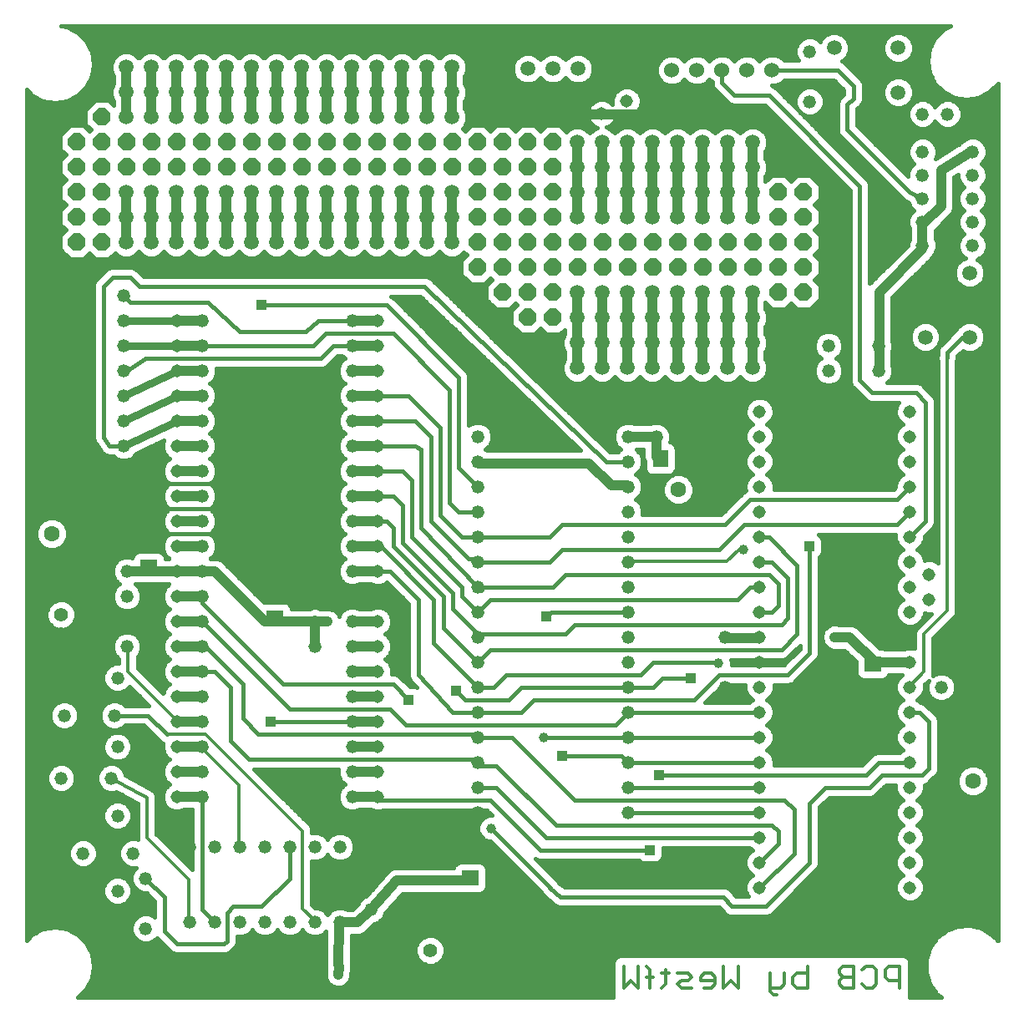
<source format=gbl>
G75*
%MOIN*%
%OFA0B0*%
%FSLAX25Y25*%
%IPPOS*%
%LPD*%
%AMOC8*
5,1,8,0,0,1.08239X$1,22.5*
%
%ADD10C,0.01400*%
%ADD11C,0.05200*%
%ADD12C,0.05150*%
%ADD13C,0.05937*%
%ADD14C,0.06000*%
%ADD15R,0.06299X0.07087*%
%ADD16R,0.07087X0.06299*%
%ADD17C,0.06300*%
%ADD18C,0.05600*%
%ADD19C,0.03937*%
%ADD20C,0.03962*%
%ADD21C,0.04750*%
%ADD22C,0.01575*%
%ADD23OC8,0.03962*%
%ADD24R,0.03962X0.03962*%
%ADD25C,0.01181*%
%ADD26C,0.03150*%
%ADD27OC8,0.07000*%
%ADD28C,0.05906*%
D10*
X0305741Y0011862D02*
X0305741Y0020470D01*
X0308610Y0014732D02*
X0305741Y0011862D01*
X0308610Y0014732D02*
X0311479Y0011862D01*
X0311479Y0020470D01*
X0314749Y0020470D02*
X0316183Y0019035D01*
X0316183Y0011862D01*
X0317618Y0016166D02*
X0314749Y0016166D01*
X0320887Y0017601D02*
X0323756Y0017601D01*
X0322322Y0019035D02*
X0322322Y0013297D01*
X0320887Y0011862D01*
X0327226Y0013297D02*
X0328660Y0014732D01*
X0331530Y0014732D01*
X0332964Y0016166D01*
X0331530Y0017601D01*
X0327226Y0017601D01*
X0327226Y0013297D02*
X0328660Y0011862D01*
X0332964Y0011862D01*
X0336434Y0014732D02*
X0342172Y0014732D01*
X0342172Y0016166D02*
X0340737Y0017601D01*
X0337868Y0017601D01*
X0336434Y0016166D01*
X0336434Y0014732D01*
X0337868Y0011862D02*
X0340737Y0011862D01*
X0342172Y0013297D01*
X0342172Y0016166D01*
X0345642Y0011862D02*
X0345642Y0020470D01*
X0351380Y0020470D02*
X0351380Y0011862D01*
X0348511Y0014732D01*
X0345642Y0011862D01*
X0364057Y0011862D02*
X0368361Y0011862D01*
X0369796Y0013297D01*
X0369796Y0017601D01*
X0373265Y0016166D02*
X0374700Y0017601D01*
X0379003Y0017601D01*
X0379003Y0020470D02*
X0379003Y0011862D01*
X0374700Y0011862D01*
X0373265Y0013297D01*
X0373265Y0016166D01*
X0366927Y0008993D02*
X0365492Y0008993D01*
X0364057Y0010428D01*
X0364057Y0017601D01*
X0391681Y0017601D02*
X0393116Y0016166D01*
X0397419Y0016166D01*
X0393116Y0016166D02*
X0391681Y0014732D01*
X0391681Y0013297D01*
X0393116Y0011862D01*
X0397419Y0011862D01*
X0397419Y0020470D01*
X0393116Y0020470D01*
X0391681Y0019035D01*
X0391681Y0017601D01*
X0400889Y0019035D02*
X0402323Y0020470D01*
X0405193Y0020470D01*
X0406627Y0019035D01*
X0406627Y0013297D01*
X0405193Y0011862D01*
X0402323Y0011862D01*
X0400889Y0013297D01*
X0410097Y0016166D02*
X0411531Y0014732D01*
X0415835Y0014732D01*
X0415835Y0011862D02*
X0415835Y0020470D01*
X0411531Y0020470D01*
X0410097Y0019035D01*
X0410097Y0016166D01*
D11*
X0307472Y0081787D03*
X0307472Y0091787D03*
X0307472Y0101787D03*
X0307472Y0111787D03*
X0307472Y0121787D03*
X0307472Y0131787D03*
X0307472Y0141787D03*
X0307472Y0151787D03*
X0307472Y0161787D03*
X0307472Y0171787D03*
X0307472Y0181787D03*
X0307472Y0191787D03*
X0307472Y0201787D03*
X0307472Y0211787D03*
X0307472Y0221787D03*
X0307472Y0231787D03*
X0318722Y0231787D03*
X0338722Y0231787D03*
X0387472Y0258037D03*
X0387472Y0268037D03*
X0407472Y0268037D03*
X0407472Y0258037D03*
X0424972Y0308037D03*
X0424972Y0317412D03*
X0424972Y0326787D03*
X0424972Y0336162D03*
X0424972Y0345537D03*
X0424972Y0360537D03*
X0434972Y0360537D03*
X0444972Y0345537D03*
X0444972Y0336162D03*
X0444972Y0326787D03*
X0444972Y0317412D03*
X0444972Y0308037D03*
X0379972Y0365537D03*
X0379972Y0385537D03*
X0247472Y0231787D03*
X0247472Y0221787D03*
X0247472Y0211787D03*
X0247472Y0201787D03*
X0247472Y0191787D03*
X0247472Y0181787D03*
X0247472Y0171787D03*
X0247472Y0161787D03*
X0247472Y0151787D03*
X0247472Y0141787D03*
X0247472Y0131787D03*
X0247472Y0121787D03*
X0247472Y0111787D03*
X0247472Y0101787D03*
X0247472Y0091787D03*
X0247472Y0081787D03*
X0204972Y0063037D03*
X0192472Y0068037D03*
X0182472Y0068037D03*
X0172472Y0068037D03*
X0162472Y0068037D03*
X0152472Y0068037D03*
X0142472Y0068037D03*
X0132472Y0068037D03*
X0114972Y0055537D03*
X0109972Y0065537D03*
X0103724Y0050537D03*
X0093724Y0050537D03*
X0089972Y0065537D03*
X0093724Y0080537D03*
X0103724Y0080537D03*
X0101222Y0095537D03*
X0103724Y0108037D03*
X0093724Y0108037D03*
X0102472Y0120537D03*
X0103724Y0135537D03*
X0093724Y0135537D03*
X0107472Y0148037D03*
X0107472Y0168037D03*
X0107472Y0178037D03*
X0107472Y0198037D03*
X0137472Y0198037D03*
X0137472Y0188037D03*
X0137472Y0178037D03*
X0137472Y0168037D03*
X0137472Y0158037D03*
X0137472Y0148037D03*
X0137472Y0138037D03*
X0137472Y0128037D03*
X0137472Y0118037D03*
X0137472Y0108037D03*
X0137472Y0098037D03*
X0137472Y0088037D03*
X0132472Y0038037D03*
X0142472Y0038037D03*
X0152472Y0038037D03*
X0162472Y0038037D03*
X0172472Y0038037D03*
X0182472Y0038037D03*
X0192472Y0038037D03*
X0204972Y0043037D03*
X0197472Y0088037D03*
X0197472Y0098037D03*
X0197472Y0108037D03*
X0197472Y0118037D03*
X0197472Y0128037D03*
X0197472Y0138037D03*
X0197472Y0148037D03*
X0197472Y0158037D03*
X0197472Y0168037D03*
X0197472Y0178037D03*
X0197472Y0188037D03*
X0197472Y0198037D03*
X0197472Y0208037D03*
X0197472Y0218037D03*
X0197472Y0228037D03*
X0197472Y0238037D03*
X0197472Y0248037D03*
X0197472Y0258037D03*
X0197472Y0268037D03*
X0197472Y0278037D03*
X0137472Y0278037D03*
X0137472Y0268037D03*
X0137472Y0258037D03*
X0137472Y0248037D03*
X0137472Y0238037D03*
X0137472Y0228037D03*
X0137472Y0218037D03*
X0137472Y0208037D03*
X0106222Y0228037D03*
X0106222Y0238037D03*
X0106222Y0248037D03*
X0106222Y0258037D03*
X0106222Y0268037D03*
X0106222Y0278037D03*
X0106222Y0288037D03*
X0086222Y0288037D03*
X0086222Y0278037D03*
X0086222Y0268037D03*
X0086222Y0258037D03*
X0086222Y0248037D03*
X0086222Y0238037D03*
X0086222Y0228037D03*
X0182472Y0168037D03*
X0182472Y0148037D03*
X0082472Y0120537D03*
X0081222Y0095537D03*
X0114972Y0035537D03*
X0346222Y0131787D03*
X0346222Y0151787D03*
X0432473Y0151787D03*
X0432473Y0131787D03*
D12*
X0419972Y0131787D03*
X0419972Y0121787D03*
X0419972Y0111787D03*
X0419972Y0101787D03*
X0419972Y0091787D03*
X0419972Y0081787D03*
X0419972Y0071787D03*
X0419972Y0061787D03*
X0419972Y0051787D03*
X0359972Y0051787D03*
X0359972Y0061787D03*
X0359972Y0071787D03*
X0359972Y0081787D03*
X0359972Y0091787D03*
X0359972Y0101787D03*
X0359972Y0111787D03*
X0359972Y0121787D03*
X0359972Y0131787D03*
X0359972Y0141787D03*
X0359972Y0151787D03*
X0359972Y0161787D03*
X0359972Y0171787D03*
X0359972Y0181787D03*
X0359972Y0191787D03*
X0359972Y0201787D03*
X0359972Y0211787D03*
X0359972Y0221787D03*
X0359972Y0231787D03*
X0359972Y0241787D03*
X0419972Y0241787D03*
X0419972Y0231787D03*
X0419972Y0221787D03*
X0419972Y0211787D03*
X0419972Y0201787D03*
X0419972Y0191787D03*
X0419972Y0181787D03*
X0427589Y0176842D03*
X0419972Y0171787D03*
X0427589Y0166839D03*
X0419972Y0161787D03*
X0419972Y0151787D03*
X0419972Y0141787D03*
X0207472Y0138037D03*
X0207472Y0148037D03*
X0207472Y0158037D03*
X0207472Y0168037D03*
X0207472Y0178037D03*
X0207472Y0188037D03*
X0207472Y0198037D03*
X0207472Y0208037D03*
X0207472Y0218037D03*
X0207472Y0228037D03*
X0207472Y0238037D03*
X0207472Y0248037D03*
X0207472Y0258037D03*
X0207472Y0268037D03*
X0207472Y0278037D03*
X0127472Y0278037D03*
X0127472Y0268037D03*
X0127472Y0258037D03*
X0127472Y0248037D03*
X0127472Y0238037D03*
X0127472Y0228037D03*
X0127472Y0218037D03*
X0127472Y0208037D03*
X0127472Y0198037D03*
X0127472Y0188037D03*
X0127472Y0178037D03*
X0127472Y0168037D03*
X0127472Y0158037D03*
X0127472Y0148037D03*
X0127472Y0138037D03*
X0127472Y0128037D03*
X0127472Y0118037D03*
X0127472Y0108037D03*
X0127472Y0098037D03*
X0127472Y0088037D03*
X0207472Y0088037D03*
X0207472Y0098037D03*
X0207472Y0108037D03*
X0207472Y0118037D03*
X0207472Y0128037D03*
X0296922Y0360651D03*
X0306926Y0365653D03*
D13*
X0287472Y0378663D03*
X0277472Y0378663D03*
X0267472Y0378663D03*
X0257472Y0378663D03*
X0389677Y0386896D03*
X0389677Y0369179D03*
X0402472Y0361896D03*
X0415268Y0369179D03*
X0415268Y0386896D03*
X0426114Y0297083D03*
X0418831Y0284287D03*
X0426114Y0271492D03*
X0443831Y0271492D03*
X0443831Y0297083D03*
D14*
X0364972Y0378037D03*
X0354972Y0378037D03*
X0344972Y0378037D03*
X0334972Y0378037D03*
X0324972Y0378037D03*
X0314972Y0378037D03*
D15*
X0320398Y0223037D03*
X0331422Y0223037D03*
D16*
X0405082Y0141091D03*
X0405082Y0130067D03*
X0244347Y0066674D03*
X0244347Y0055651D03*
X0166535Y0159401D03*
X0166535Y0170424D03*
X0116222Y0179713D03*
X0116222Y0190737D03*
D17*
X0087479Y0193097D03*
X0077479Y0193097D03*
X0327559Y0210603D03*
X0337559Y0210603D03*
X0435093Y0094316D03*
X0445093Y0094316D03*
D18*
X0236464Y0026794D03*
X0228590Y0026794D03*
X0081228Y0152899D03*
X0081228Y0160773D03*
D19*
X0089854Y0135754D02*
X0069972Y0135754D01*
X0069972Y0108195D01*
X0089854Y0108195D01*
X0093724Y0108037D01*
X0069972Y0108195D02*
X0069972Y0080636D01*
X0089854Y0080636D01*
X0093724Y0080537D01*
X0069972Y0080636D02*
X0069972Y0051010D01*
X0089854Y0051010D01*
X0093724Y0050537D01*
X0069972Y0051010D02*
X0069972Y0038037D01*
X0097472Y0010537D02*
X0218181Y0010537D01*
X0191847Y0017100D02*
X0192000Y0020065D01*
X0191931Y0021315D01*
X0192000Y0036541D01*
X0192472Y0038037D01*
X0194067Y0037919D01*
X0199579Y0037919D01*
X0204402Y0042742D01*
X0204972Y0043037D01*
X0215285Y0054600D01*
X0243297Y0054600D01*
X0243360Y0054602D01*
X0243424Y0054608D01*
X0243486Y0054617D01*
X0243549Y0054631D01*
X0243610Y0054648D01*
X0243670Y0054668D01*
X0243728Y0054693D01*
X0243785Y0054720D01*
X0243841Y0054752D01*
X0243894Y0054786D01*
X0243945Y0054824D01*
X0243994Y0054864D01*
X0244040Y0054908D01*
X0244084Y0054954D01*
X0244124Y0055003D01*
X0244162Y0055054D01*
X0244196Y0055107D01*
X0244228Y0055163D01*
X0244255Y0055220D01*
X0244280Y0055278D01*
X0244300Y0055338D01*
X0244317Y0055399D01*
X0244331Y0055462D01*
X0244340Y0055524D01*
X0244346Y0055588D01*
X0244348Y0055651D01*
X0229205Y0063411D02*
X0247118Y0081325D01*
X0247472Y0081787D01*
X0229205Y0063411D02*
X0206468Y0063411D01*
X0204972Y0063037D01*
X0205091Y0062644D01*
X0207472Y0088037D02*
X0197472Y0088037D01*
X0197472Y0098037D02*
X0207472Y0098037D01*
X0207472Y0108037D02*
X0197472Y0108037D01*
X0197472Y0118037D02*
X0207472Y0118037D01*
X0207472Y0128037D02*
X0197472Y0128037D01*
X0197472Y0138037D02*
X0207472Y0138037D01*
X0207472Y0148037D02*
X0197472Y0148037D01*
X0197472Y0158037D02*
X0207472Y0158037D01*
X0207472Y0168037D02*
X0197472Y0168037D01*
X0182472Y0168037D01*
X0182472Y0178037D01*
X0182472Y0168037D02*
X0167472Y0168037D01*
X0152472Y0183037D01*
X0152472Y0193037D01*
X0152472Y0203037D01*
X0152472Y0213037D01*
X0137472Y0208037D02*
X0127472Y0208037D01*
X0127472Y0218037D02*
X0137472Y0218037D01*
X0137472Y0228037D02*
X0127472Y0228037D01*
X0127472Y0238037D02*
X0137472Y0238037D01*
X0137472Y0248037D02*
X0127472Y0248037D01*
X0127472Y0258037D02*
X0137472Y0258037D01*
X0137472Y0268037D02*
X0127472Y0268037D01*
X0127472Y0278037D02*
X0137472Y0278037D01*
X0137160Y0309287D02*
X0137160Y0319287D01*
X0137160Y0329287D01*
X0147160Y0329287D02*
X0147160Y0319287D01*
X0147160Y0309287D01*
X0157160Y0309287D02*
X0157160Y0319287D01*
X0157160Y0329287D01*
X0167160Y0329287D02*
X0167160Y0319287D01*
X0167160Y0309287D01*
X0177160Y0309287D02*
X0177160Y0319287D01*
X0177160Y0329287D01*
X0187160Y0329287D02*
X0187160Y0319287D01*
X0187160Y0309287D01*
X0197160Y0309287D02*
X0197160Y0319287D01*
X0197160Y0329287D01*
X0207160Y0329287D02*
X0207160Y0319287D01*
X0207160Y0309287D01*
X0217160Y0309287D02*
X0217160Y0319287D01*
X0217160Y0329287D01*
X0227160Y0329287D02*
X0227160Y0319287D01*
X0227160Y0309287D01*
X0237160Y0309287D02*
X0237160Y0319287D01*
X0237160Y0329287D01*
X0237160Y0359287D02*
X0237160Y0369287D01*
X0237160Y0379287D01*
X0227160Y0379287D02*
X0227160Y0369287D01*
X0227160Y0359287D01*
X0217160Y0359287D02*
X0217160Y0369287D01*
X0217160Y0379287D01*
X0207160Y0379287D02*
X0207160Y0369287D01*
X0207160Y0359287D01*
X0197160Y0359287D02*
X0197160Y0369287D01*
X0197160Y0379287D01*
X0187160Y0379287D02*
X0187160Y0369287D01*
X0187160Y0359287D01*
X0177160Y0359287D02*
X0177160Y0369287D01*
X0177160Y0379287D01*
X0167160Y0379287D02*
X0167160Y0369287D01*
X0167160Y0359287D01*
X0157160Y0359287D02*
X0157160Y0369287D01*
X0157160Y0379287D01*
X0147160Y0379287D02*
X0147160Y0369287D01*
X0147160Y0359287D01*
X0137160Y0359287D02*
X0137160Y0369287D01*
X0137160Y0379287D01*
X0127160Y0379287D02*
X0127160Y0369287D01*
X0127160Y0359287D01*
X0117160Y0359287D02*
X0117160Y0369287D01*
X0117160Y0379287D01*
X0107160Y0379287D02*
X0107160Y0369287D01*
X0107160Y0359287D01*
X0099347Y0373037D02*
X0087472Y0360537D01*
X0069972Y0355537D01*
X0069972Y0228252D01*
X0085976Y0228411D01*
X0086222Y0228037D01*
X0069972Y0228252D02*
X0069972Y0135754D01*
X0089854Y0135754D02*
X0093724Y0135537D01*
X0127472Y0138037D02*
X0137472Y0138037D01*
X0137472Y0148037D02*
X0127472Y0148037D01*
X0127472Y0158037D02*
X0137472Y0158037D01*
X0137472Y0168037D02*
X0127472Y0168037D01*
X0127472Y0178037D02*
X0117898Y0178037D01*
X0117818Y0178039D01*
X0117739Y0178045D01*
X0117659Y0178054D01*
X0117581Y0178067D01*
X0117503Y0178084D01*
X0117426Y0178105D01*
X0117350Y0178129D01*
X0117275Y0178157D01*
X0117202Y0178188D01*
X0117130Y0178223D01*
X0117060Y0178262D01*
X0116992Y0178303D01*
X0116926Y0178348D01*
X0116862Y0178396D01*
X0116800Y0178446D01*
X0116741Y0178500D01*
X0116685Y0178556D01*
X0116631Y0178615D01*
X0116581Y0178677D01*
X0116533Y0178741D01*
X0116488Y0178807D01*
X0116447Y0178875D01*
X0116408Y0178945D01*
X0116373Y0179017D01*
X0116342Y0179090D01*
X0116314Y0179165D01*
X0116290Y0179241D01*
X0116269Y0179318D01*
X0116252Y0179396D01*
X0116239Y0179474D01*
X0116230Y0179554D01*
X0116224Y0179633D01*
X0116222Y0179713D01*
X0107472Y0178037D02*
X0127472Y0178037D01*
X0137472Y0178037D01*
X0142472Y0178037D01*
X0162472Y0158037D01*
X0166535Y0158037D01*
X0166535Y0159401D01*
X0166535Y0158037D02*
X0182472Y0158037D01*
X0182472Y0148037D01*
X0182472Y0158037D02*
X0187472Y0158037D01*
X0197472Y0178037D02*
X0207472Y0178037D01*
X0207472Y0188037D02*
X0197472Y0188037D01*
X0197472Y0198037D02*
X0207472Y0198037D01*
X0207472Y0208037D02*
X0197472Y0208037D01*
X0197472Y0218037D02*
X0207472Y0218037D01*
X0207472Y0228037D02*
X0197472Y0228037D01*
X0197472Y0238037D02*
X0207472Y0238037D01*
X0207472Y0248037D02*
X0197472Y0248037D01*
X0197472Y0258037D02*
X0207472Y0258037D01*
X0207472Y0268037D02*
X0197472Y0268037D01*
X0197472Y0278037D02*
X0207472Y0278037D01*
X0247472Y0221787D02*
X0247807Y0221187D01*
X0291902Y0221187D01*
X0300858Y0212230D01*
X0307059Y0212230D01*
X0307472Y0211787D01*
X0318722Y0224713D02*
X0318722Y0231787D01*
X0307472Y0231787D01*
X0318722Y0224713D02*
X0318724Y0224633D01*
X0318730Y0224554D01*
X0318739Y0224474D01*
X0318752Y0224396D01*
X0318769Y0224318D01*
X0318790Y0224241D01*
X0318814Y0224165D01*
X0318842Y0224090D01*
X0318873Y0224017D01*
X0318908Y0223945D01*
X0318947Y0223875D01*
X0318988Y0223807D01*
X0319033Y0223741D01*
X0319081Y0223677D01*
X0319131Y0223615D01*
X0319185Y0223556D01*
X0319241Y0223500D01*
X0319300Y0223446D01*
X0319362Y0223396D01*
X0319426Y0223348D01*
X0319492Y0223303D01*
X0319560Y0223262D01*
X0319630Y0223223D01*
X0319702Y0223188D01*
X0319775Y0223157D01*
X0319850Y0223129D01*
X0319926Y0223105D01*
X0320003Y0223084D01*
X0320081Y0223067D01*
X0320159Y0223054D01*
X0320239Y0223045D01*
X0320318Y0223039D01*
X0320398Y0223037D01*
X0337458Y0232816D02*
X0338722Y0231787D01*
X0337458Y0232816D02*
X0337458Y0244888D01*
X0343097Y0249912D01*
X0366847Y0249912D01*
X0368722Y0250537D01*
X0368722Y0261787D01*
X0385597Y0278662D01*
X0385597Y0335537D01*
X0359972Y0360537D01*
X0315327Y0360537D01*
X0315327Y0377585D01*
X0314972Y0378037D01*
X0315327Y0360537D02*
X0267433Y0360537D01*
X0257472Y0370537D01*
X0257472Y0372781D01*
X0258831Y0377266D01*
X0257472Y0378663D01*
X0257453Y0378644D01*
X0254008Y0375518D01*
X0252472Y0375537D01*
X0252472Y0378037D01*
X0242472Y0388037D01*
X0099347Y0388037D01*
X0099347Y0373037D01*
X0107160Y0329287D02*
X0107160Y0319287D01*
X0107160Y0309287D01*
X0117160Y0309287D02*
X0117160Y0319287D01*
X0117160Y0329287D01*
X0127160Y0329287D02*
X0127160Y0319287D01*
X0127160Y0309287D01*
X0127472Y0198037D02*
X0137472Y0198037D01*
X0137472Y0188037D02*
X0127472Y0188037D01*
X0127160Y0178350D02*
X0127193Y0178348D01*
X0127225Y0178343D01*
X0127257Y0178335D01*
X0127287Y0178323D01*
X0127317Y0178308D01*
X0127344Y0178290D01*
X0127369Y0178270D01*
X0127393Y0178246D01*
X0127413Y0178221D01*
X0127431Y0178194D01*
X0127446Y0178164D01*
X0127458Y0178134D01*
X0127466Y0178102D01*
X0127471Y0178070D01*
X0127473Y0178037D01*
X0107472Y0198037D02*
X0107256Y0198451D01*
X0127472Y0128037D02*
X0137472Y0128037D01*
X0137472Y0118037D02*
X0127472Y0118037D01*
X0127472Y0108037D02*
X0137472Y0108037D01*
X0137472Y0098037D02*
X0127472Y0098037D01*
X0127472Y0088037D02*
X0137472Y0088037D01*
X0132472Y0068037D02*
X0132059Y0067467D01*
X0192000Y0037841D02*
X0192472Y0038037D01*
X0346331Y0151522D02*
X0346222Y0151787D01*
X0346331Y0151522D02*
X0359421Y0151522D01*
X0359972Y0151787D01*
X0389972Y0151787D02*
X0390159Y0151600D01*
X0395809Y0151600D01*
X0406272Y0141763D01*
X0417984Y0141763D01*
X0419362Y0141266D01*
X0419972Y0141787D01*
X0419362Y0151600D02*
X0413914Y0151778D01*
X0407714Y0151778D01*
X0406272Y0141763D02*
X0406270Y0141713D01*
X0406264Y0141663D01*
X0406255Y0141613D01*
X0406242Y0141565D01*
X0406226Y0141517D01*
X0406205Y0141471D01*
X0406182Y0141427D01*
X0406155Y0141384D01*
X0406125Y0141344D01*
X0406093Y0141306D01*
X0406057Y0141270D01*
X0406019Y0141238D01*
X0405979Y0141208D01*
X0405936Y0141181D01*
X0405892Y0141158D01*
X0405846Y0141137D01*
X0405798Y0141121D01*
X0405750Y0141108D01*
X0405700Y0141099D01*
X0405650Y0141093D01*
X0405600Y0141091D01*
X0405082Y0141091D01*
X0419362Y0151600D02*
X0419972Y0151787D01*
X0431764Y0151600D02*
X0432473Y0151787D01*
X0431764Y0151600D02*
X0447472Y0151600D01*
X0447472Y0258037D01*
X0452472Y0263037D01*
X0452472Y0355183D01*
X0444972Y0345537D02*
X0444854Y0345104D01*
X0444229Y0345537D01*
X0432453Y0338136D01*
X0432453Y0323844D01*
X0425563Y0316955D01*
X0424972Y0317412D01*
X0424874Y0316266D01*
X0424874Y0307309D01*
X0424972Y0308037D01*
X0424874Y0306620D01*
X0407650Y0289396D01*
X0407650Y0268037D01*
X0407472Y0268037D01*
X0407650Y0268037D02*
X0407650Y0258392D01*
X0407472Y0258037D01*
X0357160Y0259287D02*
X0357160Y0269287D01*
X0357160Y0279287D01*
X0357160Y0289287D01*
X0347160Y0289287D02*
X0347160Y0279287D01*
X0347160Y0269287D01*
X0347160Y0259287D01*
X0337160Y0259287D02*
X0337160Y0269287D01*
X0337160Y0279287D01*
X0337160Y0289287D01*
X0327160Y0289287D02*
X0327160Y0279287D01*
X0327160Y0269287D01*
X0327160Y0259287D01*
X0317160Y0259287D02*
X0317160Y0269287D01*
X0317160Y0279287D01*
X0317160Y0289287D01*
X0307160Y0289287D02*
X0307160Y0279287D01*
X0307160Y0269287D01*
X0307160Y0259287D01*
X0297160Y0259287D02*
X0297160Y0269287D01*
X0297160Y0279287D01*
X0297160Y0289287D01*
X0287160Y0289287D02*
X0287160Y0279287D01*
X0287160Y0269287D01*
X0287160Y0259287D01*
X0287160Y0319287D02*
X0287160Y0329287D01*
X0287160Y0339287D01*
X0287160Y0349287D01*
X0297160Y0349287D02*
X0297160Y0339287D01*
X0297160Y0329287D01*
X0297160Y0319287D01*
X0307160Y0319287D02*
X0307160Y0329287D01*
X0307160Y0339287D01*
X0307160Y0349287D01*
X0317160Y0349287D02*
X0317160Y0339287D01*
X0317160Y0329287D01*
X0317160Y0319287D01*
X0327160Y0319287D02*
X0327160Y0329287D01*
X0327160Y0339287D01*
X0327160Y0349287D01*
X0337160Y0349287D02*
X0337160Y0339287D01*
X0337160Y0329287D01*
X0337160Y0319287D01*
X0347160Y0319287D02*
X0347160Y0329287D01*
X0347160Y0339287D01*
X0347160Y0349287D01*
X0357160Y0349287D02*
X0357160Y0339287D01*
X0357160Y0329287D01*
X0357160Y0319287D01*
X0402472Y0361896D02*
X0402827Y0361738D01*
D20*
X0419975Y0378086D03*
X0372472Y0336787D03*
X0422472Y0259287D03*
X0411222Y0226787D03*
X0368722Y0241787D03*
X0353476Y0186738D03*
X0389972Y0151787D03*
X0395809Y0151600D03*
X0407714Y0151778D03*
X0441222Y0139287D03*
X0439972Y0123037D03*
X0396222Y0105537D03*
X0396222Y0079287D03*
X0379972Y0049287D03*
X0351847Y0051787D03*
X0276222Y0026787D03*
X0228097Y0048037D03*
X0201222Y0025537D03*
X0191931Y0021315D03*
X0191847Y0017100D03*
X0182472Y0025537D03*
X0234347Y0074912D03*
X0252758Y0075508D03*
X0273722Y0111787D03*
X0343575Y0141266D03*
X0232472Y0271787D03*
X0157472Y0225537D03*
X0151222Y0241787D03*
X0181222Y0190537D03*
X0113733Y0158037D03*
X0081222Y0176787D03*
X0183722Y0089287D03*
X0152160Y0303506D03*
X0079972Y0334287D03*
D21*
X0182472Y0177725D03*
X0182472Y0158037D03*
D22*
X0067335Y0030833D02*
X0067335Y0370330D01*
X0069635Y0368029D01*
X0073945Y0365833D01*
X0078722Y0365077D01*
X0078722Y0365077D01*
X0083500Y0365833D01*
X0087810Y0368029D01*
X0091230Y0371450D01*
X0093426Y0375760D01*
X0094183Y0380537D01*
X0093426Y0385315D01*
X0091230Y0389625D01*
X0087810Y0393045D01*
X0083500Y0395241D01*
X0081072Y0395626D01*
X0435996Y0395626D01*
X0433385Y0394295D01*
X0429964Y0390875D01*
X0427768Y0386565D01*
X0427012Y0381787D01*
X0427768Y0377010D01*
X0427768Y0377010D01*
X0429964Y0372700D01*
X0429964Y0372700D01*
X0429964Y0372700D01*
X0433385Y0369279D01*
X0437695Y0367083D01*
X0442472Y0366327D01*
X0447250Y0367083D01*
X0451560Y0369279D01*
X0454980Y0372700D01*
X0455031Y0372800D01*
X0455031Y0030553D01*
X0452573Y0033203D01*
X0452573Y0033203D01*
X0448391Y0035618D01*
X0443683Y0036692D01*
X0438868Y0036331D01*
X0434372Y0034567D01*
X0430597Y0031556D01*
X0427877Y0027566D01*
X0426453Y0022952D01*
X0426453Y0018123D01*
X0427877Y0013509D01*
X0427877Y0013508D01*
X0430597Y0009519D01*
X0430597Y0009519D01*
X0432627Y0007900D01*
X0419873Y0007900D01*
X0419873Y0022341D01*
X0419453Y0023354D01*
X0418678Y0024129D01*
X0417665Y0024548D01*
X0416569Y0024548D01*
X0303720Y0024548D01*
X0302707Y0024129D01*
X0301932Y0023354D01*
X0301513Y0022341D01*
X0301513Y0007900D01*
X0087693Y0007900D01*
X0087847Y0007978D01*
X0087847Y0007978D01*
X0091282Y0011413D01*
X0093487Y0015740D01*
X0094246Y0020537D01*
X0093487Y0025335D01*
X0091282Y0029662D01*
X0091282Y0029662D01*
X0087847Y0033097D01*
X0083520Y0035302D01*
X0083520Y0035302D01*
X0078722Y0036061D01*
X0073925Y0035302D01*
X0069598Y0033097D01*
X0069598Y0033097D01*
X0069598Y0033097D01*
X0067335Y0030833D01*
X0067335Y0032284D02*
X0068785Y0032284D01*
X0067335Y0033857D02*
X0071090Y0033857D01*
X0073925Y0035302D02*
X0073925Y0035302D01*
X0074739Y0035430D02*
X0067335Y0035430D01*
X0067335Y0037004D02*
X0109356Y0037004D01*
X0109223Y0036681D02*
X0109223Y0034394D01*
X0110098Y0032281D01*
X0111716Y0030663D01*
X0113829Y0029788D01*
X0116116Y0029788D01*
X0118229Y0030663D01*
X0119379Y0031813D01*
X0120242Y0030950D01*
X0125242Y0025950D01*
X0126689Y0025350D01*
X0147006Y0025350D01*
X0148453Y0025950D01*
X0149560Y0027057D01*
X0150810Y0028307D01*
X0151409Y0029754D01*
X0151409Y0032288D01*
X0153616Y0032288D01*
X0155729Y0033163D01*
X0157347Y0034781D01*
X0157472Y0035084D01*
X0157598Y0034781D01*
X0159216Y0033163D01*
X0161329Y0032288D01*
X0163616Y0032288D01*
X0165729Y0033163D01*
X0167347Y0034781D01*
X0167472Y0035084D01*
X0167598Y0034781D01*
X0169216Y0033163D01*
X0171329Y0032288D01*
X0173616Y0032288D01*
X0175729Y0033163D01*
X0177347Y0034781D01*
X0177472Y0035084D01*
X0177598Y0034781D01*
X0179216Y0033163D01*
X0181329Y0032288D01*
X0183616Y0032288D01*
X0185729Y0033163D01*
X0186872Y0034306D01*
X0186818Y0022377D01*
X0186800Y0022336D01*
X0186800Y0022151D01*
X0186765Y0022050D01*
X0186800Y0021403D01*
X0186800Y0020294D01*
X0186871Y0020124D01*
X0186875Y0020056D01*
X0186783Y0018281D01*
X0186717Y0018120D01*
X0186717Y0016987D01*
X0186684Y0016346D01*
X0186717Y0016253D01*
X0186717Y0016079D01*
X0187151Y0015032D01*
X0187365Y0014427D01*
X0187431Y0014354D01*
X0187498Y0014194D01*
X0188300Y0013392D01*
X0188729Y0012916D01*
X0188818Y0012873D01*
X0188941Y0012750D01*
X0189989Y0012316D01*
X0190568Y0012041D01*
X0190666Y0012036D01*
X0190827Y0011969D01*
X0191961Y0011969D01*
X0192601Y0011936D01*
X0192694Y0011969D01*
X0192868Y0011969D01*
X0193916Y0012403D01*
X0194520Y0012618D01*
X0194593Y0012684D01*
X0194754Y0012750D01*
X0195555Y0013552D01*
X0196032Y0013982D01*
X0196074Y0014071D01*
X0196197Y0014194D01*
X0196631Y0015241D01*
X0196906Y0015820D01*
X0196912Y0015919D01*
X0196978Y0016079D01*
X0196978Y0017213D01*
X0197073Y0019065D01*
X0197166Y0019330D01*
X0197125Y0020074D01*
X0197164Y0020819D01*
X0197070Y0021083D01*
X0197062Y0021227D01*
X0197062Y0022336D01*
X0197054Y0022354D01*
X0197101Y0032801D01*
X0200597Y0032801D01*
X0202478Y0033580D01*
X0206234Y0037337D01*
X0208229Y0038163D01*
X0209847Y0039781D01*
X0210645Y0041709D01*
X0217578Y0049482D01*
X0239863Y0049482D01*
X0240178Y0049351D01*
X0248517Y0049351D01*
X0249675Y0049831D01*
X0250561Y0050717D01*
X0251040Y0051874D01*
X0251040Y0059427D01*
X0250561Y0060584D01*
X0249675Y0061470D01*
X0248517Y0061950D01*
X0240178Y0061950D01*
X0239020Y0061470D01*
X0238134Y0060584D01*
X0237775Y0059718D01*
X0216152Y0059718D01*
X0216009Y0059768D01*
X0215139Y0059718D01*
X0214267Y0059718D01*
X0214127Y0059660D01*
X0213977Y0059652D01*
X0213191Y0059273D01*
X0212386Y0058939D01*
X0212279Y0058832D01*
X0212143Y0058766D01*
X0211563Y0058116D01*
X0210946Y0057499D01*
X0210888Y0057360D01*
X0202899Y0048402D01*
X0201716Y0047912D01*
X0200098Y0046294D01*
X0199662Y0045240D01*
X0197459Y0043037D01*
X0195426Y0043037D01*
X0193616Y0043787D01*
X0191329Y0043787D01*
X0189216Y0042912D01*
X0187598Y0041294D01*
X0187472Y0040991D01*
X0187347Y0041294D01*
X0185729Y0042912D01*
X0183616Y0043787D01*
X0182465Y0043787D01*
X0181272Y0044980D01*
X0181272Y0062311D01*
X0181329Y0062288D01*
X0183616Y0062288D01*
X0185729Y0063163D01*
X0187347Y0064781D01*
X0187472Y0065084D01*
X0187598Y0064781D01*
X0189216Y0063163D01*
X0191329Y0062288D01*
X0193616Y0062288D01*
X0195729Y0063163D01*
X0197347Y0064781D01*
X0198222Y0066894D01*
X0198222Y0069181D01*
X0197347Y0071294D01*
X0195729Y0072912D01*
X0193616Y0073787D01*
X0191329Y0073787D01*
X0189216Y0072912D01*
X0187598Y0071294D01*
X0187472Y0070991D01*
X0187347Y0071294D01*
X0185729Y0072912D01*
X0183616Y0073787D01*
X0181329Y0073787D01*
X0181272Y0073763D01*
X0181272Y0075179D01*
X0180702Y0076554D01*
X0179650Y0077606D01*
X0158155Y0099100D01*
X0191723Y0099100D01*
X0191723Y0096894D01*
X0192598Y0094781D01*
X0194216Y0093163D01*
X0194519Y0093037D01*
X0194216Y0092912D01*
X0192598Y0091294D01*
X0191723Y0089181D01*
X0191723Y0086894D01*
X0192598Y0084781D01*
X0194216Y0083163D01*
X0196329Y0082288D01*
X0198616Y0082288D01*
X0200141Y0082919D01*
X0204870Y0082919D01*
X0206334Y0082313D01*
X0208611Y0082313D01*
X0209908Y0082850D01*
X0250842Y0082850D01*
X0253053Y0080639D01*
X0251737Y0080639D01*
X0249852Y0079857D01*
X0248408Y0078414D01*
X0247627Y0076528D01*
X0247627Y0074487D01*
X0248408Y0072602D01*
X0249852Y0071158D01*
X0251737Y0070377D01*
X0252321Y0070377D01*
X0272704Y0049994D01*
X0272885Y0049557D01*
X0272995Y0049447D01*
X0273066Y0049308D01*
X0273545Y0048897D01*
X0273992Y0048450D01*
X0274136Y0048390D01*
X0277920Y0045147D01*
X0278367Y0044700D01*
X0278511Y0044640D01*
X0278630Y0044539D01*
X0279230Y0044342D01*
X0279814Y0044100D01*
X0279970Y0044100D01*
X0280119Y0044052D01*
X0280749Y0044100D01*
X0343753Y0044100D01*
X0345314Y0042227D01*
X0345385Y0042057D01*
X0345812Y0041630D01*
X0346199Y0041165D01*
X0346362Y0041080D01*
X0346492Y0040950D01*
X0347051Y0040718D01*
X0347586Y0040437D01*
X0347769Y0040421D01*
X0347939Y0040350D01*
X0348544Y0040350D01*
X0349146Y0040296D01*
X0349322Y0040350D01*
X0363256Y0040350D01*
X0364703Y0040950D01*
X0365810Y0042057D01*
X0383310Y0059557D01*
X0383909Y0061004D01*
X0383909Y0083907D01*
X0387853Y0087850D01*
X0404506Y0087850D01*
X0405953Y0088450D01*
X0407060Y0089557D01*
X0410353Y0092850D01*
X0414248Y0092850D01*
X0414248Y0090649D01*
X0415120Y0088545D01*
X0416730Y0086934D01*
X0417085Y0086787D01*
X0416730Y0086640D01*
X0415120Y0085030D01*
X0414248Y0082926D01*
X0414248Y0080649D01*
X0415120Y0078545D01*
X0416730Y0076934D01*
X0417085Y0076787D01*
X0416730Y0076640D01*
X0415120Y0075030D01*
X0414248Y0072926D01*
X0414248Y0070649D01*
X0415120Y0068545D01*
X0416730Y0066934D01*
X0417085Y0066787D01*
X0416730Y0066640D01*
X0415120Y0065030D01*
X0414248Y0062926D01*
X0414248Y0060649D01*
X0415120Y0058545D01*
X0416730Y0056934D01*
X0417085Y0056787D01*
X0416730Y0056640D01*
X0415120Y0055030D01*
X0414248Y0052926D01*
X0414248Y0050649D01*
X0415120Y0048545D01*
X0416730Y0046934D01*
X0418834Y0046063D01*
X0421111Y0046063D01*
X0423215Y0046934D01*
X0424825Y0048545D01*
X0425697Y0050649D01*
X0425697Y0052926D01*
X0424825Y0055030D01*
X0423215Y0056640D01*
X0422860Y0056787D01*
X0423215Y0056934D01*
X0424825Y0058545D01*
X0425697Y0060649D01*
X0425697Y0062926D01*
X0424825Y0065030D01*
X0423215Y0066640D01*
X0422860Y0066787D01*
X0423215Y0066934D01*
X0424825Y0068545D01*
X0425697Y0070649D01*
X0425697Y0072926D01*
X0424825Y0075030D01*
X0423215Y0076640D01*
X0422860Y0076787D01*
X0423215Y0076934D01*
X0424825Y0078545D01*
X0425697Y0080649D01*
X0425697Y0082926D01*
X0424825Y0085030D01*
X0423215Y0086640D01*
X0422860Y0086787D01*
X0423215Y0086934D01*
X0424825Y0088545D01*
X0425697Y0090649D01*
X0425697Y0092850D01*
X0425756Y0092850D01*
X0427203Y0093450D01*
X0428310Y0094557D01*
X0430810Y0097057D01*
X0431409Y0098504D01*
X0431409Y0118821D01*
X0430810Y0120268D01*
X0429703Y0121375D01*
X0425953Y0125125D01*
X0424506Y0125724D01*
X0424131Y0125724D01*
X0423215Y0126640D01*
X0422860Y0126787D01*
X0423215Y0126934D01*
X0424825Y0128545D01*
X0425697Y0130649D01*
X0425697Y0132793D01*
X0427352Y0134448D01*
X0426723Y0132931D01*
X0426723Y0130644D01*
X0427599Y0128531D01*
X0429216Y0126913D01*
X0431329Y0126038D01*
X0433616Y0126038D01*
X0435730Y0126913D01*
X0437347Y0128531D01*
X0438222Y0130644D01*
X0438222Y0132931D01*
X0437347Y0135044D01*
X0435730Y0136662D01*
X0433616Y0137537D01*
X0431329Y0137537D01*
X0429216Y0136662D01*
X0428981Y0136426D01*
X0429303Y0137205D01*
X0429303Y0151438D01*
X0436943Y0159078D01*
X0437996Y0160130D01*
X0438565Y0161505D01*
X0438565Y0261934D01*
X0438909Y0262766D01*
X0438909Y0263907D01*
X0441032Y0266029D01*
X0442614Y0265374D01*
X0445048Y0265374D01*
X0447296Y0266305D01*
X0449017Y0268026D01*
X0449949Y0270275D01*
X0449949Y0272709D01*
X0449017Y0274958D01*
X0447296Y0276679D01*
X0445048Y0277610D01*
X0442614Y0277610D01*
X0440365Y0276679D01*
X0438644Y0274958D01*
X0438516Y0274649D01*
X0432742Y0268875D01*
X0431635Y0267768D01*
X0431035Y0266321D01*
X0431035Y0264541D01*
X0430888Y0264185D01*
X0430888Y0262618D01*
X0431085Y0262143D01*
X0431085Y0181442D01*
X0430832Y0181695D01*
X0428728Y0182567D01*
X0426451Y0182567D01*
X0425697Y0182254D01*
X0425697Y0182926D01*
X0424825Y0185030D01*
X0423215Y0186640D01*
X0422860Y0186787D01*
X0423215Y0186934D01*
X0424825Y0188545D01*
X0425697Y0190649D01*
X0425697Y0191944D01*
X0428453Y0194700D01*
X0429560Y0195807D01*
X0430159Y0197254D01*
X0430159Y0246321D01*
X0429560Y0247768D01*
X0425810Y0251518D01*
X0424703Y0252625D01*
X0423256Y0253224D01*
X0410791Y0253224D01*
X0412347Y0254781D01*
X0413222Y0256894D01*
X0413222Y0259181D01*
X0412768Y0260278D01*
X0412768Y0265797D01*
X0413222Y0266894D01*
X0413222Y0269181D01*
X0412768Y0270278D01*
X0412768Y0287276D01*
X0428368Y0302876D01*
X0429002Y0303427D01*
X0429083Y0303591D01*
X0429213Y0303721D01*
X0429514Y0304448D01*
X0429847Y0304781D01*
X0430722Y0306894D01*
X0430722Y0309181D01*
X0429992Y0310943D01*
X0429992Y0314146D01*
X0436792Y0320945D01*
X0437571Y0322826D01*
X0437571Y0335308D01*
X0439223Y0336346D01*
X0439223Y0335019D01*
X0440098Y0332906D01*
X0441529Y0331475D01*
X0440098Y0330044D01*
X0439223Y0327931D01*
X0439223Y0325644D01*
X0440098Y0323531D01*
X0441529Y0322100D01*
X0440098Y0320669D01*
X0439223Y0318556D01*
X0439223Y0316269D01*
X0440098Y0314156D01*
X0441529Y0312725D01*
X0440098Y0311294D01*
X0439223Y0309181D01*
X0439223Y0306894D01*
X0440098Y0304781D01*
X0441716Y0303163D01*
X0442119Y0302996D01*
X0440365Y0302269D01*
X0438644Y0300548D01*
X0437713Y0298300D01*
X0437713Y0295866D01*
X0438644Y0293617D01*
X0440365Y0291896D01*
X0442614Y0290965D01*
X0445048Y0290965D01*
X0447296Y0291896D01*
X0449017Y0293617D01*
X0449949Y0295866D01*
X0449949Y0298300D01*
X0449017Y0300548D01*
X0447296Y0302269D01*
X0446684Y0302523D01*
X0448229Y0303163D01*
X0449847Y0304781D01*
X0450722Y0306894D01*
X0450722Y0309181D01*
X0449847Y0311294D01*
X0448416Y0312725D01*
X0449847Y0314156D01*
X0450722Y0316269D01*
X0450722Y0318556D01*
X0449847Y0320669D01*
X0448416Y0322100D01*
X0449847Y0323531D01*
X0450722Y0325644D01*
X0450722Y0327931D01*
X0449847Y0330044D01*
X0448416Y0331475D01*
X0449847Y0332906D01*
X0450722Y0335019D01*
X0450722Y0337306D01*
X0449847Y0339419D01*
X0448416Y0340850D01*
X0449847Y0342281D01*
X0450722Y0344394D01*
X0450722Y0346681D01*
X0449847Y0348794D01*
X0448229Y0350412D01*
X0446116Y0351287D01*
X0443829Y0351287D01*
X0441716Y0350412D01*
X0440614Y0349310D01*
X0430095Y0342699D01*
X0430005Y0342662D01*
X0430722Y0344394D01*
X0430722Y0346681D01*
X0429847Y0348794D01*
X0428229Y0350412D01*
X0426116Y0351287D01*
X0423829Y0351287D01*
X0421716Y0350412D01*
X0420098Y0348794D01*
X0419223Y0346681D01*
X0419223Y0344394D01*
X0420098Y0342281D01*
X0421529Y0340850D01*
X0420098Y0339419D01*
X0419223Y0337306D01*
X0419223Y0335605D01*
X0398909Y0355918D01*
X0398909Y0362657D01*
X0399703Y0363450D01*
X0400810Y0364557D01*
X0401409Y0366004D01*
X0401409Y0372571D01*
X0400810Y0374018D01*
X0394560Y0380268D01*
X0393453Y0381375D01*
X0392895Y0381606D01*
X0393143Y0381709D01*
X0394864Y0383430D01*
X0395795Y0385679D01*
X0395795Y0388113D01*
X0394864Y0390361D01*
X0393143Y0392082D01*
X0390894Y0393014D01*
X0388460Y0393014D01*
X0386212Y0392082D01*
X0384490Y0390361D01*
X0384136Y0389505D01*
X0383229Y0390412D01*
X0381116Y0391287D01*
X0378829Y0391287D01*
X0376716Y0390412D01*
X0375098Y0388794D01*
X0374223Y0386681D01*
X0374223Y0384394D01*
X0375098Y0382281D01*
X0375404Y0381974D01*
X0369732Y0381974D01*
X0368456Y0383251D01*
X0366196Y0384187D01*
X0363749Y0384187D01*
X0361489Y0383251D01*
X0359972Y0381734D01*
X0358456Y0383251D01*
X0356196Y0384187D01*
X0353749Y0384187D01*
X0351489Y0383251D01*
X0349972Y0381734D01*
X0348456Y0383251D01*
X0346196Y0384187D01*
X0343749Y0384187D01*
X0341489Y0383251D01*
X0339972Y0381734D01*
X0338456Y0383251D01*
X0336196Y0384187D01*
X0333749Y0384187D01*
X0331489Y0383251D01*
X0329972Y0381734D01*
X0328456Y0383251D01*
X0326196Y0384187D01*
X0323749Y0384187D01*
X0321489Y0383251D01*
X0319759Y0381521D01*
X0318823Y0379261D01*
X0318823Y0376814D01*
X0319759Y0374554D01*
X0321489Y0372824D01*
X0323749Y0371888D01*
X0326196Y0371888D01*
X0328456Y0372824D01*
X0329972Y0374341D01*
X0331489Y0372824D01*
X0333749Y0371888D01*
X0336196Y0371888D01*
X0338456Y0372824D01*
X0339972Y0374341D01*
X0341035Y0373278D01*
X0341035Y0372254D01*
X0341635Y0370807D01*
X0342742Y0369700D01*
X0347742Y0364700D01*
X0349189Y0364100D01*
X0362092Y0364100D01*
X0396035Y0330157D01*
X0396035Y0253504D01*
X0396635Y0252057D01*
X0397742Y0250950D01*
X0402742Y0245950D01*
X0404189Y0245350D01*
X0415440Y0245350D01*
X0415120Y0245030D01*
X0414248Y0242926D01*
X0414248Y0240649D01*
X0415120Y0238545D01*
X0416730Y0236934D01*
X0417085Y0236787D01*
X0416730Y0236640D01*
X0415120Y0235030D01*
X0414248Y0232926D01*
X0414248Y0230649D01*
X0415120Y0228545D01*
X0416730Y0226934D01*
X0417085Y0226787D01*
X0416730Y0226640D01*
X0415120Y0225030D01*
X0414248Y0222926D01*
X0414248Y0220649D01*
X0415120Y0218545D01*
X0416730Y0216934D01*
X0417085Y0216787D01*
X0416730Y0216640D01*
X0415120Y0215030D01*
X0414248Y0212926D01*
X0414248Y0211631D01*
X0413342Y0210724D01*
X0365697Y0210724D01*
X0365697Y0212926D01*
X0364825Y0215030D01*
X0363215Y0216640D01*
X0362860Y0216787D01*
X0363215Y0216934D01*
X0364825Y0218545D01*
X0365697Y0220649D01*
X0365697Y0222926D01*
X0364825Y0225030D01*
X0363215Y0226640D01*
X0362860Y0226787D01*
X0363215Y0226934D01*
X0364825Y0228545D01*
X0365697Y0230649D01*
X0365697Y0232926D01*
X0364825Y0235030D01*
X0363215Y0236640D01*
X0362860Y0236787D01*
X0363215Y0236934D01*
X0364825Y0238545D01*
X0365697Y0240649D01*
X0365697Y0242926D01*
X0364825Y0245030D01*
X0363215Y0246640D01*
X0361111Y0247512D01*
X0358834Y0247512D01*
X0356730Y0246640D01*
X0355120Y0245030D01*
X0354248Y0242926D01*
X0354248Y0240649D01*
X0355120Y0238545D01*
X0356730Y0236934D01*
X0357085Y0236787D01*
X0356730Y0236640D01*
X0355120Y0235030D01*
X0354248Y0232926D01*
X0354248Y0230649D01*
X0355120Y0228545D01*
X0356730Y0226934D01*
X0357085Y0226787D01*
X0356730Y0226640D01*
X0355120Y0225030D01*
X0354248Y0222926D01*
X0354248Y0220649D01*
X0355120Y0218545D01*
X0356730Y0216934D01*
X0357085Y0216787D01*
X0356730Y0216640D01*
X0355120Y0215030D01*
X0354248Y0212926D01*
X0354248Y0210649D01*
X0354396Y0210292D01*
X0353992Y0210125D01*
X0352885Y0209018D01*
X0344592Y0200724D01*
X0313222Y0200724D01*
X0313222Y0202931D01*
X0312347Y0205044D01*
X0310729Y0206662D01*
X0310426Y0206787D01*
X0310729Y0206913D01*
X0312347Y0208531D01*
X0313222Y0210644D01*
X0313222Y0212931D01*
X0312347Y0215044D01*
X0310729Y0216662D01*
X0310426Y0216787D01*
X0310729Y0216913D01*
X0312347Y0218531D01*
X0313222Y0220644D01*
X0313222Y0222931D01*
X0312347Y0225044D01*
X0310729Y0226662D01*
X0310711Y0226669D01*
X0313604Y0226669D01*
X0313604Y0223362D01*
X0314099Y0222168D01*
X0314099Y0218868D01*
X0314578Y0217710D01*
X0315464Y0216824D01*
X0316622Y0216344D01*
X0324174Y0216344D01*
X0325332Y0216824D01*
X0326218Y0217710D01*
X0326697Y0218868D01*
X0326697Y0227207D01*
X0326218Y0228365D01*
X0325332Y0229251D01*
X0324174Y0229730D01*
X0324094Y0229730D01*
X0324472Y0230644D01*
X0324472Y0232931D01*
X0323597Y0235044D01*
X0321979Y0236662D01*
X0319866Y0237537D01*
X0317579Y0237537D01*
X0316054Y0236905D01*
X0310141Y0236905D01*
X0308616Y0237537D01*
X0306329Y0237537D01*
X0304216Y0236662D01*
X0302598Y0235044D01*
X0301723Y0232931D01*
X0301723Y0230644D01*
X0302598Y0228531D01*
X0304216Y0226913D01*
X0304519Y0226787D01*
X0304216Y0226662D01*
X0303278Y0225724D01*
X0300313Y0225724D01*
X0228982Y0294596D01*
X0228453Y0295125D01*
X0228419Y0295139D01*
X0228394Y0295164D01*
X0227697Y0295438D01*
X0227006Y0295724D01*
X0226970Y0295724D01*
X0226936Y0295738D01*
X0226188Y0295724D01*
X0114103Y0295724D01*
X0112060Y0297768D01*
X0110953Y0298875D01*
X0109506Y0299474D01*
X0101065Y0299474D01*
X0099618Y0298875D01*
X0095868Y0295125D01*
X0094761Y0294018D01*
X0094161Y0292571D01*
X0094161Y0231783D01*
X0094087Y0231315D01*
X0094161Y0231007D01*
X0094161Y0230691D01*
X0094343Y0230253D01*
X0094454Y0229792D01*
X0094640Y0229536D01*
X0094761Y0229244D01*
X0095096Y0228909D01*
X0097140Y0226099D01*
X0097261Y0225807D01*
X0097596Y0225472D01*
X0097875Y0225088D01*
X0098145Y0224923D01*
X0098368Y0224700D01*
X0098807Y0224518D01*
X0099211Y0224271D01*
X0099523Y0224221D01*
X0099815Y0224100D01*
X0100290Y0224100D01*
X0100758Y0224026D01*
X0101066Y0224100D01*
X0102028Y0224100D01*
X0102966Y0223163D01*
X0105079Y0222288D01*
X0107366Y0222288D01*
X0109479Y0223163D01*
X0111097Y0224781D01*
X0111266Y0225190D01*
X0122235Y0230351D01*
X0121748Y0229176D01*
X0121748Y0226899D01*
X0122620Y0224795D01*
X0124230Y0223184D01*
X0124585Y0223037D01*
X0124230Y0222890D01*
X0122620Y0221280D01*
X0121748Y0219176D01*
X0121748Y0216899D01*
X0122620Y0214795D01*
X0124230Y0213184D01*
X0124585Y0213037D01*
X0124230Y0212890D01*
X0122620Y0211280D01*
X0121748Y0209176D01*
X0121748Y0206899D01*
X0122620Y0204795D01*
X0124230Y0203184D01*
X0124585Y0203037D01*
X0124230Y0202890D01*
X0122620Y0201280D01*
X0121748Y0199176D01*
X0121748Y0196899D01*
X0122620Y0194795D01*
X0124230Y0193184D01*
X0124585Y0193037D01*
X0124230Y0192890D01*
X0122620Y0191280D01*
X0121748Y0189176D01*
X0121748Y0186899D01*
X0122620Y0184795D01*
X0124230Y0183184D01*
X0124300Y0183155D01*
X0122915Y0183155D01*
X0122915Y0183489D01*
X0122436Y0184647D01*
X0121550Y0185533D01*
X0120392Y0186012D01*
X0112053Y0186012D01*
X0110895Y0185533D01*
X0110009Y0184647D01*
X0109530Y0183489D01*
X0109530Y0183409D01*
X0108616Y0183787D01*
X0106329Y0183787D01*
X0104216Y0182912D01*
X0102598Y0181294D01*
X0101723Y0179181D01*
X0101723Y0176894D01*
X0102598Y0174781D01*
X0104216Y0173163D01*
X0104519Y0173037D01*
X0104216Y0172912D01*
X0102598Y0171294D01*
X0101723Y0169181D01*
X0101723Y0166894D01*
X0102598Y0164781D01*
X0104216Y0163163D01*
X0106329Y0162288D01*
X0108616Y0162288D01*
X0110729Y0163163D01*
X0112347Y0164781D01*
X0113222Y0166894D01*
X0113222Y0169181D01*
X0112347Y0171294D01*
X0110729Y0172912D01*
X0110711Y0172919D01*
X0124300Y0172919D01*
X0124230Y0172890D01*
X0122620Y0171280D01*
X0121748Y0169176D01*
X0121748Y0166899D01*
X0122620Y0164795D01*
X0124230Y0163184D01*
X0124585Y0163037D01*
X0124230Y0162890D01*
X0122620Y0161280D01*
X0121748Y0159176D01*
X0121748Y0156899D01*
X0122620Y0154795D01*
X0124230Y0153184D01*
X0124585Y0153037D01*
X0124230Y0152890D01*
X0122620Y0151280D01*
X0121748Y0149176D01*
X0121748Y0146899D01*
X0122620Y0144795D01*
X0124230Y0143184D01*
X0124585Y0143037D01*
X0124230Y0142890D01*
X0122620Y0141280D01*
X0121748Y0139176D01*
X0121748Y0136899D01*
X0122620Y0134795D01*
X0124230Y0133184D01*
X0124585Y0133037D01*
X0124230Y0132890D01*
X0122620Y0131280D01*
X0121824Y0129359D01*
X0111685Y0139498D01*
X0111685Y0144119D01*
X0112347Y0144781D01*
X0113222Y0146894D01*
X0113222Y0149181D01*
X0112347Y0151294D01*
X0110729Y0152912D01*
X0108616Y0153787D01*
X0106329Y0153787D01*
X0104216Y0152912D01*
X0102598Y0151294D01*
X0101723Y0149181D01*
X0101723Y0146894D01*
X0102598Y0144781D01*
X0104205Y0143174D01*
X0104205Y0141287D01*
X0102580Y0141287D01*
X0100467Y0140412D01*
X0098849Y0138794D01*
X0097974Y0136681D01*
X0097974Y0134394D01*
X0098849Y0132281D01*
X0100467Y0130663D01*
X0102580Y0129788D01*
X0104867Y0129788D01*
X0106980Y0130663D01*
X0108461Y0132143D01*
X0116130Y0124474D01*
X0106667Y0124474D01*
X0105729Y0125412D01*
X0103616Y0126287D01*
X0101329Y0126287D01*
X0099216Y0125412D01*
X0097598Y0123794D01*
X0096723Y0121681D01*
X0096723Y0119394D01*
X0097598Y0117281D01*
X0099216Y0115663D01*
X0101329Y0114788D01*
X0103616Y0114788D01*
X0105729Y0115663D01*
X0106667Y0116600D01*
X0114208Y0116600D01*
X0121128Y0109680D01*
X0121835Y0109387D01*
X0121748Y0109176D01*
X0121748Y0106899D01*
X0122620Y0104795D01*
X0124230Y0103184D01*
X0124585Y0103037D01*
X0124230Y0102890D01*
X0122620Y0101280D01*
X0121748Y0099176D01*
X0121748Y0096899D01*
X0122620Y0094795D01*
X0124230Y0093184D01*
X0124585Y0093037D01*
X0124230Y0092890D01*
X0122620Y0091280D01*
X0121748Y0089176D01*
X0121748Y0086899D01*
X0122620Y0084795D01*
X0124230Y0083184D01*
X0126334Y0082313D01*
X0128611Y0082313D01*
X0130075Y0082919D01*
X0133535Y0082919D01*
X0133535Y0058957D01*
X0119264Y0073228D01*
X0119264Y0087391D01*
X0119324Y0087919D01*
X0119264Y0088129D01*
X0119264Y0088348D01*
X0119061Y0088839D01*
X0118914Y0089349D01*
X0118778Y0089521D01*
X0118694Y0089723D01*
X0118319Y0090098D01*
X0117988Y0090514D01*
X0117797Y0090620D01*
X0117642Y0090775D01*
X0117152Y0090978D01*
X0106972Y0096625D01*
X0106972Y0096681D01*
X0106097Y0098794D01*
X0104479Y0100412D01*
X0102366Y0101287D01*
X0100079Y0101287D01*
X0097966Y0100412D01*
X0096348Y0098794D01*
X0095473Y0096681D01*
X0095473Y0094394D01*
X0096348Y0092281D01*
X0097966Y0090663D01*
X0100079Y0089788D01*
X0102366Y0089788D01*
X0103231Y0090146D01*
X0111783Y0085402D01*
X0111783Y0071011D01*
X0111116Y0071287D01*
X0108829Y0071287D01*
X0106716Y0070412D01*
X0105098Y0068794D01*
X0104223Y0066681D01*
X0104223Y0064394D01*
X0105098Y0062281D01*
X0106716Y0060663D01*
X0108829Y0059788D01*
X0111092Y0059788D01*
X0110098Y0058794D01*
X0109223Y0056681D01*
X0109223Y0054394D01*
X0110098Y0052281D01*
X0111716Y0050663D01*
X0113829Y0049788D01*
X0115154Y0049788D01*
X0118535Y0046407D01*
X0118535Y0040106D01*
X0118229Y0040412D01*
X0116116Y0041287D01*
X0113829Y0041287D01*
X0111716Y0040412D01*
X0110098Y0038794D01*
X0109223Y0036681D01*
X0109223Y0035430D02*
X0082706Y0035430D01*
X0086355Y0033857D02*
X0109445Y0033857D01*
X0110097Y0032284D02*
X0088660Y0032284D01*
X0087847Y0033097D02*
X0087847Y0033097D01*
X0090233Y0030710D02*
X0111668Y0030710D01*
X0118277Y0030710D02*
X0120482Y0030710D01*
X0122055Y0029137D02*
X0091549Y0029137D01*
X0092351Y0027564D02*
X0123628Y0027564D01*
X0125202Y0025990D02*
X0093152Y0025990D01*
X0093487Y0025335D02*
X0093487Y0025335D01*
X0093632Y0024417D02*
X0186827Y0024417D01*
X0186820Y0022844D02*
X0093881Y0022844D01*
X0094130Y0021271D02*
X0186800Y0021271D01*
X0186856Y0019697D02*
X0094113Y0019697D01*
X0093864Y0018124D02*
X0186718Y0018124D01*
X0186694Y0016551D02*
X0093615Y0016551D01*
X0093487Y0015740D02*
X0093487Y0015740D01*
X0093098Y0014977D02*
X0187170Y0014977D01*
X0188287Y0013404D02*
X0092296Y0013404D01*
X0091495Y0011831D02*
X0301513Y0011831D01*
X0301513Y0013404D02*
X0195407Y0013404D01*
X0196522Y0014977D02*
X0301513Y0014977D01*
X0301513Y0016551D02*
X0196978Y0016551D01*
X0197025Y0018124D02*
X0301513Y0018124D01*
X0301513Y0019697D02*
X0197146Y0019697D01*
X0197062Y0021271D02*
X0226378Y0021271D01*
X0227406Y0020845D02*
X0229773Y0020845D01*
X0231960Y0021750D01*
X0233634Y0023424D01*
X0234539Y0025611D01*
X0234539Y0027978D01*
X0233634Y0030164D01*
X0231960Y0031838D01*
X0229773Y0032744D01*
X0227406Y0032744D01*
X0225220Y0031838D01*
X0223546Y0030164D01*
X0222640Y0027978D01*
X0222640Y0025611D01*
X0223546Y0023424D01*
X0225220Y0021750D01*
X0227406Y0020845D01*
X0230802Y0021271D02*
X0301513Y0021271D01*
X0301721Y0022844D02*
X0233053Y0022844D01*
X0234045Y0024417D02*
X0303403Y0024417D01*
X0301513Y0010257D02*
X0090126Y0010257D01*
X0091282Y0011413D02*
X0091282Y0011413D01*
X0088553Y0008684D02*
X0301513Y0008684D01*
X0278197Y0044870D02*
X0213465Y0044870D01*
X0212062Y0043297D02*
X0344423Y0043297D01*
X0345718Y0041724D02*
X0210659Y0041724D01*
X0210000Y0040150D02*
X0455031Y0040150D01*
X0455031Y0038577D02*
X0208643Y0038577D01*
X0205901Y0037004D02*
X0455031Y0037004D01*
X0455031Y0035430D02*
X0448715Y0035430D01*
X0448391Y0035618D02*
X0448391Y0035618D01*
X0451440Y0033857D02*
X0455031Y0033857D01*
X0455031Y0032284D02*
X0453426Y0032284D01*
X0454886Y0030710D02*
X0455031Y0030710D01*
X0443683Y0036692D02*
X0443683Y0036692D01*
X0438868Y0036331D02*
X0438868Y0036331D01*
X0436572Y0035430D02*
X0204328Y0035430D01*
X0202755Y0033857D02*
X0433482Y0033857D01*
X0434372Y0034567D02*
X0434372Y0034567D01*
X0431509Y0032284D02*
X0230884Y0032284D01*
X0233088Y0030710D02*
X0430020Y0030710D01*
X0430597Y0031556D02*
X0430597Y0031556D01*
X0430597Y0031556D01*
X0428948Y0029137D02*
X0234059Y0029137D01*
X0234539Y0027564D02*
X0427876Y0027564D01*
X0427877Y0027566D02*
X0427877Y0027566D01*
X0427391Y0025990D02*
X0234539Y0025990D01*
X0226296Y0032284D02*
X0197099Y0032284D01*
X0197092Y0030710D02*
X0224092Y0030710D01*
X0223120Y0029137D02*
X0197085Y0029137D01*
X0197077Y0027564D02*
X0222640Y0027564D01*
X0222640Y0025990D02*
X0197070Y0025990D01*
X0197063Y0024417D02*
X0223135Y0024417D01*
X0224126Y0022844D02*
X0197056Y0022844D01*
X0186834Y0025990D02*
X0148493Y0025990D01*
X0150067Y0027564D02*
X0186841Y0027564D01*
X0186848Y0029137D02*
X0151154Y0029137D01*
X0151409Y0030710D02*
X0186855Y0030710D01*
X0186863Y0032284D02*
X0151409Y0032284D01*
X0147472Y0030537D02*
X0146222Y0029287D01*
X0127472Y0029287D01*
X0122472Y0034287D01*
X0122472Y0048037D01*
X0114972Y0055537D01*
X0109544Y0057457D02*
X0067335Y0057457D01*
X0067335Y0059030D02*
X0110334Y0059030D01*
X0109223Y0055883D02*
X0105841Y0055883D01*
X0104867Y0056287D02*
X0102580Y0056287D01*
X0100467Y0055412D01*
X0098849Y0053794D01*
X0097974Y0051681D01*
X0097974Y0049394D01*
X0098849Y0047281D01*
X0100467Y0045663D01*
X0102580Y0044788D01*
X0104867Y0044788D01*
X0106980Y0045663D01*
X0108598Y0047281D01*
X0109473Y0049394D01*
X0109473Y0051681D01*
X0108598Y0053794D01*
X0106980Y0055412D01*
X0104867Y0056287D01*
X0101606Y0055883D02*
X0067335Y0055883D01*
X0067335Y0054310D02*
X0099365Y0054310D01*
X0098411Y0052737D02*
X0067335Y0052737D01*
X0067335Y0051164D02*
X0097974Y0051164D01*
X0097974Y0049590D02*
X0067335Y0049590D01*
X0067335Y0048017D02*
X0098544Y0048017D01*
X0099686Y0046444D02*
X0067335Y0046444D01*
X0067335Y0044870D02*
X0102381Y0044870D01*
X0105066Y0044870D02*
X0118535Y0044870D01*
X0118535Y0043297D02*
X0067335Y0043297D01*
X0067335Y0041724D02*
X0118535Y0041724D01*
X0118491Y0040150D02*
X0118535Y0040150D01*
X0118498Y0046444D02*
X0107761Y0046444D01*
X0108903Y0048017D02*
X0116925Y0048017D01*
X0115352Y0049590D02*
X0109473Y0049590D01*
X0109473Y0051164D02*
X0111215Y0051164D01*
X0109909Y0052737D02*
X0109036Y0052737D01*
X0109257Y0054310D02*
X0108082Y0054310D01*
X0106860Y0060603D02*
X0093085Y0060603D01*
X0093229Y0060663D02*
X0094847Y0062281D01*
X0095722Y0064394D01*
X0095722Y0066681D01*
X0094847Y0068794D01*
X0093229Y0070412D01*
X0091116Y0071287D01*
X0088829Y0071287D01*
X0086716Y0070412D01*
X0085098Y0068794D01*
X0084223Y0066681D01*
X0084223Y0064394D01*
X0085098Y0062281D01*
X0086716Y0060663D01*
X0088829Y0059788D01*
X0091116Y0059788D01*
X0093229Y0060663D01*
X0094743Y0062177D02*
X0105202Y0062177D01*
X0104489Y0063750D02*
X0095455Y0063750D01*
X0095722Y0065323D02*
X0104223Y0065323D01*
X0104312Y0066897D02*
X0095633Y0066897D01*
X0094981Y0068470D02*
X0104964Y0068470D01*
X0106347Y0070043D02*
X0093598Y0070043D01*
X0086347Y0070043D02*
X0067335Y0070043D01*
X0067335Y0068470D02*
X0084964Y0068470D01*
X0084312Y0066897D02*
X0067335Y0066897D01*
X0067335Y0065323D02*
X0084223Y0065323D01*
X0084489Y0063750D02*
X0067335Y0063750D01*
X0067335Y0062177D02*
X0085202Y0062177D01*
X0086860Y0060603D02*
X0067335Y0060603D01*
X0067335Y0071617D02*
X0111783Y0071617D01*
X0111783Y0073190D02*
X0067335Y0073190D01*
X0067335Y0074763D02*
X0111783Y0074763D01*
X0111783Y0076337D02*
X0107654Y0076337D01*
X0106980Y0075663D02*
X0108598Y0077281D01*
X0109473Y0079394D01*
X0109473Y0081681D01*
X0108598Y0083794D01*
X0106980Y0085412D01*
X0104867Y0086287D01*
X0102580Y0086287D01*
X0100467Y0085412D01*
X0098849Y0083794D01*
X0097974Y0081681D01*
X0097974Y0079394D01*
X0098849Y0077281D01*
X0100467Y0075663D01*
X0102580Y0074788D01*
X0104867Y0074788D01*
X0106980Y0075663D01*
X0108859Y0077910D02*
X0111783Y0077910D01*
X0111783Y0079483D02*
X0109473Y0079483D01*
X0109473Y0081056D02*
X0111783Y0081056D01*
X0111783Y0082630D02*
X0109080Y0082630D01*
X0108189Y0084203D02*
X0111783Y0084203D01*
X0111108Y0085776D02*
X0106100Y0085776D01*
X0108272Y0087350D02*
X0067335Y0087350D01*
X0067335Y0088923D02*
X0105436Y0088923D01*
X0101347Y0085776D02*
X0067335Y0085776D01*
X0067335Y0084203D02*
X0099258Y0084203D01*
X0098367Y0082630D02*
X0067335Y0082630D01*
X0067335Y0081056D02*
X0097974Y0081056D01*
X0097974Y0079483D02*
X0067335Y0079483D01*
X0067335Y0077910D02*
X0098589Y0077910D01*
X0099793Y0076337D02*
X0067335Y0076337D01*
X0067335Y0090496D02*
X0078368Y0090496D01*
X0077966Y0090663D02*
X0080079Y0089788D01*
X0082366Y0089788D01*
X0084479Y0090663D01*
X0086097Y0092281D01*
X0086972Y0094394D01*
X0086972Y0096681D01*
X0086097Y0098794D01*
X0084479Y0100412D01*
X0082366Y0101287D01*
X0080079Y0101287D01*
X0077966Y0100412D01*
X0076348Y0098794D01*
X0075473Y0096681D01*
X0075473Y0094394D01*
X0076348Y0092281D01*
X0077966Y0090663D01*
X0076559Y0092070D02*
X0067335Y0092070D01*
X0067335Y0093643D02*
X0075784Y0093643D01*
X0075473Y0095216D02*
X0067335Y0095216D01*
X0067335Y0096790D02*
X0075518Y0096790D01*
X0076169Y0098363D02*
X0067335Y0098363D01*
X0067335Y0099936D02*
X0077490Y0099936D01*
X0084955Y0099936D02*
X0097490Y0099936D01*
X0096169Y0098363D02*
X0086275Y0098363D01*
X0086927Y0096790D02*
X0095518Y0096790D01*
X0095473Y0095216D02*
X0086972Y0095216D01*
X0086661Y0093643D02*
X0095784Y0093643D01*
X0096559Y0092070D02*
X0085886Y0092070D01*
X0084077Y0090496D02*
X0098368Y0090496D01*
X0106927Y0096790D02*
X0121793Y0096790D01*
X0121748Y0098363D02*
X0106275Y0098363D01*
X0104955Y0099936D02*
X0122063Y0099936D01*
X0122849Y0101510D02*
X0067335Y0101510D01*
X0067335Y0103083D02*
X0100660Y0103083D01*
X0100467Y0103163D02*
X0102580Y0102288D01*
X0104867Y0102288D01*
X0106980Y0103163D01*
X0108598Y0104781D01*
X0109473Y0106894D01*
X0109473Y0109181D01*
X0108598Y0111294D01*
X0106980Y0112912D01*
X0104867Y0113787D01*
X0102580Y0113787D01*
X0100467Y0112912D01*
X0098849Y0111294D01*
X0097974Y0109181D01*
X0097974Y0106894D01*
X0098849Y0104781D01*
X0100467Y0103163D01*
X0098974Y0104656D02*
X0067335Y0104656D01*
X0067335Y0106230D02*
X0098249Y0106230D01*
X0097974Y0107803D02*
X0067335Y0107803D01*
X0067335Y0109376D02*
X0098055Y0109376D01*
X0098707Y0110949D02*
X0067335Y0110949D01*
X0067335Y0112523D02*
X0100078Y0112523D01*
X0099209Y0115669D02*
X0085736Y0115669D01*
X0085729Y0115663D02*
X0087347Y0117281D01*
X0088222Y0119394D01*
X0088222Y0121681D01*
X0087347Y0123794D01*
X0085729Y0125412D01*
X0083616Y0126287D01*
X0081329Y0126287D01*
X0079216Y0125412D01*
X0077598Y0123794D01*
X0076723Y0121681D01*
X0076723Y0119394D01*
X0077598Y0117281D01*
X0079216Y0115663D01*
X0081329Y0114788D01*
X0083616Y0114788D01*
X0085729Y0115663D01*
X0087309Y0117243D02*
X0097636Y0117243D01*
X0096962Y0118816D02*
X0087983Y0118816D01*
X0088222Y0120389D02*
X0096723Y0120389D01*
X0096839Y0121963D02*
X0088105Y0121963D01*
X0087454Y0123536D02*
X0097491Y0123536D01*
X0098913Y0125109D02*
X0086032Y0125109D01*
X0078913Y0125109D02*
X0067335Y0125109D01*
X0067335Y0123536D02*
X0077491Y0123536D01*
X0076839Y0121963D02*
X0067335Y0121963D01*
X0067335Y0120389D02*
X0076723Y0120389D01*
X0076962Y0118816D02*
X0067335Y0118816D01*
X0067335Y0117243D02*
X0077636Y0117243D01*
X0079209Y0115669D02*
X0067335Y0115669D01*
X0067335Y0114096D02*
X0116712Y0114096D01*
X0118285Y0112523D02*
X0107369Y0112523D01*
X0108741Y0110949D02*
X0119859Y0110949D01*
X0121831Y0109376D02*
X0109392Y0109376D01*
X0109473Y0107803D02*
X0121748Y0107803D01*
X0122025Y0106230D02*
X0109198Y0106230D01*
X0108474Y0104656D02*
X0122758Y0104656D01*
X0124475Y0103083D02*
X0106787Y0103083D01*
X0109512Y0095216D02*
X0122445Y0095216D01*
X0123771Y0093643D02*
X0112348Y0093643D01*
X0115184Y0092070D02*
X0123409Y0092070D01*
X0122295Y0090496D02*
X0118003Y0090496D01*
X0119036Y0088923D02*
X0121748Y0088923D01*
X0121748Y0087350D02*
X0119264Y0087350D01*
X0119264Y0085776D02*
X0122213Y0085776D01*
X0123211Y0084203D02*
X0119264Y0084203D01*
X0119264Y0082630D02*
X0125569Y0082630D01*
X0129376Y0082630D02*
X0133535Y0082630D01*
X0133535Y0081056D02*
X0119264Y0081056D01*
X0119264Y0079483D02*
X0133535Y0079483D01*
X0133535Y0077910D02*
X0119264Y0077910D01*
X0119264Y0076337D02*
X0133535Y0076337D01*
X0133535Y0074763D02*
X0119264Y0074763D01*
X0119302Y0073190D02*
X0133535Y0073190D01*
X0133535Y0071617D02*
X0120875Y0071617D01*
X0122449Y0070043D02*
X0133535Y0070043D01*
X0133535Y0068470D02*
X0124022Y0068470D01*
X0125595Y0066897D02*
X0133535Y0066897D01*
X0133535Y0065323D02*
X0127169Y0065323D01*
X0128742Y0063750D02*
X0133535Y0063750D01*
X0133535Y0062177D02*
X0130315Y0062177D01*
X0131889Y0060603D02*
X0133535Y0060603D01*
X0133535Y0059030D02*
X0133462Y0059030D01*
X0137472Y0043037D02*
X0142472Y0038037D01*
X0147472Y0041787D02*
X0147472Y0030537D01*
X0156423Y0033857D02*
X0158522Y0033857D01*
X0166423Y0033857D02*
X0168522Y0033857D01*
X0176423Y0033857D02*
X0178522Y0033857D01*
X0186423Y0033857D02*
X0186870Y0033857D01*
X0186917Y0041724D02*
X0188027Y0041724D01*
X0190146Y0043297D02*
X0184799Y0043297D01*
X0181382Y0044870D02*
X0199292Y0044870D01*
X0200247Y0046444D02*
X0181272Y0046444D01*
X0181272Y0048017D02*
X0201970Y0048017D01*
X0203959Y0049590D02*
X0181272Y0049590D01*
X0181272Y0051164D02*
X0205362Y0051164D01*
X0206765Y0052737D02*
X0181272Y0052737D01*
X0181272Y0054310D02*
X0208168Y0054310D01*
X0209572Y0055883D02*
X0181272Y0055883D01*
X0181272Y0057457D02*
X0210928Y0057457D01*
X0212606Y0059030D02*
X0181272Y0059030D01*
X0181272Y0060603D02*
X0238153Y0060603D01*
X0250542Y0060603D02*
X0262095Y0060603D01*
X0263668Y0059030D02*
X0251040Y0059030D01*
X0251040Y0057457D02*
X0265241Y0057457D01*
X0266814Y0055883D02*
X0251040Y0055883D01*
X0251040Y0054310D02*
X0268388Y0054310D01*
X0269961Y0052737D02*
X0251040Y0052737D01*
X0250746Y0051164D02*
X0271534Y0051164D01*
X0272871Y0049590D02*
X0249094Y0049590D01*
X0260521Y0062177D02*
X0181272Y0062177D01*
X0186316Y0063750D02*
X0188629Y0063750D01*
X0196316Y0063750D02*
X0258948Y0063750D01*
X0257375Y0065323D02*
X0197572Y0065323D01*
X0198222Y0066897D02*
X0255801Y0066897D01*
X0254228Y0068470D02*
X0198222Y0068470D01*
X0197865Y0070043D02*
X0252655Y0070043D01*
X0249393Y0071617D02*
X0197024Y0071617D01*
X0195058Y0073190D02*
X0248165Y0073190D01*
X0247627Y0074763D02*
X0181272Y0074763D01*
X0180792Y0076337D02*
X0247627Y0076337D01*
X0248199Y0077910D02*
X0179346Y0077910D01*
X0177773Y0079483D02*
X0249477Y0079483D01*
X0251062Y0082630D02*
X0209376Y0082630D01*
X0205569Y0082630D02*
X0199442Y0082630D01*
X0195503Y0082630D02*
X0174626Y0082630D01*
X0173053Y0084203D02*
X0193176Y0084203D01*
X0192186Y0085776D02*
X0171479Y0085776D01*
X0169906Y0087350D02*
X0191723Y0087350D01*
X0191723Y0088923D02*
X0168333Y0088923D01*
X0166759Y0090496D02*
X0192268Y0090496D01*
X0193374Y0092070D02*
X0165186Y0092070D01*
X0163613Y0093643D02*
X0193736Y0093643D01*
X0192418Y0095216D02*
X0162040Y0095216D01*
X0160466Y0096790D02*
X0191766Y0096790D01*
X0191723Y0098363D02*
X0158893Y0098363D01*
X0156222Y0103037D02*
X0246222Y0103037D01*
X0247472Y0101787D01*
X0248722Y0100537D01*
X0254972Y0100537D01*
X0278722Y0076787D01*
X0364972Y0076787D01*
X0367472Y0074287D01*
X0367472Y0069287D01*
X0359972Y0061787D01*
X0354589Y0063750D02*
X0321175Y0063750D01*
X0321353Y0064180D02*
X0321353Y0067850D01*
X0355814Y0067850D01*
X0356730Y0066934D01*
X0357085Y0066787D01*
X0356730Y0066640D01*
X0355120Y0065030D01*
X0354248Y0062926D01*
X0354248Y0060649D01*
X0355120Y0058545D01*
X0356730Y0056934D01*
X0357085Y0056787D01*
X0356730Y0056640D01*
X0355120Y0055030D01*
X0354248Y0052926D01*
X0354248Y0050649D01*
X0355120Y0048545D01*
X0355440Y0048224D01*
X0350566Y0048224D01*
X0349005Y0050098D01*
X0348935Y0050268D01*
X0348508Y0050695D01*
X0348121Y0051159D01*
X0347958Y0051245D01*
X0347828Y0051375D01*
X0347269Y0051606D01*
X0346734Y0051887D01*
X0346551Y0051904D01*
X0346381Y0051974D01*
X0345776Y0051974D01*
X0345174Y0052029D01*
X0344998Y0051974D01*
X0282054Y0051974D01*
X0279896Y0053824D01*
X0279816Y0054018D01*
X0270484Y0063350D01*
X0271689Y0062850D01*
X0311743Y0062850D01*
X0312457Y0062136D01*
X0313615Y0061657D01*
X0318830Y0061657D01*
X0319988Y0062136D01*
X0320874Y0063022D01*
X0321353Y0064180D01*
X0321353Y0065323D02*
X0355413Y0065323D01*
X0356821Y0066897D02*
X0321353Y0066897D01*
X0320028Y0062177D02*
X0354248Y0062177D01*
X0354267Y0060603D02*
X0273230Y0060603D01*
X0274803Y0059030D02*
X0354918Y0059030D01*
X0356208Y0057457D02*
X0276377Y0057457D01*
X0277950Y0055883D02*
X0355973Y0055883D01*
X0354821Y0054310D02*
X0279523Y0054310D01*
X0281164Y0052737D02*
X0354248Y0052737D01*
X0354248Y0051164D02*
X0348113Y0051164D01*
X0349428Y0049590D02*
X0354686Y0049590D01*
X0359972Y0051787D02*
X0373722Y0065537D01*
X0373722Y0083037D01*
X0369972Y0086787D01*
X0286222Y0086787D01*
X0261222Y0111787D01*
X0247472Y0111787D01*
X0246222Y0113037D01*
X0159972Y0113037D01*
X0153722Y0119287D01*
X0153722Y0133037D01*
X0138722Y0148037D01*
X0137472Y0148037D01*
X0137472Y0138037D02*
X0142472Y0138037D01*
X0148722Y0131787D01*
X0148722Y0110537D01*
X0156222Y0103037D01*
X0164972Y0118037D02*
X0197472Y0118037D01*
X0212472Y0123037D02*
X0218722Y0116787D01*
X0302472Y0116787D01*
X0307472Y0121787D01*
X0359972Y0121787D01*
X0355814Y0125724D02*
X0338227Y0125724D01*
X0345353Y0132850D01*
X0354248Y0132850D01*
X0354248Y0130649D01*
X0355120Y0128545D01*
X0356730Y0126934D01*
X0357085Y0126787D01*
X0356730Y0126640D01*
X0355814Y0125724D01*
X0356832Y0126683D02*
X0339185Y0126683D01*
X0340759Y0128256D02*
X0355408Y0128256D01*
X0354587Y0129829D02*
X0342332Y0129829D01*
X0343905Y0131403D02*
X0354248Y0131403D01*
X0362860Y0126787D02*
X0363215Y0126934D01*
X0364825Y0128545D01*
X0365697Y0130649D01*
X0365697Y0132850D01*
X0372006Y0132850D01*
X0373453Y0133450D01*
X0374560Y0134557D01*
X0383310Y0143307D01*
X0383909Y0144754D01*
X0383909Y0183558D01*
X0384624Y0184272D01*
X0385103Y0185430D01*
X0385103Y0190645D01*
X0384624Y0191803D01*
X0383738Y0192689D01*
X0383347Y0192850D01*
X0414248Y0192850D01*
X0414248Y0190649D01*
X0415120Y0188545D01*
X0416730Y0186934D01*
X0417085Y0186787D01*
X0416730Y0186640D01*
X0415120Y0185030D01*
X0414248Y0182926D01*
X0414248Y0180649D01*
X0415120Y0178545D01*
X0416730Y0176934D01*
X0417085Y0176787D01*
X0416730Y0176640D01*
X0415120Y0175030D01*
X0414248Y0172926D01*
X0414248Y0170649D01*
X0415120Y0168545D01*
X0416730Y0166934D01*
X0417085Y0166787D01*
X0416730Y0166640D01*
X0415120Y0165030D01*
X0414248Y0162926D01*
X0414248Y0160649D01*
X0415120Y0158545D01*
X0416730Y0156934D01*
X0418834Y0156063D01*
X0421111Y0156063D01*
X0423215Y0156934D01*
X0424825Y0158545D01*
X0425697Y0160649D01*
X0425697Y0161427D01*
X0426451Y0161115D01*
X0428401Y0161115D01*
X0422392Y0155106D01*
X0421823Y0153731D01*
X0421823Y0152243D01*
X0421823Y0147217D01*
X0421111Y0147512D01*
X0418834Y0147512D01*
X0417311Y0146881D01*
X0410439Y0146881D01*
X0410409Y0146911D01*
X0409252Y0147390D01*
X0407758Y0147390D01*
X0399671Y0154994D01*
X0398715Y0155950D01*
X0398607Y0155995D01*
X0398573Y0156026D01*
X0398078Y0156214D01*
X0396830Y0156731D01*
X0396712Y0156731D01*
X0396669Y0156747D01*
X0396140Y0156731D01*
X0394788Y0156731D01*
X0394758Y0156718D01*
X0391475Y0156718D01*
X0390993Y0156918D01*
X0388952Y0156918D01*
X0387066Y0156137D01*
X0385623Y0154694D01*
X0384842Y0152808D01*
X0384842Y0150767D01*
X0385623Y0148881D01*
X0387066Y0147438D01*
X0387097Y0147425D01*
X0387260Y0147261D01*
X0389141Y0146482D01*
X0393781Y0146482D01*
X0398389Y0142149D01*
X0398389Y0137315D01*
X0398869Y0136157D01*
X0399755Y0135271D01*
X0400912Y0134792D01*
X0409252Y0134792D01*
X0410409Y0135271D01*
X0411295Y0136157D01*
X0411497Y0136645D01*
X0416740Y0136645D01*
X0416730Y0136640D01*
X0415120Y0135030D01*
X0414248Y0132926D01*
X0414248Y0130649D01*
X0415120Y0128545D01*
X0416730Y0126934D01*
X0417085Y0126787D01*
X0416730Y0126640D01*
X0415120Y0125030D01*
X0414248Y0122926D01*
X0414248Y0120649D01*
X0415120Y0118545D01*
X0416730Y0116934D01*
X0417085Y0116787D01*
X0416730Y0116640D01*
X0415120Y0115030D01*
X0414248Y0112926D01*
X0414248Y0110649D01*
X0415120Y0108545D01*
X0416730Y0106934D01*
X0417085Y0106787D01*
X0416730Y0106640D01*
X0415814Y0105724D01*
X0406689Y0105724D01*
X0405242Y0105125D01*
X0404135Y0104018D01*
X0400842Y0100724D01*
X0365697Y0100724D01*
X0365697Y0102926D01*
X0364825Y0105030D01*
X0363215Y0106640D01*
X0362860Y0106787D01*
X0363215Y0106934D01*
X0364825Y0108545D01*
X0365697Y0110649D01*
X0365697Y0112926D01*
X0364825Y0115030D01*
X0363215Y0116640D01*
X0362860Y0116787D01*
X0363215Y0116934D01*
X0364825Y0118545D01*
X0365697Y0120649D01*
X0365697Y0122926D01*
X0364825Y0125030D01*
X0363215Y0126640D01*
X0362860Y0126787D01*
X0363113Y0126683D02*
X0416832Y0126683D01*
X0415408Y0128256D02*
X0364536Y0128256D01*
X0365357Y0129829D02*
X0414587Y0129829D01*
X0414248Y0131403D02*
X0365697Y0131403D01*
X0364746Y0125109D02*
X0415199Y0125109D01*
X0414501Y0123536D02*
X0365444Y0123536D01*
X0365697Y0121963D02*
X0414248Y0121963D01*
X0414355Y0120389D02*
X0365589Y0120389D01*
X0364938Y0118816D02*
X0415007Y0118816D01*
X0416422Y0117243D02*
X0363523Y0117243D01*
X0364186Y0115669D02*
X0415759Y0115669D01*
X0414733Y0114096D02*
X0365212Y0114096D01*
X0365697Y0112523D02*
X0414248Y0112523D01*
X0414248Y0110949D02*
X0365697Y0110949D01*
X0365170Y0109376D02*
X0414775Y0109376D01*
X0415861Y0107803D02*
X0364083Y0107803D01*
X0363626Y0106230D02*
X0416319Y0106230D01*
X0419972Y0101787D02*
X0407472Y0101787D01*
X0402472Y0096787D01*
X0319972Y0096787D01*
X0307472Y0091787D02*
X0359972Y0091787D01*
X0359972Y0101787D02*
X0307472Y0101787D01*
X0304972Y0104287D01*
X0281222Y0104287D01*
X0273722Y0111787D02*
X0307472Y0111787D01*
X0359972Y0111787D01*
X0364980Y0104656D02*
X0404773Y0104656D01*
X0403200Y0103083D02*
X0365632Y0103083D01*
X0365697Y0101510D02*
X0401627Y0101510D01*
X0408722Y0096787D02*
X0403722Y0091787D01*
X0386222Y0091787D01*
X0379972Y0085537D01*
X0379972Y0061787D01*
X0362472Y0044287D01*
X0348722Y0044287D01*
X0345597Y0048037D01*
X0280597Y0048037D01*
X0276222Y0051787D01*
X0276478Y0051787D01*
X0252758Y0075508D01*
X0252636Y0081056D02*
X0176199Y0081056D01*
X0185058Y0073190D02*
X0189887Y0073190D01*
X0187920Y0071617D02*
X0187024Y0071617D01*
X0172472Y0068037D02*
X0172472Y0055537D01*
X0161222Y0044287D01*
X0149972Y0044287D01*
X0147472Y0041787D01*
X0137472Y0043037D02*
X0137472Y0088037D01*
X0123358Y0113018D02*
X0115839Y0120537D01*
X0102472Y0120537D01*
X0106032Y0125109D02*
X0115495Y0125109D01*
X0113922Y0126683D02*
X0067335Y0126683D01*
X0067335Y0128256D02*
X0112348Y0128256D01*
X0110775Y0129829D02*
X0104967Y0129829D01*
X0102480Y0129829D02*
X0067335Y0129829D01*
X0067335Y0131403D02*
X0099727Y0131403D01*
X0098561Y0132976D02*
X0067335Y0132976D01*
X0067335Y0134549D02*
X0097974Y0134549D01*
X0097974Y0136123D02*
X0067335Y0136123D01*
X0067335Y0137696D02*
X0098394Y0137696D01*
X0099324Y0139269D02*
X0067335Y0139269D01*
X0067335Y0140842D02*
X0101507Y0140842D01*
X0104205Y0142416D02*
X0067335Y0142416D01*
X0067335Y0143989D02*
X0103390Y0143989D01*
X0102274Y0145562D02*
X0067335Y0145562D01*
X0067335Y0147136D02*
X0101723Y0147136D01*
X0101723Y0148709D02*
X0067335Y0148709D01*
X0067335Y0150282D02*
X0102179Y0150282D01*
X0103159Y0151856D02*
X0067335Y0151856D01*
X0067335Y0153429D02*
X0105464Y0153429D01*
X0109480Y0153429D02*
X0123985Y0153429D01*
X0123195Y0151856D02*
X0111785Y0151856D01*
X0112766Y0150282D02*
X0122206Y0150282D01*
X0121748Y0148709D02*
X0113222Y0148709D01*
X0113222Y0147136D02*
X0121748Y0147136D01*
X0122302Y0145562D02*
X0112671Y0145562D01*
X0111685Y0143989D02*
X0123425Y0143989D01*
X0123755Y0142416D02*
X0111685Y0142416D01*
X0111685Y0140842D02*
X0122438Y0140842D01*
X0121787Y0139269D02*
X0111914Y0139269D01*
X0113487Y0137696D02*
X0121748Y0137696D01*
X0122070Y0136123D02*
X0115061Y0136123D01*
X0116634Y0134549D02*
X0122865Y0134549D01*
X0124436Y0132976D02*
X0118207Y0132976D01*
X0119780Y0131403D02*
X0122742Y0131403D01*
X0122019Y0129829D02*
X0121354Y0129829D01*
X0109202Y0131403D02*
X0107720Y0131403D01*
X0105736Y0115669D02*
X0115139Y0115669D01*
X0122534Y0155002D02*
X0082844Y0155002D01*
X0082412Y0154823D02*
X0084599Y0155729D01*
X0086272Y0157403D01*
X0087178Y0159589D01*
X0087178Y0161956D01*
X0086272Y0164143D01*
X0084599Y0165817D01*
X0082412Y0166722D01*
X0080045Y0166722D01*
X0077858Y0165817D01*
X0076185Y0164143D01*
X0075279Y0161956D01*
X0075279Y0159589D01*
X0076185Y0157403D01*
X0077858Y0155729D01*
X0080045Y0154823D01*
X0082412Y0154823D01*
X0079613Y0155002D02*
X0067335Y0155002D01*
X0067335Y0156576D02*
X0077012Y0156576D01*
X0075875Y0158149D02*
X0067335Y0158149D01*
X0067335Y0159722D02*
X0075279Y0159722D01*
X0075279Y0161296D02*
X0067335Y0161296D01*
X0067335Y0162869D02*
X0075657Y0162869D01*
X0076484Y0164442D02*
X0067335Y0164442D01*
X0067335Y0166015D02*
X0078338Y0166015D01*
X0084119Y0166015D02*
X0102087Y0166015D01*
X0101723Y0167589D02*
X0067335Y0167589D01*
X0067335Y0169162D02*
X0101723Y0169162D01*
X0102367Y0170735D02*
X0067335Y0170735D01*
X0067335Y0172309D02*
X0103613Y0172309D01*
X0103497Y0173882D02*
X0067335Y0173882D01*
X0067335Y0175455D02*
X0102319Y0175455D01*
X0101723Y0177029D02*
X0067335Y0177029D01*
X0067335Y0178602D02*
X0101723Y0178602D01*
X0102135Y0180175D02*
X0067335Y0180175D01*
X0067335Y0181749D02*
X0103052Y0181749D01*
X0105206Y0183322D02*
X0067335Y0183322D01*
X0067335Y0184895D02*
X0110257Y0184895D01*
X0114972Y0193037D02*
X0107472Y0198037D01*
X0114972Y0203037D01*
X0152472Y0203037D01*
X0152472Y0213037D02*
X0117472Y0213037D01*
X0107472Y0203037D01*
X0107472Y0198037D01*
X0114972Y0193037D02*
X0152472Y0193037D01*
X0143222Y0189181D02*
X0142347Y0191294D01*
X0140729Y0192912D01*
X0140426Y0193037D01*
X0140729Y0193163D01*
X0142347Y0194781D01*
X0143222Y0196894D01*
X0143222Y0199181D01*
X0142347Y0201294D01*
X0140729Y0202912D01*
X0140426Y0203037D01*
X0140729Y0203163D01*
X0142347Y0204781D01*
X0143222Y0206894D01*
X0143222Y0209181D01*
X0142347Y0211294D01*
X0140729Y0212912D01*
X0140426Y0213037D01*
X0140729Y0213163D01*
X0142347Y0214781D01*
X0143222Y0216894D01*
X0143222Y0219181D01*
X0142347Y0221294D01*
X0140729Y0222912D01*
X0140426Y0223037D01*
X0140729Y0223163D01*
X0142347Y0224781D01*
X0143222Y0226894D01*
X0143222Y0229181D01*
X0142347Y0231294D01*
X0140729Y0232912D01*
X0140426Y0233037D01*
X0140729Y0233163D01*
X0142347Y0234781D01*
X0143222Y0236894D01*
X0143222Y0239181D01*
X0142347Y0241294D01*
X0140729Y0242912D01*
X0140426Y0243037D01*
X0140729Y0243163D01*
X0142347Y0244781D01*
X0143222Y0246894D01*
X0143222Y0249181D01*
X0142347Y0251294D01*
X0140729Y0252912D01*
X0140426Y0253037D01*
X0140729Y0253163D01*
X0142347Y0254781D01*
X0143222Y0256894D01*
X0143222Y0259100D01*
X0185756Y0259100D01*
X0187203Y0259700D01*
X0188310Y0260807D01*
X0191603Y0264100D01*
X0193278Y0264100D01*
X0194216Y0263163D01*
X0194519Y0263037D01*
X0194216Y0262912D01*
X0192598Y0261294D01*
X0191723Y0259181D01*
X0191723Y0256894D01*
X0192598Y0254781D01*
X0194216Y0253163D01*
X0194519Y0253037D01*
X0194216Y0252912D01*
X0192598Y0251294D01*
X0191723Y0249181D01*
X0191723Y0246894D01*
X0192598Y0244781D01*
X0194216Y0243163D01*
X0194519Y0243037D01*
X0194216Y0242912D01*
X0192598Y0241294D01*
X0191723Y0239181D01*
X0191723Y0236894D01*
X0192598Y0234781D01*
X0194216Y0233163D01*
X0194519Y0233037D01*
X0194216Y0232912D01*
X0192598Y0231294D01*
X0191723Y0229181D01*
X0191723Y0226894D01*
X0192598Y0224781D01*
X0194216Y0223163D01*
X0194519Y0223037D01*
X0194216Y0222912D01*
X0192598Y0221294D01*
X0191723Y0219181D01*
X0191723Y0216894D01*
X0192598Y0214781D01*
X0194216Y0213163D01*
X0194519Y0213037D01*
X0194216Y0212912D01*
X0192598Y0211294D01*
X0191723Y0209181D01*
X0191723Y0206894D01*
X0192598Y0204781D01*
X0194216Y0203163D01*
X0194519Y0203037D01*
X0194216Y0202912D01*
X0192598Y0201294D01*
X0191723Y0199181D01*
X0191723Y0196894D01*
X0192598Y0194781D01*
X0194216Y0193163D01*
X0194519Y0193037D01*
X0194216Y0192912D01*
X0192598Y0191294D01*
X0191723Y0189181D01*
X0191723Y0186894D01*
X0192598Y0184781D01*
X0194216Y0183163D01*
X0194519Y0183037D01*
X0194216Y0182912D01*
X0192598Y0181294D01*
X0191723Y0179181D01*
X0191723Y0176894D01*
X0192598Y0174781D01*
X0194216Y0173163D01*
X0196329Y0172288D01*
X0198616Y0172288D01*
X0200141Y0172919D01*
X0204870Y0172919D01*
X0206334Y0172313D01*
X0208611Y0172313D01*
X0210715Y0173184D01*
X0211236Y0173706D01*
X0219785Y0165157D01*
X0219785Y0136873D01*
X0219755Y0136176D01*
X0219785Y0136093D01*
X0219785Y0136004D01*
X0220052Y0135360D01*
X0220291Y0134704D01*
X0220351Y0134639D01*
X0220385Y0134557D01*
X0220878Y0134064D01*
X0223007Y0131741D01*
X0222580Y0131918D01*
X0220409Y0131918D01*
X0215953Y0136375D01*
X0214506Y0136974D01*
X0213197Y0136974D01*
X0213197Y0139176D01*
X0212325Y0141280D01*
X0210715Y0142890D01*
X0210360Y0143037D01*
X0210715Y0143184D01*
X0212325Y0144795D01*
X0213197Y0146899D01*
X0213197Y0149176D01*
X0212325Y0151280D01*
X0210715Y0152890D01*
X0210360Y0153037D01*
X0210715Y0153184D01*
X0212325Y0154795D01*
X0213197Y0156899D01*
X0213197Y0159176D01*
X0212325Y0161280D01*
X0210715Y0162890D01*
X0208611Y0163762D01*
X0206334Y0163762D01*
X0204870Y0163155D01*
X0200141Y0163155D01*
X0198616Y0163787D01*
X0196329Y0163787D01*
X0194216Y0162912D01*
X0192598Y0161294D01*
X0192131Y0160166D01*
X0191811Y0160937D01*
X0190372Y0162376D01*
X0188490Y0163155D01*
X0184552Y0163155D01*
X0183571Y0163562D01*
X0181374Y0163562D01*
X0180393Y0163155D01*
X0173228Y0163155D01*
X0173228Y0163177D01*
X0172748Y0164334D01*
X0171862Y0165220D01*
X0170705Y0165700D01*
X0162365Y0165700D01*
X0162141Y0165607D01*
X0145372Y0182376D01*
X0143490Y0183155D01*
X0140711Y0183155D01*
X0140729Y0183163D01*
X0142347Y0184781D01*
X0143222Y0186894D01*
X0143222Y0189181D01*
X0143042Y0189615D02*
X0191903Y0189615D01*
X0191723Y0188042D02*
X0143222Y0188042D01*
X0143046Y0186469D02*
X0191899Y0186469D01*
X0192551Y0184895D02*
X0142394Y0184895D01*
X0140888Y0183322D02*
X0194057Y0183322D01*
X0193052Y0181749D02*
X0145999Y0181749D01*
X0147573Y0180175D02*
X0192135Y0180175D01*
X0191723Y0178602D02*
X0149146Y0178602D01*
X0150719Y0177029D02*
X0191723Y0177029D01*
X0192319Y0175455D02*
X0152293Y0175455D01*
X0153866Y0173882D02*
X0193497Y0173882D01*
X0196278Y0172309D02*
X0155439Y0172309D01*
X0157012Y0170735D02*
X0214207Y0170735D01*
X0215780Y0169162D02*
X0158586Y0169162D01*
X0160159Y0167589D02*
X0217353Y0167589D01*
X0218927Y0166015D02*
X0161732Y0166015D01*
X0172640Y0164442D02*
X0219785Y0164442D01*
X0219785Y0162869D02*
X0210736Y0162869D01*
X0212310Y0161296D02*
X0219785Y0161296D01*
X0219785Y0159722D02*
X0212971Y0159722D01*
X0213197Y0158149D02*
X0219785Y0158149D01*
X0219785Y0156576D02*
X0213063Y0156576D01*
X0212411Y0155002D02*
X0219785Y0155002D01*
X0219785Y0153429D02*
X0210959Y0153429D01*
X0211750Y0151856D02*
X0219785Y0151856D01*
X0219785Y0150282D02*
X0212739Y0150282D01*
X0213197Y0148709D02*
X0219785Y0148709D01*
X0219785Y0147136D02*
X0213197Y0147136D01*
X0212643Y0145562D02*
X0219785Y0145562D01*
X0219785Y0143989D02*
X0211520Y0143989D01*
X0211190Y0142416D02*
X0219785Y0142416D01*
X0219785Y0140842D02*
X0212507Y0140842D01*
X0213158Y0139269D02*
X0219785Y0139269D01*
X0219785Y0137696D02*
X0213197Y0137696D01*
X0216205Y0136123D02*
X0219775Y0136123D01*
X0220393Y0134549D02*
X0217778Y0134549D01*
X0219352Y0132976D02*
X0221875Y0132976D01*
X0223722Y0136787D02*
X0237472Y0121787D01*
X0247472Y0121787D01*
X0264972Y0121787D01*
X0269972Y0126787D01*
X0333722Y0126787D01*
X0343722Y0136787D01*
X0371222Y0136787D01*
X0379972Y0145537D01*
X0379972Y0188037D01*
X0385103Y0188042D02*
X0415622Y0188042D01*
X0416558Y0186469D02*
X0385103Y0186469D01*
X0384882Y0184895D02*
X0415064Y0184895D01*
X0414412Y0183322D02*
X0383909Y0183322D01*
X0383909Y0181749D02*
X0414248Y0181749D01*
X0414444Y0180175D02*
X0383909Y0180175D01*
X0383909Y0178602D02*
X0415096Y0178602D01*
X0416636Y0177029D02*
X0383909Y0177029D01*
X0383909Y0175455D02*
X0415545Y0175455D01*
X0414644Y0173882D02*
X0383909Y0173882D01*
X0383909Y0172309D02*
X0414248Y0172309D01*
X0414248Y0170735D02*
X0383909Y0170735D01*
X0383909Y0169162D02*
X0414864Y0169162D01*
X0416075Y0167589D02*
X0383909Y0167589D01*
X0383909Y0166015D02*
X0416105Y0166015D01*
X0414876Y0164442D02*
X0383909Y0164442D01*
X0383909Y0162869D02*
X0414248Y0162869D01*
X0414248Y0161296D02*
X0383909Y0161296D01*
X0383909Y0159722D02*
X0414632Y0159722D01*
X0415515Y0158149D02*
X0383909Y0158149D01*
X0383909Y0156576D02*
X0388125Y0156576D01*
X0385931Y0155002D02*
X0383909Y0155002D01*
X0383909Y0153429D02*
X0385099Y0153429D01*
X0384842Y0151856D02*
X0383909Y0151856D01*
X0383909Y0150282D02*
X0385042Y0150282D01*
X0385795Y0148709D02*
X0383909Y0148709D01*
X0383909Y0147136D02*
X0387564Y0147136D01*
X0383909Y0145562D02*
X0394759Y0145562D01*
X0396432Y0143989D02*
X0383592Y0143989D01*
X0382419Y0142416D02*
X0398106Y0142416D01*
X0398389Y0140842D02*
X0380845Y0140842D01*
X0379272Y0139269D02*
X0398389Y0139269D01*
X0398389Y0137696D02*
X0377699Y0137696D01*
X0376125Y0136123D02*
X0398903Y0136123D01*
X0411261Y0136123D02*
X0416212Y0136123D01*
X0414920Y0134549D02*
X0374552Y0134549D01*
X0372308Y0132976D02*
X0414269Y0132976D01*
X0423113Y0126683D02*
X0429772Y0126683D01*
X0427873Y0128256D02*
X0424536Y0128256D01*
X0425357Y0129829D02*
X0427061Y0129829D01*
X0426723Y0131403D02*
X0425697Y0131403D01*
X0425879Y0132976D02*
X0426742Y0132976D01*
X0429303Y0137696D02*
X0455031Y0137696D01*
X0455031Y0139269D02*
X0429303Y0139269D01*
X0429303Y0140842D02*
X0455031Y0140842D01*
X0455031Y0142416D02*
X0429303Y0142416D01*
X0429303Y0143989D02*
X0455031Y0143989D01*
X0455031Y0145562D02*
X0429303Y0145562D01*
X0429303Y0147136D02*
X0455031Y0147136D01*
X0455031Y0148709D02*
X0429303Y0148709D01*
X0429303Y0150282D02*
X0455031Y0150282D01*
X0455031Y0151856D02*
X0429721Y0151856D01*
X0431294Y0153429D02*
X0455031Y0153429D01*
X0455031Y0155002D02*
X0432868Y0155002D01*
X0434441Y0156576D02*
X0455031Y0156576D01*
X0455031Y0158149D02*
X0436014Y0158149D01*
X0437588Y0159722D02*
X0455031Y0159722D01*
X0455031Y0161296D02*
X0438478Y0161296D01*
X0438565Y0162869D02*
X0455031Y0162869D01*
X0455031Y0164442D02*
X0438565Y0164442D01*
X0438565Y0166015D02*
X0455031Y0166015D01*
X0455031Y0167589D02*
X0438565Y0167589D01*
X0438565Y0169162D02*
X0455031Y0169162D01*
X0455031Y0170735D02*
X0438565Y0170735D01*
X0438565Y0172309D02*
X0455031Y0172309D01*
X0455031Y0173882D02*
X0438565Y0173882D01*
X0438565Y0175455D02*
X0455031Y0175455D01*
X0455031Y0177029D02*
X0438565Y0177029D01*
X0438565Y0178602D02*
X0455031Y0178602D01*
X0455031Y0180175D02*
X0438565Y0180175D01*
X0438565Y0181749D02*
X0455031Y0181749D01*
X0455031Y0183322D02*
X0438565Y0183322D01*
X0438565Y0184895D02*
X0455031Y0184895D01*
X0455031Y0186469D02*
X0438565Y0186469D01*
X0438565Y0188042D02*
X0455031Y0188042D01*
X0455031Y0189615D02*
X0438565Y0189615D01*
X0438565Y0191189D02*
X0455031Y0191189D01*
X0455031Y0192762D02*
X0438565Y0192762D01*
X0438565Y0194335D02*
X0455031Y0194335D01*
X0455031Y0195908D02*
X0438565Y0195908D01*
X0438565Y0197482D02*
X0455031Y0197482D01*
X0455031Y0199055D02*
X0438565Y0199055D01*
X0438565Y0200628D02*
X0455031Y0200628D01*
X0455031Y0202202D02*
X0438565Y0202202D01*
X0438565Y0203775D02*
X0455031Y0203775D01*
X0455031Y0205348D02*
X0438565Y0205348D01*
X0438565Y0206922D02*
X0455031Y0206922D01*
X0455031Y0208495D02*
X0438565Y0208495D01*
X0438565Y0210068D02*
X0455031Y0210068D01*
X0455031Y0211642D02*
X0438565Y0211642D01*
X0438565Y0213215D02*
X0455031Y0213215D01*
X0455031Y0214788D02*
X0438565Y0214788D01*
X0438565Y0216362D02*
X0455031Y0216362D01*
X0455031Y0217935D02*
X0438565Y0217935D01*
X0438565Y0219508D02*
X0455031Y0219508D01*
X0455031Y0221081D02*
X0438565Y0221081D01*
X0438565Y0222655D02*
X0455031Y0222655D01*
X0455031Y0224228D02*
X0438565Y0224228D01*
X0438565Y0225801D02*
X0455031Y0225801D01*
X0455031Y0227375D02*
X0438565Y0227375D01*
X0438565Y0228948D02*
X0455031Y0228948D01*
X0455031Y0230521D02*
X0438565Y0230521D01*
X0438565Y0232095D02*
X0455031Y0232095D01*
X0455031Y0233668D02*
X0438565Y0233668D01*
X0438565Y0235241D02*
X0455031Y0235241D01*
X0455031Y0236815D02*
X0438565Y0236815D01*
X0438565Y0238388D02*
X0455031Y0238388D01*
X0455031Y0239961D02*
X0438565Y0239961D01*
X0438565Y0241535D02*
X0455031Y0241535D01*
X0455031Y0243108D02*
X0438565Y0243108D01*
X0438565Y0244681D02*
X0455031Y0244681D01*
X0455031Y0246255D02*
X0438565Y0246255D01*
X0438565Y0247828D02*
X0455031Y0247828D01*
X0455031Y0249401D02*
X0438565Y0249401D01*
X0438565Y0250974D02*
X0455031Y0250974D01*
X0455031Y0252548D02*
X0438565Y0252548D01*
X0438565Y0254121D02*
X0455031Y0254121D01*
X0455031Y0255694D02*
X0438565Y0255694D01*
X0438565Y0257268D02*
X0455031Y0257268D01*
X0455031Y0258841D02*
X0438565Y0258841D01*
X0438565Y0260414D02*
X0455031Y0260414D01*
X0455031Y0261988D02*
X0438587Y0261988D01*
X0438909Y0263561D02*
X0455031Y0263561D01*
X0455031Y0265134D02*
X0440137Y0265134D01*
X0434972Y0265537D02*
X0434972Y0263549D01*
X0434825Y0263402D01*
X0434972Y0265537D02*
X0440927Y0271492D01*
X0443831Y0271492D01*
X0449949Y0271428D02*
X0455031Y0271428D01*
X0455031Y0273001D02*
X0449828Y0273001D01*
X0449176Y0274574D02*
X0455031Y0274574D01*
X0455031Y0276147D02*
X0447828Y0276147D01*
X0449774Y0269854D02*
X0455031Y0269854D01*
X0455031Y0268281D02*
X0449123Y0268281D01*
X0447698Y0266708D02*
X0455031Y0266708D01*
X0455031Y0277721D02*
X0412768Y0277721D01*
X0412768Y0279294D02*
X0455031Y0279294D01*
X0455031Y0280867D02*
X0412768Y0280867D01*
X0412768Y0282441D02*
X0455031Y0282441D01*
X0455031Y0284014D02*
X0412768Y0284014D01*
X0412768Y0285587D02*
X0455031Y0285587D01*
X0455031Y0287161D02*
X0412768Y0287161D01*
X0414226Y0288734D02*
X0455031Y0288734D01*
X0455031Y0290307D02*
X0415799Y0290307D01*
X0417373Y0291881D02*
X0440402Y0291881D01*
X0438807Y0293454D02*
X0418946Y0293454D01*
X0420519Y0295027D02*
X0438060Y0295027D01*
X0437713Y0296601D02*
X0422093Y0296601D01*
X0423666Y0298174D02*
X0437713Y0298174D01*
X0438312Y0299747D02*
X0425239Y0299747D01*
X0426813Y0301321D02*
X0439416Y0301321D01*
X0441873Y0302894D02*
X0428389Y0302894D01*
X0429533Y0304467D02*
X0440411Y0304467D01*
X0439576Y0306040D02*
X0430369Y0306040D01*
X0430722Y0307614D02*
X0439223Y0307614D01*
X0439225Y0309187D02*
X0430720Y0309187D01*
X0430068Y0310760D02*
X0439877Y0310760D01*
X0441138Y0312334D02*
X0429992Y0312334D01*
X0429992Y0313907D02*
X0440347Y0313907D01*
X0439549Y0315480D02*
X0431327Y0315480D01*
X0432900Y0317054D02*
X0439223Y0317054D01*
X0439252Y0318627D02*
X0434473Y0318627D01*
X0436047Y0320200D02*
X0439904Y0320200D01*
X0441202Y0321774D02*
X0437135Y0321774D01*
X0437571Y0323347D02*
X0440282Y0323347D01*
X0439522Y0324920D02*
X0437571Y0324920D01*
X0437571Y0326494D02*
X0439223Y0326494D01*
X0439279Y0328067D02*
X0437571Y0328067D01*
X0437571Y0329640D02*
X0439931Y0329640D01*
X0441267Y0331213D02*
X0437571Y0331213D01*
X0437571Y0332787D02*
X0440217Y0332787D01*
X0439496Y0334360D02*
X0437571Y0334360D01*
X0438567Y0335933D02*
X0439223Y0335933D01*
X0448613Y0340653D02*
X0455031Y0340653D01*
X0455031Y0339080D02*
X0449987Y0339080D01*
X0450639Y0337507D02*
X0455031Y0337507D01*
X0455031Y0335933D02*
X0450722Y0335933D01*
X0450449Y0334360D02*
X0455031Y0334360D01*
X0455031Y0332787D02*
X0449728Y0332787D01*
X0448677Y0331213D02*
X0455031Y0331213D01*
X0455031Y0329640D02*
X0450014Y0329640D01*
X0450666Y0328067D02*
X0455031Y0328067D01*
X0455031Y0326494D02*
X0450722Y0326494D01*
X0450422Y0324920D02*
X0455031Y0324920D01*
X0455031Y0323347D02*
X0449663Y0323347D01*
X0448742Y0321774D02*
X0455031Y0321774D01*
X0455031Y0320200D02*
X0450041Y0320200D01*
X0450693Y0318627D02*
X0455031Y0318627D01*
X0455031Y0317054D02*
X0450722Y0317054D01*
X0450395Y0315480D02*
X0455031Y0315480D01*
X0455031Y0313907D02*
X0449598Y0313907D01*
X0448807Y0312334D02*
X0455031Y0312334D01*
X0455031Y0310760D02*
X0450068Y0310760D01*
X0450720Y0309187D02*
X0455031Y0309187D01*
X0455031Y0307614D02*
X0450722Y0307614D01*
X0450369Y0306040D02*
X0455031Y0306040D01*
X0455031Y0304467D02*
X0449533Y0304467D01*
X0447579Y0302894D02*
X0455031Y0302894D01*
X0455031Y0301321D02*
X0448245Y0301321D01*
X0449349Y0299747D02*
X0455031Y0299747D01*
X0455031Y0298174D02*
X0449949Y0298174D01*
X0449949Y0296601D02*
X0455031Y0296601D01*
X0455031Y0295027D02*
X0449601Y0295027D01*
X0448854Y0293454D02*
X0455031Y0293454D01*
X0455031Y0291881D02*
X0447259Y0291881D01*
X0439834Y0276147D02*
X0430111Y0276147D01*
X0429580Y0276679D02*
X0427331Y0277610D01*
X0424897Y0277610D01*
X0422649Y0276679D01*
X0420927Y0274958D01*
X0419996Y0272709D01*
X0419996Y0270275D01*
X0420927Y0268026D01*
X0422649Y0266305D01*
X0424897Y0265374D01*
X0427331Y0265374D01*
X0429580Y0266305D01*
X0431301Y0268026D01*
X0432232Y0270275D01*
X0432232Y0272709D01*
X0431301Y0274958D01*
X0429580Y0276679D01*
X0431460Y0274574D02*
X0438441Y0274574D01*
X0436868Y0273001D02*
X0432111Y0273001D01*
X0432232Y0271428D02*
X0435295Y0271428D01*
X0433721Y0269854D02*
X0432058Y0269854D01*
X0432148Y0268281D02*
X0431406Y0268281D01*
X0431196Y0266708D02*
X0429982Y0266708D01*
X0431035Y0265134D02*
X0412768Y0265134D01*
X0412768Y0263561D02*
X0430888Y0263561D01*
X0431085Y0261988D02*
X0412768Y0261988D01*
X0412768Y0260414D02*
X0431085Y0260414D01*
X0431085Y0258841D02*
X0413222Y0258841D01*
X0413222Y0257268D02*
X0431085Y0257268D01*
X0431085Y0255694D02*
X0412725Y0255694D01*
X0411687Y0254121D02*
X0431085Y0254121D01*
X0431085Y0252548D02*
X0424780Y0252548D01*
X0426353Y0250974D02*
X0431085Y0250974D01*
X0431085Y0249401D02*
X0427926Y0249401D01*
X0429500Y0247828D02*
X0431085Y0247828D01*
X0431085Y0246255D02*
X0430159Y0246255D01*
X0430159Y0244681D02*
X0431085Y0244681D01*
X0431085Y0243108D02*
X0430159Y0243108D01*
X0430159Y0241535D02*
X0431085Y0241535D01*
X0431085Y0239961D02*
X0430159Y0239961D01*
X0430159Y0238388D02*
X0431085Y0238388D01*
X0431085Y0236815D02*
X0430159Y0236815D01*
X0430159Y0235241D02*
X0431085Y0235241D01*
X0431085Y0233668D02*
X0430159Y0233668D01*
X0430159Y0232095D02*
X0431085Y0232095D01*
X0431085Y0230521D02*
X0430159Y0230521D01*
X0430159Y0228948D02*
X0431085Y0228948D01*
X0431085Y0227375D02*
X0430159Y0227375D01*
X0430159Y0225801D02*
X0431085Y0225801D01*
X0431085Y0224228D02*
X0430159Y0224228D01*
X0430159Y0222655D02*
X0431085Y0222655D01*
X0431085Y0221081D02*
X0430159Y0221081D01*
X0430159Y0219508D02*
X0431085Y0219508D01*
X0431085Y0217935D02*
X0430159Y0217935D01*
X0430159Y0216362D02*
X0431085Y0216362D01*
X0431085Y0214788D02*
X0430159Y0214788D01*
X0430159Y0213215D02*
X0431085Y0213215D01*
X0431085Y0211642D02*
X0430159Y0211642D01*
X0430159Y0210068D02*
X0431085Y0210068D01*
X0431085Y0208495D02*
X0430159Y0208495D01*
X0430159Y0206922D02*
X0431085Y0206922D01*
X0431085Y0205348D02*
X0430159Y0205348D01*
X0430159Y0203775D02*
X0431085Y0203775D01*
X0431085Y0202202D02*
X0430159Y0202202D01*
X0430159Y0200628D02*
X0431085Y0200628D01*
X0431085Y0199055D02*
X0430159Y0199055D01*
X0430159Y0197482D02*
X0431085Y0197482D01*
X0431085Y0195908D02*
X0429602Y0195908D01*
X0431085Y0194335D02*
X0428088Y0194335D01*
X0426515Y0192762D02*
X0431085Y0192762D01*
X0431085Y0191189D02*
X0425697Y0191189D01*
X0425269Y0189615D02*
X0431085Y0189615D01*
X0431085Y0188042D02*
X0424322Y0188042D01*
X0423387Y0186469D02*
X0431085Y0186469D01*
X0431085Y0184895D02*
X0424881Y0184895D01*
X0425533Y0183322D02*
X0431085Y0183322D01*
X0431085Y0181749D02*
X0430703Y0181749D01*
X0419972Y0191787D02*
X0426222Y0198037D01*
X0426222Y0245537D01*
X0422472Y0249287D01*
X0404972Y0249287D01*
X0399972Y0254287D01*
X0399972Y0331787D01*
X0363722Y0368037D01*
X0349972Y0368037D01*
X0344972Y0373037D01*
X0344972Y0378037D01*
X0340620Y0373693D02*
X0339325Y0373693D01*
X0341091Y0372120D02*
X0336755Y0372120D01*
X0333189Y0372120D02*
X0326755Y0372120D01*
X0329325Y0373693D02*
X0330620Y0373693D01*
X0323189Y0372120D02*
X0242592Y0372120D01*
X0242333Y0372744D02*
X0242278Y0372799D01*
X0242278Y0375775D01*
X0242333Y0375831D01*
X0243262Y0378074D01*
X0243262Y0380501D01*
X0242333Y0382744D01*
X0240617Y0384461D01*
X0238374Y0385390D01*
X0235946Y0385390D01*
X0233703Y0384461D01*
X0232160Y0382917D01*
X0230617Y0384461D01*
X0228374Y0385390D01*
X0225946Y0385390D01*
X0223703Y0384461D01*
X0222160Y0382917D01*
X0220617Y0384461D01*
X0218374Y0385390D01*
X0215946Y0385390D01*
X0213703Y0384461D01*
X0212160Y0382917D01*
X0210617Y0384461D01*
X0208374Y0385390D01*
X0205946Y0385390D01*
X0203703Y0384461D01*
X0202160Y0382917D01*
X0200617Y0384461D01*
X0198374Y0385390D01*
X0195946Y0385390D01*
X0193703Y0384461D01*
X0192160Y0382917D01*
X0190617Y0384461D01*
X0188374Y0385390D01*
X0185946Y0385390D01*
X0183703Y0384461D01*
X0182160Y0382917D01*
X0180617Y0384461D01*
X0178374Y0385390D01*
X0175946Y0385390D01*
X0173703Y0384461D01*
X0172160Y0382917D01*
X0170617Y0384461D01*
X0168374Y0385390D01*
X0165946Y0385390D01*
X0163703Y0384461D01*
X0162160Y0382917D01*
X0160617Y0384461D01*
X0158374Y0385390D01*
X0155946Y0385390D01*
X0153703Y0384461D01*
X0152160Y0382917D01*
X0150617Y0384461D01*
X0148374Y0385390D01*
X0145946Y0385390D01*
X0143703Y0384461D01*
X0142160Y0382917D01*
X0140617Y0384461D01*
X0138374Y0385390D01*
X0135946Y0385390D01*
X0133703Y0384461D01*
X0132160Y0382917D01*
X0130617Y0384461D01*
X0128374Y0385390D01*
X0125946Y0385390D01*
X0123703Y0384461D01*
X0122160Y0382917D01*
X0120617Y0384461D01*
X0118374Y0385390D01*
X0115946Y0385390D01*
X0113703Y0384461D01*
X0112160Y0382917D01*
X0110617Y0384461D01*
X0108374Y0385390D01*
X0105946Y0385390D01*
X0103703Y0384461D01*
X0101987Y0382744D01*
X0101058Y0380501D01*
X0101058Y0378074D01*
X0101987Y0375831D01*
X0102042Y0375775D01*
X0102042Y0372799D01*
X0101987Y0372744D01*
X0101058Y0370501D01*
X0101058Y0368074D01*
X0101987Y0365831D01*
X0102042Y0365775D01*
X0102042Y0364122D01*
X0100227Y0365937D01*
X0094718Y0365937D01*
X0090823Y0362042D01*
X0090823Y0356533D01*
X0093068Y0354287D01*
X0092472Y0353691D01*
X0090227Y0355937D01*
X0084718Y0355937D01*
X0080823Y0352042D01*
X0080823Y0346533D01*
X0083068Y0344287D01*
X0080823Y0342042D01*
X0080823Y0336533D01*
X0083068Y0334287D01*
X0080823Y0332042D01*
X0080823Y0326533D01*
X0083068Y0324287D01*
X0080823Y0322042D01*
X0080823Y0316533D01*
X0083068Y0314287D01*
X0080823Y0312042D01*
X0080823Y0306533D01*
X0084718Y0302638D01*
X0090227Y0302638D01*
X0092472Y0304883D01*
X0094718Y0302638D01*
X0100227Y0302638D01*
X0102703Y0305114D01*
X0103703Y0304114D01*
X0105946Y0303185D01*
X0108374Y0303185D01*
X0110617Y0304114D01*
X0112160Y0305657D01*
X0113703Y0304114D01*
X0115946Y0303185D01*
X0118374Y0303185D01*
X0120617Y0304114D01*
X0122160Y0305657D01*
X0123703Y0304114D01*
X0125946Y0303185D01*
X0128374Y0303185D01*
X0130617Y0304114D01*
X0132160Y0305657D01*
X0133703Y0304114D01*
X0135946Y0303185D01*
X0138374Y0303185D01*
X0140617Y0304114D01*
X0142160Y0305657D01*
X0143703Y0304114D01*
X0145946Y0303185D01*
X0148374Y0303185D01*
X0150617Y0304114D01*
X0152160Y0305657D01*
X0153703Y0304114D01*
X0155946Y0303185D01*
X0158374Y0303185D01*
X0160617Y0304114D01*
X0162160Y0305657D01*
X0163703Y0304114D01*
X0165946Y0303185D01*
X0168374Y0303185D01*
X0170617Y0304114D01*
X0172160Y0305657D01*
X0173703Y0304114D01*
X0175946Y0303185D01*
X0178374Y0303185D01*
X0180617Y0304114D01*
X0182160Y0305657D01*
X0183703Y0304114D01*
X0185946Y0303185D01*
X0188374Y0303185D01*
X0190617Y0304114D01*
X0192160Y0305657D01*
X0193703Y0304114D01*
X0195946Y0303185D01*
X0198374Y0303185D01*
X0200617Y0304114D01*
X0202160Y0305657D01*
X0203703Y0304114D01*
X0205946Y0303185D01*
X0208374Y0303185D01*
X0210617Y0304114D01*
X0212160Y0305657D01*
X0213703Y0304114D01*
X0215946Y0303185D01*
X0218374Y0303185D01*
X0220617Y0304114D01*
X0222160Y0305657D01*
X0223703Y0304114D01*
X0225946Y0303185D01*
X0228374Y0303185D01*
X0230617Y0304114D01*
X0232160Y0305657D01*
X0233703Y0304114D01*
X0235946Y0303185D01*
X0238374Y0303185D01*
X0240617Y0304114D01*
X0241929Y0305427D01*
X0243068Y0304287D01*
X0240823Y0302042D01*
X0240823Y0296533D01*
X0244718Y0292638D01*
X0250227Y0292638D01*
X0252472Y0294883D01*
X0253068Y0294287D01*
X0250823Y0292042D01*
X0250823Y0286533D01*
X0254718Y0282638D01*
X0260227Y0282638D01*
X0262472Y0284883D01*
X0263068Y0284287D01*
X0260823Y0282042D01*
X0260823Y0276533D01*
X0264718Y0272638D01*
X0270227Y0272638D01*
X0272472Y0274883D01*
X0274718Y0272638D01*
X0280227Y0272638D01*
X0282042Y0274453D01*
X0282042Y0272799D01*
X0281987Y0272744D01*
X0281058Y0270501D01*
X0281058Y0268074D01*
X0281987Y0265831D01*
X0282042Y0265775D01*
X0282042Y0262799D01*
X0281987Y0262744D01*
X0281058Y0260501D01*
X0281058Y0258074D01*
X0281987Y0255831D01*
X0283703Y0254114D01*
X0285946Y0253185D01*
X0288374Y0253185D01*
X0290617Y0254114D01*
X0292160Y0255657D01*
X0293703Y0254114D01*
X0295946Y0253185D01*
X0298374Y0253185D01*
X0300617Y0254114D01*
X0302160Y0255657D01*
X0303703Y0254114D01*
X0305946Y0253185D01*
X0308374Y0253185D01*
X0310617Y0254114D01*
X0312160Y0255657D01*
X0313703Y0254114D01*
X0315946Y0253185D01*
X0318374Y0253185D01*
X0320617Y0254114D01*
X0322160Y0255657D01*
X0323703Y0254114D01*
X0325946Y0253185D01*
X0328374Y0253185D01*
X0330617Y0254114D01*
X0332160Y0255657D01*
X0333703Y0254114D01*
X0335946Y0253185D01*
X0338374Y0253185D01*
X0340617Y0254114D01*
X0342160Y0255657D01*
X0343703Y0254114D01*
X0345946Y0253185D01*
X0348374Y0253185D01*
X0350617Y0254114D01*
X0352160Y0255657D01*
X0353703Y0254114D01*
X0355946Y0253185D01*
X0358374Y0253185D01*
X0360617Y0254114D01*
X0362333Y0255831D01*
X0363262Y0258074D01*
X0363262Y0260501D01*
X0362333Y0262744D01*
X0362278Y0262799D01*
X0362278Y0265775D01*
X0362333Y0265831D01*
X0363262Y0268074D01*
X0363262Y0270501D01*
X0362333Y0272744D01*
X0362278Y0272799D01*
X0362278Y0275775D01*
X0362333Y0275831D01*
X0363262Y0278074D01*
X0363262Y0280501D01*
X0362333Y0282744D01*
X0362278Y0282799D01*
X0362278Y0285234D01*
X0364718Y0282794D01*
X0370227Y0282794D01*
X0372472Y0285040D01*
X0374718Y0282794D01*
X0380227Y0282794D01*
X0384122Y0286689D01*
X0384122Y0292198D01*
X0381876Y0294444D01*
X0384122Y0296689D01*
X0384122Y0302198D01*
X0381876Y0304444D01*
X0384122Y0306689D01*
X0384122Y0312198D01*
X0381876Y0314444D01*
X0384122Y0316689D01*
X0384122Y0322198D01*
X0381876Y0324444D01*
X0384122Y0326689D01*
X0384122Y0332198D01*
X0380227Y0336093D01*
X0374718Y0336093D01*
X0372472Y0333848D01*
X0370227Y0336093D01*
X0364718Y0336093D01*
X0362278Y0333653D01*
X0362278Y0335775D01*
X0362333Y0335831D01*
X0363262Y0338074D01*
X0363262Y0340501D01*
X0362333Y0342744D01*
X0362278Y0342799D01*
X0362278Y0345775D01*
X0362333Y0345831D01*
X0363262Y0348074D01*
X0363262Y0350501D01*
X0362333Y0352744D01*
X0360617Y0354461D01*
X0358374Y0355390D01*
X0355946Y0355390D01*
X0353703Y0354461D01*
X0352160Y0352917D01*
X0350617Y0354461D01*
X0348374Y0355390D01*
X0345946Y0355390D01*
X0343703Y0354461D01*
X0342160Y0352917D01*
X0340617Y0354461D01*
X0338374Y0355390D01*
X0335946Y0355390D01*
X0333703Y0354461D01*
X0332160Y0352917D01*
X0330617Y0354461D01*
X0328374Y0355390D01*
X0325946Y0355390D01*
X0323703Y0354461D01*
X0322160Y0352917D01*
X0320617Y0354461D01*
X0318374Y0355390D01*
X0315946Y0355390D01*
X0313703Y0354461D01*
X0312160Y0352917D01*
X0310617Y0354461D01*
X0308374Y0355390D01*
X0305946Y0355390D01*
X0303703Y0354461D01*
X0302160Y0352917D01*
X0300617Y0354461D01*
X0298776Y0355223D01*
X0300165Y0355798D01*
X0301775Y0357408D01*
X0302647Y0359512D01*
X0302647Y0361790D01*
X0302614Y0361869D01*
X0303683Y0360800D01*
X0305787Y0359928D01*
X0308064Y0359928D01*
X0310168Y0360800D01*
X0311779Y0362410D01*
X0312650Y0364514D01*
X0312650Y0366791D01*
X0311779Y0368895D01*
X0310168Y0370505D01*
X0308064Y0371377D01*
X0305787Y0371377D01*
X0303683Y0370505D01*
X0302073Y0368895D01*
X0301201Y0366791D01*
X0301201Y0364514D01*
X0301234Y0364435D01*
X0300165Y0365504D01*
X0298061Y0366375D01*
X0295784Y0366375D01*
X0293680Y0365504D01*
X0292070Y0363894D01*
X0291198Y0361790D01*
X0291198Y0359512D01*
X0292070Y0357408D01*
X0293680Y0355798D01*
X0295306Y0355125D01*
X0293703Y0354461D01*
X0292160Y0352917D01*
X0290617Y0354461D01*
X0288374Y0355390D01*
X0285946Y0355390D01*
X0283703Y0354461D01*
X0282703Y0353461D01*
X0280227Y0355937D01*
X0274718Y0355937D01*
X0272472Y0353691D01*
X0270227Y0355937D01*
X0264718Y0355937D01*
X0262472Y0353691D01*
X0260227Y0355937D01*
X0254718Y0355937D01*
X0252472Y0353691D01*
X0250227Y0355937D01*
X0244718Y0355937D01*
X0242472Y0353691D01*
X0241333Y0354831D01*
X0242333Y0355831D01*
X0243262Y0358074D01*
X0243262Y0360501D01*
X0242333Y0362744D01*
X0242278Y0362799D01*
X0242278Y0365775D01*
X0242333Y0365831D01*
X0243262Y0368074D01*
X0243262Y0370501D01*
X0242333Y0372744D01*
X0242278Y0373693D02*
X0263791Y0373693D01*
X0264007Y0373477D02*
X0266255Y0372545D01*
X0268689Y0372545D01*
X0270938Y0373477D01*
X0272472Y0375011D01*
X0274007Y0373477D01*
X0276255Y0372545D01*
X0278689Y0372545D01*
X0280938Y0373477D01*
X0282472Y0375011D01*
X0284007Y0373477D01*
X0286255Y0372545D01*
X0288689Y0372545D01*
X0290938Y0373477D01*
X0292659Y0375198D01*
X0293591Y0377446D01*
X0293591Y0379880D01*
X0292659Y0382129D01*
X0290938Y0383850D01*
X0288689Y0384781D01*
X0286255Y0384781D01*
X0284007Y0383850D01*
X0282472Y0382316D01*
X0280938Y0383850D01*
X0278689Y0384781D01*
X0276255Y0384781D01*
X0274007Y0383850D01*
X0272472Y0382316D01*
X0270938Y0383850D01*
X0268689Y0384781D01*
X0266255Y0384781D01*
X0264007Y0383850D01*
X0262286Y0382129D01*
X0261354Y0379880D01*
X0261354Y0377446D01*
X0262286Y0375198D01*
X0264007Y0373477D01*
X0262257Y0375266D02*
X0242278Y0375266D01*
X0242751Y0376840D02*
X0261606Y0376840D01*
X0261354Y0378413D02*
X0243262Y0378413D01*
X0243262Y0379986D02*
X0261398Y0379986D01*
X0262050Y0381560D02*
X0242824Y0381560D01*
X0241944Y0383133D02*
X0263290Y0383133D01*
X0266074Y0384706D02*
X0240024Y0384706D01*
X0234296Y0384706D02*
X0230024Y0384706D01*
X0231944Y0383133D02*
X0232375Y0383133D01*
X0224296Y0384706D02*
X0220024Y0384706D01*
X0221944Y0383133D02*
X0222375Y0383133D01*
X0214296Y0384706D02*
X0210024Y0384706D01*
X0211944Y0383133D02*
X0212375Y0383133D01*
X0204296Y0384706D02*
X0200024Y0384706D01*
X0201944Y0383133D02*
X0202375Y0383133D01*
X0194296Y0384706D02*
X0190024Y0384706D01*
X0191944Y0383133D02*
X0192375Y0383133D01*
X0184296Y0384706D02*
X0180024Y0384706D01*
X0181944Y0383133D02*
X0182375Y0383133D01*
X0174296Y0384706D02*
X0170024Y0384706D01*
X0171944Y0383133D02*
X0172375Y0383133D01*
X0164296Y0384706D02*
X0160024Y0384706D01*
X0161944Y0383133D02*
X0162375Y0383133D01*
X0154296Y0384706D02*
X0150024Y0384706D01*
X0151944Y0383133D02*
X0152375Y0383133D01*
X0144296Y0384706D02*
X0140024Y0384706D01*
X0141944Y0383133D02*
X0142375Y0383133D01*
X0134296Y0384706D02*
X0130024Y0384706D01*
X0131944Y0383133D02*
X0132375Y0383133D01*
X0124296Y0384706D02*
X0120024Y0384706D01*
X0121944Y0383133D02*
X0122375Y0383133D01*
X0114296Y0384706D02*
X0110024Y0384706D01*
X0111944Y0383133D02*
X0112375Y0383133D01*
X0104296Y0384706D02*
X0093523Y0384706D01*
X0093426Y0385315D02*
X0093426Y0385315D01*
X0092935Y0386280D02*
X0374223Y0386280D01*
X0374223Y0384706D02*
X0288871Y0384706D01*
X0286074Y0384706D02*
X0278871Y0384706D01*
X0276074Y0384706D02*
X0268871Y0384706D01*
X0271655Y0383133D02*
X0273290Y0383133D01*
X0281655Y0383133D02*
X0283290Y0383133D01*
X0291655Y0383133D02*
X0321371Y0383133D01*
X0319798Y0381560D02*
X0292895Y0381560D01*
X0293547Y0379986D02*
X0319123Y0379986D01*
X0318823Y0378413D02*
X0293591Y0378413D01*
X0293339Y0376840D02*
X0318823Y0376840D01*
X0319464Y0375266D02*
X0292687Y0375266D01*
X0291154Y0373693D02*
X0320620Y0373693D01*
X0311701Y0368973D02*
X0343469Y0368973D01*
X0345042Y0367400D02*
X0312398Y0367400D01*
X0312650Y0365826D02*
X0346616Y0365826D01*
X0348821Y0364253D02*
X0312542Y0364253D01*
X0311890Y0362680D02*
X0363512Y0362680D01*
X0365086Y0361106D02*
X0310475Y0361106D01*
X0303376Y0361106D02*
X0302647Y0361106D01*
X0302647Y0359533D02*
X0366659Y0359533D01*
X0368232Y0357960D02*
X0302004Y0357960D01*
X0300753Y0356387D02*
X0369806Y0356387D01*
X0371379Y0354813D02*
X0359766Y0354813D01*
X0361837Y0353240D02*
X0372952Y0353240D01*
X0374525Y0351667D02*
X0362780Y0351667D01*
X0363262Y0350093D02*
X0376099Y0350093D01*
X0377672Y0348520D02*
X0363262Y0348520D01*
X0362795Y0346947D02*
X0379245Y0346947D01*
X0380819Y0345373D02*
X0362278Y0345373D01*
X0362278Y0343800D02*
X0382392Y0343800D01*
X0383965Y0342227D02*
X0362548Y0342227D01*
X0363199Y0340653D02*
X0385539Y0340653D01*
X0387112Y0339080D02*
X0363262Y0339080D01*
X0363027Y0337507D02*
X0388685Y0337507D01*
X0390259Y0335933D02*
X0380387Y0335933D01*
X0381960Y0334360D02*
X0391832Y0334360D01*
X0393405Y0332787D02*
X0383533Y0332787D01*
X0384122Y0331213D02*
X0394979Y0331213D01*
X0396035Y0329640D02*
X0384122Y0329640D01*
X0384122Y0328067D02*
X0396035Y0328067D01*
X0396035Y0326494D02*
X0383926Y0326494D01*
X0382353Y0324920D02*
X0396035Y0324920D01*
X0396035Y0323347D02*
X0382973Y0323347D01*
X0384122Y0321774D02*
X0396035Y0321774D01*
X0396035Y0320200D02*
X0384122Y0320200D01*
X0384122Y0318627D02*
X0396035Y0318627D01*
X0396035Y0317054D02*
X0384122Y0317054D01*
X0382913Y0315480D02*
X0396035Y0315480D01*
X0396035Y0313907D02*
X0382413Y0313907D01*
X0383986Y0312334D02*
X0396035Y0312334D01*
X0396035Y0310760D02*
X0384122Y0310760D01*
X0384122Y0309187D02*
X0396035Y0309187D01*
X0396035Y0307614D02*
X0384122Y0307614D01*
X0383473Y0306040D02*
X0396035Y0306040D01*
X0396035Y0304467D02*
X0381900Y0304467D01*
X0383426Y0302894D02*
X0396035Y0302894D01*
X0396035Y0301321D02*
X0384122Y0301321D01*
X0384122Y0299747D02*
X0396035Y0299747D01*
X0396035Y0298174D02*
X0384122Y0298174D01*
X0384033Y0296601D02*
X0396035Y0296601D01*
X0396035Y0295027D02*
X0382460Y0295027D01*
X0382866Y0293454D02*
X0396035Y0293454D01*
X0396035Y0291881D02*
X0384122Y0291881D01*
X0384122Y0290307D02*
X0396035Y0290307D01*
X0396035Y0288734D02*
X0384122Y0288734D01*
X0384122Y0287161D02*
X0396035Y0287161D01*
X0396035Y0285587D02*
X0383020Y0285587D01*
X0381447Y0284014D02*
X0396035Y0284014D01*
X0396035Y0282441D02*
X0362459Y0282441D01*
X0362278Y0284014D02*
X0363498Y0284014D01*
X0363111Y0280867D02*
X0396035Y0280867D01*
X0396035Y0279294D02*
X0363262Y0279294D01*
X0363116Y0277721D02*
X0396035Y0277721D01*
X0396035Y0276147D02*
X0362464Y0276147D01*
X0362278Y0274574D02*
X0396035Y0274574D01*
X0396035Y0273001D02*
X0390514Y0273001D01*
X0390729Y0272912D02*
X0388616Y0273787D01*
X0386329Y0273787D01*
X0384216Y0272912D01*
X0382598Y0271294D01*
X0381723Y0269181D01*
X0381723Y0266894D01*
X0382598Y0264781D01*
X0384216Y0263163D01*
X0384519Y0263037D01*
X0384216Y0262912D01*
X0382598Y0261294D01*
X0381723Y0259181D01*
X0381723Y0256894D01*
X0382598Y0254781D01*
X0384216Y0253163D01*
X0386329Y0252288D01*
X0388616Y0252288D01*
X0390729Y0253163D01*
X0392347Y0254781D01*
X0393222Y0256894D01*
X0393222Y0259181D01*
X0392347Y0261294D01*
X0390729Y0262912D01*
X0390426Y0263037D01*
X0390729Y0263163D01*
X0392347Y0264781D01*
X0393222Y0266894D01*
X0393222Y0269181D01*
X0392347Y0271294D01*
X0390729Y0272912D01*
X0392213Y0271428D02*
X0396035Y0271428D01*
X0396035Y0269854D02*
X0392943Y0269854D01*
X0393222Y0268281D02*
X0396035Y0268281D01*
X0396035Y0266708D02*
X0393145Y0266708D01*
X0392493Y0265134D02*
X0396035Y0265134D01*
X0396035Y0263561D02*
X0391127Y0263561D01*
X0391653Y0261988D02*
X0396035Y0261988D01*
X0396035Y0260414D02*
X0392711Y0260414D01*
X0393222Y0258841D02*
X0396035Y0258841D01*
X0396035Y0257268D02*
X0393222Y0257268D01*
X0392725Y0255694D02*
X0396035Y0255694D01*
X0396035Y0254121D02*
X0391687Y0254121D01*
X0389244Y0252548D02*
X0396432Y0252548D01*
X0397718Y0250974D02*
X0274161Y0250974D01*
X0275791Y0249401D02*
X0399291Y0249401D01*
X0400864Y0247828D02*
X0277420Y0247828D01*
X0279050Y0246255D02*
X0356344Y0246255D01*
X0354975Y0244681D02*
X0280679Y0244681D01*
X0282309Y0243108D02*
X0354323Y0243108D01*
X0354248Y0241535D02*
X0283938Y0241535D01*
X0285568Y0239961D02*
X0354533Y0239961D01*
X0355276Y0238388D02*
X0287197Y0238388D01*
X0288827Y0236815D02*
X0304585Y0236815D01*
X0302795Y0235241D02*
X0290456Y0235241D01*
X0292086Y0233668D02*
X0302028Y0233668D01*
X0301723Y0232095D02*
X0293715Y0232095D01*
X0295345Y0230521D02*
X0301773Y0230521D01*
X0302425Y0228948D02*
X0296974Y0228948D01*
X0298604Y0227375D02*
X0303754Y0227375D01*
X0303355Y0225801D02*
X0300233Y0225801D01*
X0298722Y0221787D02*
X0226222Y0291787D01*
X0112472Y0291787D01*
X0108722Y0295537D01*
X0101848Y0295537D01*
X0098098Y0291787D01*
X0098098Y0231474D01*
X0100598Y0228037D01*
X0106222Y0228037D01*
X0110544Y0224228D02*
X0123186Y0224228D01*
X0123994Y0222655D02*
X0108252Y0222655D01*
X0104193Y0222655D02*
X0067335Y0222655D01*
X0067335Y0224228D02*
X0099480Y0224228D01*
X0097267Y0225801D02*
X0067335Y0225801D01*
X0067335Y0227375D02*
X0096212Y0227375D01*
X0095057Y0228948D02*
X0067335Y0228948D01*
X0067335Y0230521D02*
X0094232Y0230521D01*
X0094161Y0232095D02*
X0067335Y0232095D01*
X0067335Y0233668D02*
X0094161Y0233668D01*
X0094161Y0235241D02*
X0067335Y0235241D01*
X0067335Y0236815D02*
X0094161Y0236815D01*
X0094161Y0238388D02*
X0067335Y0238388D01*
X0067335Y0239961D02*
X0094161Y0239961D01*
X0094161Y0241535D02*
X0067335Y0241535D01*
X0067335Y0243108D02*
X0094161Y0243108D01*
X0094161Y0244681D02*
X0067335Y0244681D01*
X0067335Y0246255D02*
X0094161Y0246255D01*
X0094161Y0247828D02*
X0067335Y0247828D01*
X0067335Y0249401D02*
X0094161Y0249401D01*
X0094161Y0250974D02*
X0067335Y0250974D01*
X0067335Y0252548D02*
X0094161Y0252548D01*
X0094161Y0254121D02*
X0067335Y0254121D01*
X0067335Y0255694D02*
X0094161Y0255694D01*
X0094161Y0257268D02*
X0067335Y0257268D01*
X0067335Y0258841D02*
X0094161Y0258841D01*
X0094161Y0260414D02*
X0067335Y0260414D01*
X0067335Y0261988D02*
X0094161Y0261988D01*
X0094161Y0263561D02*
X0067335Y0263561D01*
X0067335Y0265134D02*
X0094161Y0265134D01*
X0094161Y0266708D02*
X0067335Y0266708D01*
X0067335Y0268281D02*
X0094161Y0268281D01*
X0094161Y0269854D02*
X0067335Y0269854D01*
X0067335Y0271428D02*
X0094161Y0271428D01*
X0094161Y0273001D02*
X0067335Y0273001D01*
X0067335Y0274574D02*
X0094161Y0274574D01*
X0094161Y0276147D02*
X0067335Y0276147D01*
X0067335Y0277721D02*
X0094161Y0277721D01*
X0094161Y0279294D02*
X0067335Y0279294D01*
X0067335Y0280867D02*
X0094161Y0280867D01*
X0094161Y0282441D02*
X0067335Y0282441D01*
X0067335Y0284014D02*
X0094161Y0284014D01*
X0094161Y0285587D02*
X0067335Y0285587D01*
X0067335Y0287161D02*
X0094161Y0287161D01*
X0094161Y0288734D02*
X0067335Y0288734D01*
X0067335Y0290307D02*
X0094161Y0290307D01*
X0094161Y0291881D02*
X0067335Y0291881D01*
X0067335Y0293454D02*
X0094527Y0293454D01*
X0095771Y0295027D02*
X0067335Y0295027D01*
X0067335Y0296601D02*
X0097344Y0296601D01*
X0098917Y0298174D02*
X0067335Y0298174D01*
X0067335Y0299747D02*
X0240823Y0299747D01*
X0240823Y0298174D02*
X0111654Y0298174D01*
X0113227Y0296601D02*
X0240823Y0296601D01*
X0242328Y0295027D02*
X0228550Y0295027D01*
X0230164Y0293454D02*
X0243902Y0293454D01*
X0250823Y0291881D02*
X0231794Y0291881D01*
X0233423Y0290307D02*
X0250823Y0290307D01*
X0250823Y0288734D02*
X0235053Y0288734D01*
X0236682Y0287161D02*
X0250823Y0287161D01*
X0251768Y0285587D02*
X0238312Y0285587D01*
X0239941Y0284014D02*
X0253342Y0284014D01*
X0261222Y0282441D02*
X0241571Y0282441D01*
X0243200Y0280867D02*
X0260823Y0280867D01*
X0260823Y0279294D02*
X0244830Y0279294D01*
X0246459Y0277721D02*
X0260823Y0277721D01*
X0261208Y0276147D02*
X0248089Y0276147D01*
X0249718Y0274574D02*
X0262782Y0274574D01*
X0264355Y0273001D02*
X0251348Y0273001D01*
X0252977Y0271428D02*
X0281441Y0271428D01*
X0281058Y0269854D02*
X0254607Y0269854D01*
X0256236Y0268281D02*
X0281058Y0268281D01*
X0281623Y0266708D02*
X0257866Y0266708D01*
X0259495Y0265134D02*
X0282042Y0265134D01*
X0282042Y0263561D02*
X0261125Y0263561D01*
X0262754Y0261988D02*
X0281673Y0261988D01*
X0281058Y0260414D02*
X0264384Y0260414D01*
X0266013Y0258841D02*
X0281058Y0258841D01*
X0281391Y0257268D02*
X0267643Y0257268D01*
X0269273Y0255694D02*
X0282123Y0255694D01*
X0283696Y0254121D02*
X0270902Y0254121D01*
X0272532Y0252548D02*
X0385701Y0252548D01*
X0383258Y0254121D02*
X0360624Y0254121D01*
X0362197Y0255694D02*
X0382220Y0255694D01*
X0381723Y0257268D02*
X0362928Y0257268D01*
X0363262Y0258841D02*
X0381723Y0258841D01*
X0382234Y0260414D02*
X0363262Y0260414D01*
X0362647Y0261988D02*
X0383292Y0261988D01*
X0383818Y0263561D02*
X0362278Y0263561D01*
X0362278Y0265134D02*
X0382452Y0265134D01*
X0381800Y0266708D02*
X0362696Y0266708D01*
X0363262Y0268281D02*
X0381723Y0268281D01*
X0382002Y0269854D02*
X0363262Y0269854D01*
X0362879Y0271428D02*
X0382731Y0271428D01*
X0384431Y0273001D02*
X0362278Y0273001D01*
X0371447Y0284014D02*
X0373498Y0284014D01*
X0403909Y0292894D02*
X0403909Y0332571D01*
X0403310Y0334018D01*
X0367060Y0370268D01*
X0365953Y0371375D01*
X0364715Y0371888D01*
X0366196Y0371888D01*
X0368456Y0372824D01*
X0369732Y0374100D01*
X0389592Y0374100D01*
X0393535Y0370157D01*
X0393535Y0368418D01*
X0391635Y0366518D01*
X0391035Y0365071D01*
X0391035Y0353504D01*
X0391635Y0352057D01*
X0392742Y0350950D01*
X0417090Y0326602D01*
X0417511Y0326116D01*
X0417640Y0326052D01*
X0417742Y0325950D01*
X0418337Y0325704D01*
X0419423Y0325160D01*
X0420098Y0323531D01*
X0421529Y0322100D01*
X0420098Y0320669D01*
X0419223Y0318556D01*
X0419223Y0316269D01*
X0419756Y0314982D01*
X0419756Y0310468D01*
X0419223Y0309181D01*
X0419223Y0308207D01*
X0403909Y0292894D01*
X0403909Y0293454D02*
X0404470Y0293454D01*
X0403909Y0295027D02*
X0406043Y0295027D01*
X0407616Y0296601D02*
X0403909Y0296601D01*
X0403909Y0298174D02*
X0409190Y0298174D01*
X0410763Y0299747D02*
X0403909Y0299747D01*
X0403909Y0301321D02*
X0412336Y0301321D01*
X0413910Y0302894D02*
X0403909Y0302894D01*
X0403909Y0304467D02*
X0415483Y0304467D01*
X0417056Y0306040D02*
X0403909Y0306040D01*
X0403909Y0307614D02*
X0418630Y0307614D01*
X0419225Y0309187D02*
X0403909Y0309187D01*
X0403909Y0310760D02*
X0419756Y0310760D01*
X0419756Y0312334D02*
X0403909Y0312334D01*
X0403909Y0313907D02*
X0419756Y0313907D01*
X0419549Y0315480D02*
X0403909Y0315480D01*
X0403909Y0317054D02*
X0419223Y0317054D01*
X0419252Y0318627D02*
X0403909Y0318627D01*
X0403909Y0320200D02*
X0419904Y0320200D01*
X0421202Y0321774D02*
X0403909Y0321774D01*
X0403909Y0323347D02*
X0420282Y0323347D01*
X0419522Y0324920D02*
X0403909Y0324920D01*
X0403909Y0326494D02*
X0417184Y0326494D01*
X0415625Y0328067D02*
X0403909Y0328067D01*
X0403909Y0329640D02*
X0414052Y0329640D01*
X0412479Y0331213D02*
X0403909Y0331213D01*
X0403820Y0332787D02*
X0410905Y0332787D01*
X0409332Y0334360D02*
X0402967Y0334360D01*
X0401394Y0335933D02*
X0407759Y0335933D01*
X0406185Y0337507D02*
X0399821Y0337507D01*
X0398248Y0339080D02*
X0404612Y0339080D01*
X0403039Y0340653D02*
X0396674Y0340653D01*
X0395101Y0342227D02*
X0401465Y0342227D01*
X0399892Y0343800D02*
X0393528Y0343800D01*
X0391954Y0345373D02*
X0398319Y0345373D01*
X0396745Y0346947D02*
X0390381Y0346947D01*
X0388808Y0348520D02*
X0395172Y0348520D01*
X0393599Y0350093D02*
X0387234Y0350093D01*
X0385661Y0351667D02*
X0392025Y0351667D01*
X0392742Y0350950D02*
X0392742Y0350950D01*
X0391145Y0353240D02*
X0384088Y0353240D01*
X0382514Y0354813D02*
X0391035Y0354813D01*
X0391035Y0356387D02*
X0380941Y0356387D01*
X0379368Y0357960D02*
X0391035Y0357960D01*
X0391035Y0359533D02*
X0377794Y0359533D01*
X0378829Y0359788D02*
X0376716Y0360663D01*
X0375098Y0362281D01*
X0374223Y0364394D01*
X0374223Y0366681D01*
X0375098Y0368794D01*
X0376716Y0370412D01*
X0378829Y0371287D01*
X0381116Y0371287D01*
X0383229Y0370412D01*
X0384847Y0368794D01*
X0385722Y0366681D01*
X0385722Y0364394D01*
X0384847Y0362281D01*
X0383229Y0360663D01*
X0381116Y0359788D01*
X0378829Y0359788D01*
X0376272Y0361106D02*
X0376221Y0361106D01*
X0374933Y0362680D02*
X0374648Y0362680D01*
X0374281Y0364253D02*
X0373074Y0364253D01*
X0374223Y0365826D02*
X0371501Y0365826D01*
X0369928Y0367400D02*
X0374520Y0367400D01*
X0375277Y0368973D02*
X0368355Y0368973D01*
X0366781Y0370546D02*
X0377041Y0370546D01*
X0382904Y0370546D02*
X0393146Y0370546D01*
X0393535Y0368973D02*
X0384668Y0368973D01*
X0385424Y0367400D02*
X0392517Y0367400D01*
X0391349Y0365826D02*
X0385722Y0365826D01*
X0385664Y0364253D02*
X0391035Y0364253D01*
X0391035Y0362680D02*
X0385012Y0362680D01*
X0383673Y0361106D02*
X0391035Y0361106D01*
X0394972Y0364287D02*
X0397472Y0366787D01*
X0397472Y0371787D01*
X0391222Y0378037D01*
X0364972Y0378037D01*
X0369325Y0373693D02*
X0389999Y0373693D01*
X0391572Y0372120D02*
X0366755Y0372120D01*
X0368574Y0383133D02*
X0374745Y0383133D01*
X0374708Y0387853D02*
X0092133Y0387853D01*
X0091332Y0389426D02*
X0375730Y0389426D01*
X0378135Y0390999D02*
X0089856Y0390999D01*
X0091230Y0389625D02*
X0091230Y0389625D01*
X0088283Y0392573D02*
X0387395Y0392573D01*
X0385129Y0390999D02*
X0381810Y0390999D01*
X0391959Y0392573D02*
X0412986Y0392573D01*
X0414051Y0393014D02*
X0411802Y0392082D01*
X0410081Y0390361D01*
X0409150Y0388113D01*
X0409150Y0385679D01*
X0410081Y0383430D01*
X0411802Y0381709D01*
X0414051Y0380778D01*
X0416485Y0380778D01*
X0418733Y0381709D01*
X0420454Y0383430D01*
X0421386Y0385679D01*
X0421386Y0388113D01*
X0420454Y0390361D01*
X0418733Y0392082D01*
X0416485Y0393014D01*
X0414051Y0393014D01*
X0417549Y0392573D02*
X0431662Y0392573D01*
X0430089Y0390999D02*
X0419816Y0390999D01*
X0420842Y0389426D02*
X0429226Y0389426D01*
X0429964Y0390875D02*
X0429964Y0390875D01*
X0428425Y0387853D02*
X0421386Y0387853D01*
X0421386Y0386280D02*
X0427723Y0386280D01*
X0427768Y0386565D02*
X0427768Y0386565D01*
X0427474Y0384706D02*
X0420983Y0384706D01*
X0420157Y0383133D02*
X0427225Y0383133D01*
X0427012Y0381787D02*
X0427012Y0381787D01*
X0427048Y0381560D02*
X0418373Y0381560D01*
X0412163Y0381560D02*
X0393007Y0381560D01*
X0394567Y0383133D02*
X0410378Y0383133D01*
X0409552Y0384706D02*
X0395392Y0384706D01*
X0395795Y0386280D02*
X0409150Y0386280D01*
X0409150Y0387853D02*
X0395795Y0387853D01*
X0395251Y0389426D02*
X0409694Y0389426D01*
X0410719Y0390999D02*
X0394226Y0390999D01*
X0394841Y0379986D02*
X0427297Y0379986D01*
X0427546Y0378413D02*
X0396415Y0378413D01*
X0397988Y0376840D02*
X0427855Y0376840D01*
X0428657Y0375266D02*
X0416559Y0375266D01*
X0416485Y0375297D02*
X0414051Y0375297D01*
X0411802Y0374366D01*
X0410081Y0372645D01*
X0409150Y0370396D01*
X0409150Y0367962D01*
X0410081Y0365713D01*
X0411802Y0363992D01*
X0414051Y0363061D01*
X0416485Y0363061D01*
X0418733Y0363992D01*
X0420454Y0365713D01*
X0421386Y0367962D01*
X0421386Y0370396D01*
X0420454Y0372645D01*
X0418733Y0374366D01*
X0416485Y0375297D01*
X0413976Y0375266D02*
X0399561Y0375266D01*
X0400944Y0373693D02*
X0411129Y0373693D01*
X0409864Y0372120D02*
X0401409Y0372120D01*
X0401409Y0370546D02*
X0409212Y0370546D01*
X0409150Y0368973D02*
X0401409Y0368973D01*
X0401409Y0367400D02*
X0409383Y0367400D01*
X0410034Y0365826D02*
X0401336Y0365826D01*
X0400506Y0364253D02*
X0411541Y0364253D01*
X0418994Y0364253D02*
X0420557Y0364253D01*
X0420098Y0363794D02*
X0421716Y0365412D01*
X0423829Y0366287D01*
X0426116Y0366287D01*
X0428229Y0365412D01*
X0429847Y0363794D01*
X0429972Y0363491D01*
X0430098Y0363794D01*
X0431716Y0365412D01*
X0433829Y0366287D01*
X0436116Y0366287D01*
X0438229Y0365412D01*
X0439847Y0363794D01*
X0440722Y0361681D01*
X0440722Y0359394D01*
X0439847Y0357281D01*
X0438229Y0355663D01*
X0436116Y0354788D01*
X0433829Y0354788D01*
X0431716Y0355663D01*
X0430098Y0357281D01*
X0429972Y0357584D01*
X0429847Y0357281D01*
X0428229Y0355663D01*
X0426116Y0354788D01*
X0423829Y0354788D01*
X0421716Y0355663D01*
X0420098Y0357281D01*
X0419223Y0359394D01*
X0419223Y0361681D01*
X0420098Y0363794D01*
X0419637Y0362680D02*
X0398933Y0362680D01*
X0398909Y0361106D02*
X0419223Y0361106D01*
X0419223Y0359533D02*
X0398909Y0359533D01*
X0398909Y0357960D02*
X0419817Y0357960D01*
X0420992Y0356387D02*
X0398909Y0356387D01*
X0400014Y0354813D02*
X0423767Y0354813D01*
X0426177Y0354813D02*
X0433767Y0354813D01*
X0436177Y0354813D02*
X0455031Y0354813D01*
X0455031Y0353240D02*
X0401588Y0353240D01*
X0403161Y0351667D02*
X0455031Y0351667D01*
X0455031Y0350093D02*
X0448548Y0350093D01*
X0449960Y0348520D02*
X0455031Y0348520D01*
X0455031Y0346947D02*
X0450612Y0346947D01*
X0450722Y0345373D02*
X0455031Y0345373D01*
X0455031Y0343800D02*
X0450476Y0343800D01*
X0449793Y0342227D02*
X0455031Y0342227D01*
X0441397Y0350093D02*
X0428548Y0350093D01*
X0429960Y0348520D02*
X0439357Y0348520D01*
X0436853Y0346947D02*
X0430612Y0346947D01*
X0430722Y0345373D02*
X0434350Y0345373D01*
X0431847Y0343800D02*
X0430476Y0343800D01*
X0421332Y0340653D02*
X0414174Y0340653D01*
X0415748Y0339080D02*
X0419958Y0339080D01*
X0419306Y0337507D02*
X0417321Y0337507D01*
X0418894Y0335933D02*
X0419223Y0335933D01*
X0420152Y0342227D02*
X0412601Y0342227D01*
X0411028Y0343800D02*
X0419469Y0343800D01*
X0419223Y0345373D02*
X0409454Y0345373D01*
X0407881Y0346947D02*
X0419333Y0346947D01*
X0419985Y0348520D02*
X0406308Y0348520D01*
X0404734Y0350093D02*
X0421397Y0350093D01*
X0428953Y0356387D02*
X0430992Y0356387D01*
X0430557Y0364253D02*
X0429388Y0364253D01*
X0427228Y0365826D02*
X0432717Y0365826D01*
X0433986Y0368973D02*
X0421386Y0368973D01*
X0421324Y0370546D02*
X0432118Y0370546D01*
X0430545Y0372120D02*
X0420672Y0372120D01*
X0419406Y0373693D02*
X0429458Y0373693D01*
X0437074Y0367400D02*
X0421153Y0367400D01*
X0420501Y0365826D02*
X0422717Y0365826D01*
X0437228Y0365826D02*
X0455031Y0365826D01*
X0455031Y0364253D02*
X0439388Y0364253D01*
X0440308Y0362680D02*
X0455031Y0362680D01*
X0455031Y0361106D02*
X0440722Y0361106D01*
X0440722Y0359533D02*
X0455031Y0359533D01*
X0455031Y0357960D02*
X0440128Y0357960D01*
X0438953Y0356387D02*
X0455031Y0356387D01*
X0455031Y0367400D02*
X0447871Y0367400D01*
X0450959Y0368973D02*
X0455031Y0368973D01*
X0455031Y0370546D02*
X0452827Y0370546D01*
X0451560Y0369279D02*
X0451560Y0369279D01*
X0454400Y0372120D02*
X0455031Y0372120D01*
X0454980Y0372700D02*
X0454980Y0372700D01*
X0433385Y0394295D02*
X0433385Y0394295D01*
X0433236Y0394146D02*
X0085650Y0394146D01*
X0083500Y0395241D02*
X0083500Y0395241D01*
X0087810Y0393045D02*
X0087810Y0393045D01*
X0093772Y0383133D02*
X0102375Y0383133D01*
X0101496Y0381560D02*
X0094021Y0381560D01*
X0094096Y0379986D02*
X0101058Y0379986D01*
X0101058Y0378413D02*
X0093847Y0378413D01*
X0093597Y0376840D02*
X0101569Y0376840D01*
X0102042Y0375266D02*
X0093175Y0375266D01*
X0093426Y0375760D02*
X0093426Y0375760D01*
X0092373Y0373693D02*
X0102042Y0373693D01*
X0101728Y0372120D02*
X0091572Y0372120D01*
X0091230Y0371450D02*
X0091230Y0371450D01*
X0090327Y0370546D02*
X0101076Y0370546D01*
X0101058Y0368973D02*
X0088754Y0368973D01*
X0087810Y0368029D02*
X0087810Y0368029D01*
X0086574Y0367400D02*
X0101337Y0367400D01*
X0101991Y0365826D02*
X0100337Y0365826D01*
X0101911Y0364253D02*
X0102042Y0364253D01*
X0094607Y0365826D02*
X0083456Y0365826D01*
X0083500Y0365833D02*
X0083500Y0365833D01*
X0091461Y0362680D02*
X0067335Y0362680D01*
X0067335Y0364253D02*
X0093034Y0364253D01*
X0090823Y0361106D02*
X0067335Y0361106D01*
X0067335Y0359533D02*
X0090823Y0359533D01*
X0090823Y0357960D02*
X0067335Y0357960D01*
X0067335Y0356387D02*
X0090969Y0356387D01*
X0091351Y0354813D02*
X0092543Y0354813D01*
X0083594Y0354813D02*
X0067335Y0354813D01*
X0067335Y0353240D02*
X0082021Y0353240D01*
X0080823Y0351667D02*
X0067335Y0351667D01*
X0067335Y0350093D02*
X0080823Y0350093D01*
X0080823Y0348520D02*
X0067335Y0348520D01*
X0067335Y0346947D02*
X0080823Y0346947D01*
X0081983Y0345373D02*
X0067335Y0345373D01*
X0067335Y0343800D02*
X0082581Y0343800D01*
X0081008Y0342227D02*
X0067335Y0342227D01*
X0067335Y0340653D02*
X0080823Y0340653D01*
X0080823Y0339080D02*
X0067335Y0339080D01*
X0067335Y0337507D02*
X0080823Y0337507D01*
X0081422Y0335933D02*
X0067335Y0335933D01*
X0067335Y0334360D02*
X0082996Y0334360D01*
X0081568Y0332787D02*
X0067335Y0332787D01*
X0067335Y0331213D02*
X0080823Y0331213D01*
X0080823Y0329640D02*
X0067335Y0329640D01*
X0067335Y0328067D02*
X0080823Y0328067D01*
X0080862Y0326494D02*
X0067335Y0326494D01*
X0067335Y0324920D02*
X0082436Y0324920D01*
X0082128Y0323347D02*
X0067335Y0323347D01*
X0067335Y0321774D02*
X0080823Y0321774D01*
X0080823Y0320200D02*
X0067335Y0320200D01*
X0067335Y0318627D02*
X0080823Y0318627D01*
X0080823Y0317054D02*
X0067335Y0317054D01*
X0067335Y0315480D02*
X0081876Y0315480D01*
X0082688Y0313907D02*
X0067335Y0313907D01*
X0067335Y0312334D02*
X0081115Y0312334D01*
X0080823Y0310760D02*
X0067335Y0310760D01*
X0067335Y0309187D02*
X0080823Y0309187D01*
X0080823Y0307614D02*
X0067335Y0307614D01*
X0067335Y0306040D02*
X0081315Y0306040D01*
X0082889Y0304467D02*
X0067335Y0304467D01*
X0067335Y0302894D02*
X0084462Y0302894D01*
X0090483Y0302894D02*
X0094462Y0302894D01*
X0092889Y0304467D02*
X0092056Y0304467D01*
X0100483Y0302894D02*
X0241675Y0302894D01*
X0240970Y0304467D02*
X0242889Y0304467D01*
X0240823Y0301321D02*
X0067335Y0301321D01*
X0102056Y0304467D02*
X0103350Y0304467D01*
X0110970Y0304467D02*
X0113350Y0304467D01*
X0120970Y0304467D02*
X0123350Y0304467D01*
X0130970Y0304467D02*
X0133350Y0304467D01*
X0140970Y0304467D02*
X0143350Y0304467D01*
X0150970Y0304467D02*
X0153350Y0304467D01*
X0160970Y0304467D02*
X0163350Y0304467D01*
X0170970Y0304467D02*
X0173350Y0304467D01*
X0180970Y0304467D02*
X0183350Y0304467D01*
X0190970Y0304467D02*
X0193350Y0304467D01*
X0200970Y0304467D02*
X0203350Y0304467D01*
X0210970Y0304467D02*
X0213350Y0304467D01*
X0220970Y0304467D02*
X0223350Y0304467D01*
X0230970Y0304467D02*
X0233350Y0304467D01*
X0251043Y0293454D02*
X0252235Y0293454D01*
X0261603Y0284014D02*
X0262795Y0284014D01*
X0272163Y0274574D02*
X0272782Y0274574D01*
X0274355Y0273001D02*
X0270590Y0273001D01*
X0280590Y0273001D02*
X0282042Y0273001D01*
X0290624Y0254121D02*
X0293696Y0254121D01*
X0300624Y0254121D02*
X0303696Y0254121D01*
X0310624Y0254121D02*
X0313696Y0254121D01*
X0320624Y0254121D02*
X0323696Y0254121D01*
X0330624Y0254121D02*
X0333696Y0254121D01*
X0340624Y0254121D02*
X0343696Y0254121D01*
X0350624Y0254121D02*
X0353696Y0254121D01*
X0363601Y0246255D02*
X0402438Y0246255D01*
X0414323Y0243108D02*
X0365622Y0243108D01*
X0365697Y0241535D02*
X0414248Y0241535D01*
X0414533Y0239961D02*
X0365412Y0239961D01*
X0364668Y0238388D02*
X0415276Y0238388D01*
X0417019Y0236815D02*
X0362926Y0236815D01*
X0364614Y0235241D02*
X0415331Y0235241D01*
X0414555Y0233668D02*
X0365389Y0233668D01*
X0365697Y0232095D02*
X0414248Y0232095D01*
X0414301Y0230521D02*
X0365644Y0230521D01*
X0364992Y0228948D02*
X0414952Y0228948D01*
X0416290Y0227375D02*
X0363655Y0227375D01*
X0364054Y0225801D02*
X0415891Y0225801D01*
X0414787Y0224228D02*
X0365157Y0224228D01*
X0365697Y0222655D02*
X0414248Y0222655D01*
X0414248Y0221081D02*
X0365697Y0221081D01*
X0365224Y0219508D02*
X0414720Y0219508D01*
X0415729Y0217935D02*
X0364215Y0217935D01*
X0363494Y0216362D02*
X0416451Y0216362D01*
X0415019Y0214788D02*
X0364925Y0214788D01*
X0365577Y0213215D02*
X0414368Y0213215D01*
X0414248Y0211642D02*
X0365697Y0211642D01*
X0356451Y0216362D02*
X0330118Y0216362D01*
X0331127Y0215944D02*
X0328812Y0216903D01*
X0326306Y0216903D01*
X0323990Y0215944D01*
X0322218Y0214171D01*
X0321259Y0211856D01*
X0321259Y0209350D01*
X0322218Y0207035D01*
X0323990Y0205262D01*
X0326306Y0204303D01*
X0328812Y0204303D01*
X0331127Y0205262D01*
X0332899Y0207035D01*
X0333858Y0209350D01*
X0333858Y0211856D01*
X0332899Y0214171D01*
X0331127Y0215944D01*
X0332283Y0214788D02*
X0355019Y0214788D01*
X0354368Y0213215D02*
X0333296Y0213215D01*
X0333858Y0211642D02*
X0354248Y0211642D01*
X0353936Y0210068D02*
X0333858Y0210068D01*
X0333504Y0208495D02*
X0352362Y0208495D01*
X0350789Y0206922D02*
X0332786Y0206922D01*
X0331213Y0205348D02*
X0349216Y0205348D01*
X0347642Y0203775D02*
X0312872Y0203775D01*
X0313222Y0202202D02*
X0346069Y0202202D01*
X0346222Y0196787D02*
X0356222Y0206787D01*
X0414972Y0206787D01*
X0419972Y0211787D01*
X0419972Y0201787D02*
X0414972Y0196787D01*
X0353722Y0196787D01*
X0343722Y0186787D01*
X0281222Y0186787D01*
X0276222Y0181787D01*
X0247472Y0181787D01*
X0246222Y0183037D01*
X0243722Y0183037D01*
X0228722Y0198037D01*
X0228722Y0231787D01*
X0222472Y0238037D01*
X0207472Y0238037D01*
X0207472Y0228037D02*
X0222472Y0228037D01*
X0224972Y0226787D01*
X0224972Y0195537D01*
X0247472Y0171787D01*
X0248722Y0170537D01*
X0249972Y0171787D01*
X0277472Y0171787D01*
X0282472Y0176787D01*
X0363722Y0176787D01*
X0367472Y0173037D01*
X0367472Y0164287D01*
X0364972Y0161787D01*
X0359972Y0161787D01*
X0359972Y0171787D02*
X0356222Y0171787D01*
X0351222Y0166787D01*
X0252472Y0166787D01*
X0247472Y0161787D01*
X0241222Y0168037D01*
X0241222Y0171787D01*
X0221222Y0191787D01*
X0221222Y0214287D01*
X0217472Y0218037D01*
X0207472Y0218037D01*
X0207472Y0208037D02*
X0213722Y0208037D01*
X0217472Y0204287D01*
X0217472Y0189287D01*
X0237472Y0169287D01*
X0237472Y0163037D01*
X0247472Y0153037D01*
X0247472Y0151787D01*
X0248722Y0153037D01*
X0282472Y0153037D01*
X0286222Y0156787D01*
X0368722Y0156787D01*
X0371222Y0159287D01*
X0371222Y0175537D01*
X0364972Y0181787D01*
X0359972Y0181787D01*
X0359972Y0191787D02*
X0363722Y0191787D01*
X0374972Y0180537D01*
X0374972Y0153037D01*
X0368722Y0146787D01*
X0252472Y0146787D01*
X0247472Y0141787D01*
X0233722Y0155537D01*
X0233722Y0168037D01*
X0213722Y0188037D01*
X0213722Y0195537D01*
X0211222Y0198037D01*
X0207472Y0198037D01*
X0207472Y0188037D02*
X0208722Y0188037D01*
X0229972Y0166787D01*
X0229972Y0149287D01*
X0247472Y0131787D01*
X0253722Y0131787D01*
X0258722Y0136787D01*
X0312472Y0136787D01*
X0317472Y0141787D01*
X0343053Y0141787D01*
X0343575Y0141266D01*
X0348472Y0142850D02*
X0369506Y0142850D01*
X0370953Y0143450D01*
X0372060Y0144557D01*
X0376035Y0148533D01*
X0376035Y0147168D01*
X0369592Y0140724D01*
X0348705Y0140724D01*
X0348705Y0142286D01*
X0348472Y0142850D01*
X0348652Y0142416D02*
X0371283Y0142416D01*
X0371492Y0143989D02*
X0372856Y0143989D01*
X0373065Y0145562D02*
X0374430Y0145562D01*
X0374638Y0147136D02*
X0376003Y0147136D01*
X0369710Y0140842D02*
X0348705Y0140842D01*
X0332472Y0135537D02*
X0321222Y0135537D01*
X0317472Y0131787D01*
X0307472Y0131787D01*
X0264972Y0131787D01*
X0259972Y0126787D01*
X0242472Y0126787D01*
X0238723Y0130537D01*
X0223722Y0136787D02*
X0223722Y0166787D01*
X0212472Y0178037D01*
X0207472Y0178037D01*
X0212633Y0172309D02*
X0198667Y0172309D01*
X0194173Y0162869D02*
X0189183Y0162869D01*
X0191452Y0161296D02*
X0192599Y0161296D01*
X0213722Y0133037D02*
X0169972Y0133037D01*
X0137472Y0165537D01*
X0137472Y0168037D01*
X0137472Y0158037D02*
X0172472Y0123037D01*
X0212472Y0123037D01*
X0219972Y0126787D02*
X0213722Y0133037D01*
X0247472Y0091787D02*
X0254972Y0091787D01*
X0274972Y0071787D01*
X0359972Y0071787D01*
X0359972Y0081787D02*
X0307472Y0081787D01*
X0316222Y0066787D02*
X0272472Y0066787D01*
X0252472Y0086787D01*
X0208722Y0086787D01*
X0207472Y0088037D01*
X0216272Y0048017D02*
X0274572Y0048017D01*
X0276407Y0046444D02*
X0214868Y0046444D01*
X0197718Y0043297D02*
X0194799Y0043297D01*
X0271657Y0062177D02*
X0312417Y0062177D01*
X0365476Y0041724D02*
X0455031Y0041724D01*
X0455031Y0043297D02*
X0367050Y0043297D01*
X0368623Y0044870D02*
X0455031Y0044870D01*
X0455031Y0046444D02*
X0422030Y0046444D01*
X0424297Y0048017D02*
X0455031Y0048017D01*
X0455031Y0049590D02*
X0425258Y0049590D01*
X0425697Y0051164D02*
X0455031Y0051164D01*
X0455031Y0052737D02*
X0425697Y0052737D01*
X0425123Y0054310D02*
X0455031Y0054310D01*
X0455031Y0055883D02*
X0423972Y0055883D01*
X0423737Y0057457D02*
X0455031Y0057457D01*
X0455031Y0059030D02*
X0425026Y0059030D01*
X0425678Y0060603D02*
X0455031Y0060603D01*
X0455031Y0062177D02*
X0425697Y0062177D01*
X0425356Y0063750D02*
X0455031Y0063750D01*
X0455031Y0065323D02*
X0424532Y0065323D01*
X0423124Y0066897D02*
X0455031Y0066897D01*
X0455031Y0068470D02*
X0424751Y0068470D01*
X0425446Y0070043D02*
X0455031Y0070043D01*
X0455031Y0071617D02*
X0425697Y0071617D01*
X0425588Y0073190D02*
X0455031Y0073190D01*
X0455031Y0074763D02*
X0424936Y0074763D01*
X0423519Y0076337D02*
X0455031Y0076337D01*
X0455031Y0077910D02*
X0424190Y0077910D01*
X0425214Y0079483D02*
X0455031Y0079483D01*
X0455031Y0081056D02*
X0425697Y0081056D01*
X0425697Y0082630D02*
X0455031Y0082630D01*
X0455031Y0084203D02*
X0425168Y0084203D01*
X0424079Y0085776D02*
X0455031Y0085776D01*
X0455031Y0087350D02*
X0423630Y0087350D01*
X0424982Y0088923D02*
X0441651Y0088923D01*
X0441525Y0088975D02*
X0443840Y0088016D01*
X0446346Y0088016D01*
X0448662Y0088975D01*
X0450434Y0090747D01*
X0451393Y0093063D01*
X0451393Y0095569D01*
X0450434Y0097884D01*
X0448662Y0099656D01*
X0446346Y0100615D01*
X0443840Y0100615D01*
X0441525Y0099656D01*
X0439753Y0097884D01*
X0438794Y0095569D01*
X0438794Y0093063D01*
X0439753Y0090747D01*
X0441525Y0088975D01*
X0440004Y0090496D02*
X0425634Y0090496D01*
X0425697Y0092070D02*
X0439205Y0092070D01*
X0438794Y0093643D02*
X0427396Y0093643D01*
X0428969Y0095216D02*
X0438794Y0095216D01*
X0439299Y0096790D02*
X0430542Y0096790D01*
X0431351Y0098363D02*
X0440231Y0098363D01*
X0442201Y0099936D02*
X0431409Y0099936D01*
X0431409Y0101510D02*
X0455031Y0101510D01*
X0455031Y0103083D02*
X0431409Y0103083D01*
X0431409Y0104656D02*
X0455031Y0104656D01*
X0455031Y0106230D02*
X0431409Y0106230D01*
X0431409Y0107803D02*
X0455031Y0107803D01*
X0455031Y0109376D02*
X0431409Y0109376D01*
X0431409Y0110949D02*
X0455031Y0110949D01*
X0455031Y0112523D02*
X0431409Y0112523D01*
X0431409Y0114096D02*
X0455031Y0114096D01*
X0455031Y0115669D02*
X0431409Y0115669D01*
X0431409Y0117243D02*
X0455031Y0117243D01*
X0455031Y0118816D02*
X0431409Y0118816D01*
X0430688Y0120389D02*
X0455031Y0120389D01*
X0455031Y0121963D02*
X0429115Y0121963D01*
X0427542Y0123536D02*
X0455031Y0123536D01*
X0455031Y0125109D02*
X0425968Y0125109D01*
X0423722Y0121787D02*
X0419972Y0121787D01*
X0423722Y0121787D02*
X0427472Y0118037D01*
X0427472Y0099287D01*
X0424972Y0096787D01*
X0408722Y0096787D01*
X0409572Y0092070D02*
X0414248Y0092070D01*
X0414311Y0090496D02*
X0407999Y0090496D01*
X0406426Y0088923D02*
X0414963Y0088923D01*
X0416315Y0087350D02*
X0387353Y0087350D01*
X0385779Y0085776D02*
X0415866Y0085776D01*
X0414777Y0084203D02*
X0384206Y0084203D01*
X0383909Y0082630D02*
X0414248Y0082630D01*
X0414248Y0081056D02*
X0383909Y0081056D01*
X0383909Y0079483D02*
X0414731Y0079483D01*
X0415754Y0077910D02*
X0383909Y0077910D01*
X0383909Y0076337D02*
X0416426Y0076337D01*
X0415009Y0074763D02*
X0383909Y0074763D01*
X0383909Y0073190D02*
X0414357Y0073190D01*
X0414248Y0071617D02*
X0383909Y0071617D01*
X0383909Y0070043D02*
X0414499Y0070043D01*
X0415194Y0068470D02*
X0383909Y0068470D01*
X0383909Y0066897D02*
X0416821Y0066897D01*
X0415413Y0065323D02*
X0383909Y0065323D01*
X0383909Y0063750D02*
X0414589Y0063750D01*
X0414248Y0062177D02*
X0383909Y0062177D01*
X0383743Y0060603D02*
X0414267Y0060603D01*
X0414918Y0059030D02*
X0382783Y0059030D01*
X0381210Y0057457D02*
X0416208Y0057457D01*
X0415973Y0055883D02*
X0379636Y0055883D01*
X0378063Y0054310D02*
X0414821Y0054310D01*
X0414248Y0052737D02*
X0376490Y0052737D01*
X0374916Y0051164D02*
X0414248Y0051164D01*
X0414686Y0049590D02*
X0373343Y0049590D01*
X0371770Y0048017D02*
X0415647Y0048017D01*
X0417915Y0046444D02*
X0370196Y0046444D01*
X0417982Y0024417D02*
X0426905Y0024417D01*
X0426453Y0022844D02*
X0419665Y0022844D01*
X0419873Y0021271D02*
X0426453Y0021271D01*
X0426453Y0019697D02*
X0419873Y0019697D01*
X0419873Y0018124D02*
X0426453Y0018124D01*
X0426938Y0016551D02*
X0419873Y0016551D01*
X0419873Y0014977D02*
X0427424Y0014977D01*
X0427948Y0013404D02*
X0419873Y0013404D01*
X0419873Y0011831D02*
X0429021Y0011831D01*
X0430093Y0010257D02*
X0419873Y0010257D01*
X0419873Y0008684D02*
X0431644Y0008684D01*
X0430597Y0009519D02*
X0430597Y0009519D01*
X0448536Y0088923D02*
X0455031Y0088923D01*
X0455031Y0090496D02*
X0450183Y0090496D01*
X0450981Y0092070D02*
X0455031Y0092070D01*
X0455031Y0093643D02*
X0451393Y0093643D01*
X0451393Y0095216D02*
X0455031Y0095216D01*
X0455031Y0096790D02*
X0450887Y0096790D01*
X0449955Y0098363D02*
X0455031Y0098363D01*
X0455031Y0099936D02*
X0447986Y0099936D01*
X0455031Y0126683D02*
X0435173Y0126683D01*
X0437073Y0128256D02*
X0455031Y0128256D01*
X0455031Y0129829D02*
X0437885Y0129829D01*
X0438222Y0131403D02*
X0455031Y0131403D01*
X0455031Y0132976D02*
X0438204Y0132976D01*
X0437552Y0134549D02*
X0455031Y0134549D01*
X0455031Y0136123D02*
X0436269Y0136123D01*
X0421823Y0148709D02*
X0406356Y0148709D01*
X0404682Y0150282D02*
X0421823Y0150282D01*
X0421823Y0151856D02*
X0403009Y0151856D01*
X0401336Y0153429D02*
X0421823Y0153429D01*
X0422349Y0155002D02*
X0399663Y0155002D01*
X0397205Y0156576D02*
X0417596Y0156576D01*
X0422349Y0156576D02*
X0423862Y0156576D01*
X0424429Y0158149D02*
X0425436Y0158149D01*
X0425313Y0159722D02*
X0427009Y0159722D01*
X0426014Y0161296D02*
X0425697Y0161296D01*
X0417926Y0147136D02*
X0409866Y0147136D01*
X0414676Y0189615D02*
X0385103Y0189615D01*
X0384878Y0191189D02*
X0414248Y0191189D01*
X0414248Y0192762D02*
X0383561Y0192762D01*
X0355729Y0217935D02*
X0326311Y0217935D01*
X0326697Y0219508D02*
X0354720Y0219508D01*
X0354248Y0221081D02*
X0326697Y0221081D01*
X0326697Y0222655D02*
X0354248Y0222655D01*
X0354787Y0224228D02*
X0326697Y0224228D01*
X0326697Y0225801D02*
X0355891Y0225801D01*
X0356290Y0227375D02*
X0326628Y0227375D01*
X0325635Y0228948D02*
X0354952Y0228948D01*
X0354301Y0230521D02*
X0324421Y0230521D01*
X0324472Y0232095D02*
X0354248Y0232095D01*
X0354555Y0233668D02*
X0324167Y0233668D01*
X0323400Y0235241D02*
X0355331Y0235241D01*
X0357019Y0236815D02*
X0321610Y0236815D01*
X0313604Y0225801D02*
X0311590Y0225801D01*
X0312685Y0224228D02*
X0313604Y0224228D01*
X0313897Y0222655D02*
X0313222Y0222655D01*
X0313222Y0221081D02*
X0314099Y0221081D01*
X0314099Y0219508D02*
X0312752Y0219508D01*
X0311751Y0217935D02*
X0314485Y0217935D01*
X0316581Y0216362D02*
X0311029Y0216362D01*
X0312453Y0214788D02*
X0322835Y0214788D01*
X0321822Y0213215D02*
X0313104Y0213215D01*
X0313222Y0211642D02*
X0321259Y0211642D01*
X0321259Y0210068D02*
X0312984Y0210068D01*
X0312311Y0208495D02*
X0321613Y0208495D01*
X0322331Y0206922D02*
X0310738Y0206922D01*
X0312043Y0205348D02*
X0323904Y0205348D01*
X0324215Y0216362D02*
X0325000Y0216362D01*
X0307472Y0221787D02*
X0298722Y0221787D01*
X0288375Y0226305D02*
X0224632Y0287850D01*
X0212908Y0287850D01*
X0213453Y0287625D01*
X0243310Y0257768D01*
X0243909Y0256321D01*
X0243909Y0236356D01*
X0244216Y0236662D01*
X0246329Y0237537D01*
X0248616Y0237537D01*
X0250729Y0236662D01*
X0252347Y0235044D01*
X0253222Y0232931D01*
X0253222Y0230644D01*
X0252347Y0228531D01*
X0250729Y0226913D01*
X0250426Y0226787D01*
X0250729Y0226662D01*
X0251086Y0226305D01*
X0288375Y0226305D01*
X0287267Y0227375D02*
X0251191Y0227375D01*
X0252520Y0228948D02*
X0285638Y0228948D01*
X0284008Y0230521D02*
X0253171Y0230521D01*
X0253222Y0232095D02*
X0282379Y0232095D01*
X0280749Y0233668D02*
X0252917Y0233668D01*
X0252150Y0235241D02*
X0279120Y0235241D01*
X0277490Y0236815D02*
X0250360Y0236815D01*
X0244585Y0236815D02*
X0243909Y0236815D01*
X0243909Y0238388D02*
X0275861Y0238388D01*
X0274231Y0239961D02*
X0243909Y0239961D01*
X0243909Y0241535D02*
X0272602Y0241535D01*
X0270972Y0243108D02*
X0243909Y0243108D01*
X0243909Y0244681D02*
X0269343Y0244681D01*
X0267713Y0246255D02*
X0243909Y0246255D01*
X0243909Y0247828D02*
X0266084Y0247828D01*
X0264454Y0249401D02*
X0243909Y0249401D01*
X0243909Y0250974D02*
X0262825Y0250974D01*
X0261195Y0252548D02*
X0243909Y0252548D01*
X0243909Y0254121D02*
X0259566Y0254121D01*
X0257936Y0255694D02*
X0243909Y0255694D01*
X0243517Y0257268D02*
X0256307Y0257268D01*
X0254677Y0258841D02*
X0242237Y0258841D01*
X0240663Y0260414D02*
X0253048Y0260414D01*
X0251418Y0261988D02*
X0239090Y0261988D01*
X0237517Y0263561D02*
X0249789Y0263561D01*
X0248159Y0265134D02*
X0235943Y0265134D01*
X0234370Y0266708D02*
X0246530Y0266708D01*
X0244900Y0268281D02*
X0232797Y0268281D01*
X0231223Y0269854D02*
X0243271Y0269854D01*
X0241641Y0271428D02*
X0229650Y0271428D01*
X0228077Y0273001D02*
X0240012Y0273001D01*
X0238382Y0274574D02*
X0226503Y0274574D01*
X0224930Y0276147D02*
X0236753Y0276147D01*
X0235123Y0277721D02*
X0223357Y0277721D01*
X0221783Y0279294D02*
X0233494Y0279294D01*
X0231864Y0280867D02*
X0220210Y0280867D01*
X0218637Y0282441D02*
X0230235Y0282441D01*
X0228605Y0284014D02*
X0217064Y0284014D01*
X0215490Y0285587D02*
X0226976Y0285587D01*
X0225346Y0287161D02*
X0213917Y0287161D01*
X0211222Y0284287D02*
X0161222Y0284287D01*
X0152472Y0273662D02*
X0139972Y0285537D01*
X0108722Y0285537D01*
X0106222Y0288037D01*
X0114972Y0263037D02*
X0107472Y0258037D01*
X0106222Y0258037D01*
X0107472Y0258037D02*
X0107472Y0259287D01*
X0114972Y0263037D02*
X0184972Y0263037D01*
X0189972Y0268037D01*
X0197472Y0268037D01*
X0193818Y0263561D02*
X0191064Y0263561D01*
X0189490Y0261988D02*
X0193292Y0261988D01*
X0192234Y0260414D02*
X0187917Y0260414D01*
X0191723Y0258841D02*
X0143222Y0258841D01*
X0143222Y0257268D02*
X0191723Y0257268D01*
X0192220Y0255694D02*
X0142725Y0255694D01*
X0141687Y0254121D02*
X0193258Y0254121D01*
X0193852Y0252548D02*
X0141093Y0252548D01*
X0142479Y0250974D02*
X0192466Y0250974D01*
X0191814Y0249401D02*
X0143131Y0249401D01*
X0143222Y0247828D02*
X0191723Y0247828D01*
X0191988Y0246255D02*
X0142957Y0246255D01*
X0142247Y0244681D02*
X0192697Y0244681D01*
X0194349Y0243108D02*
X0140596Y0243108D01*
X0142106Y0241535D02*
X0192838Y0241535D01*
X0192046Y0239961D02*
X0142899Y0239961D01*
X0143222Y0238388D02*
X0191723Y0238388D01*
X0191756Y0236815D02*
X0143189Y0236815D01*
X0142538Y0235241D02*
X0192407Y0235241D01*
X0193711Y0233668D02*
X0141234Y0233668D01*
X0141546Y0232095D02*
X0193399Y0232095D01*
X0192278Y0230521D02*
X0142667Y0230521D01*
X0143222Y0228948D02*
X0191723Y0228948D01*
X0191723Y0227375D02*
X0143222Y0227375D01*
X0142770Y0225801D02*
X0192175Y0225801D01*
X0193151Y0224228D02*
X0141794Y0224228D01*
X0140986Y0222655D02*
X0193959Y0222655D01*
X0192510Y0221081D02*
X0142435Y0221081D01*
X0143087Y0219508D02*
X0191858Y0219508D01*
X0191723Y0217935D02*
X0143222Y0217935D01*
X0143002Y0216362D02*
X0191943Y0216362D01*
X0192595Y0214788D02*
X0142350Y0214788D01*
X0140781Y0213215D02*
X0194164Y0213215D01*
X0192945Y0211642D02*
X0141999Y0211642D01*
X0142855Y0210068D02*
X0192090Y0210068D01*
X0191723Y0208495D02*
X0143222Y0208495D01*
X0143222Y0206922D02*
X0191723Y0206922D01*
X0192363Y0205348D02*
X0142582Y0205348D01*
X0141341Y0203775D02*
X0193604Y0203775D01*
X0193506Y0202202D02*
X0141439Y0202202D01*
X0142623Y0200628D02*
X0192322Y0200628D01*
X0191723Y0199055D02*
X0143222Y0199055D01*
X0143222Y0197482D02*
X0191723Y0197482D01*
X0192131Y0195908D02*
X0142814Y0195908D01*
X0141901Y0194335D02*
X0193044Y0194335D01*
X0194066Y0192762D02*
X0140879Y0192762D01*
X0142391Y0191189D02*
X0192554Y0191189D01*
X0232472Y0200537D02*
X0241222Y0191787D01*
X0247472Y0191787D01*
X0276222Y0191787D01*
X0281222Y0196787D01*
X0346222Y0196787D01*
X0307472Y0161787D02*
X0276847Y0161787D01*
X0274972Y0159912D01*
X0247472Y0201787D02*
X0239972Y0201787D01*
X0236222Y0205537D01*
X0236222Y0250537D01*
X0213722Y0273037D01*
X0186847Y0273037D01*
X0181847Y0268037D01*
X0137472Y0268037D01*
X0152472Y0273662D02*
X0178722Y0273662D01*
X0183722Y0278037D01*
X0197472Y0278037D01*
X0211222Y0284287D02*
X0239972Y0255537D01*
X0239972Y0219287D01*
X0247472Y0211787D01*
X0232472Y0200537D02*
X0232472Y0235537D01*
X0219972Y0248037D01*
X0207472Y0248037D01*
X0121748Y0228948D02*
X0119253Y0228948D01*
X0121748Y0227375D02*
X0115910Y0227375D01*
X0112566Y0225801D02*
X0122203Y0225801D01*
X0122537Y0221081D02*
X0067335Y0221081D01*
X0067335Y0219508D02*
X0121886Y0219508D01*
X0121748Y0217935D02*
X0067335Y0217935D01*
X0067335Y0216362D02*
X0121971Y0216362D01*
X0122626Y0214788D02*
X0067335Y0214788D01*
X0067335Y0213215D02*
X0124199Y0213215D01*
X0122981Y0211642D02*
X0067335Y0211642D01*
X0067335Y0210068D02*
X0122118Y0210068D01*
X0121748Y0208495D02*
X0067335Y0208495D01*
X0067335Y0206922D02*
X0121748Y0206922D01*
X0122390Y0205348D02*
X0067335Y0205348D01*
X0067335Y0203775D02*
X0123639Y0203775D01*
X0123541Y0202202D02*
X0067335Y0202202D01*
X0067335Y0200628D02*
X0122350Y0200628D01*
X0121748Y0199055D02*
X0079557Y0199055D01*
X0078732Y0199397D02*
X0076226Y0199397D01*
X0073910Y0198438D01*
X0072138Y0196666D01*
X0071179Y0194350D01*
X0071179Y0191844D01*
X0072138Y0189529D01*
X0073910Y0187757D01*
X0076226Y0186798D01*
X0078732Y0186798D01*
X0081047Y0187757D01*
X0082819Y0189529D01*
X0083778Y0191844D01*
X0083778Y0194350D01*
X0082819Y0196666D01*
X0081047Y0198438D01*
X0078732Y0199397D01*
X0075400Y0199055D02*
X0067335Y0199055D01*
X0067335Y0197482D02*
X0072954Y0197482D01*
X0071825Y0195908D02*
X0067335Y0195908D01*
X0067335Y0194335D02*
X0071179Y0194335D01*
X0071179Y0192762D02*
X0067335Y0192762D01*
X0067335Y0191189D02*
X0071451Y0191189D01*
X0072103Y0189615D02*
X0067335Y0189615D01*
X0067335Y0188042D02*
X0073625Y0188042D01*
X0081332Y0188042D02*
X0121748Y0188042D01*
X0121926Y0186469D02*
X0067335Y0186469D01*
X0082003Y0197482D02*
X0121748Y0197482D01*
X0122158Y0195908D02*
X0083133Y0195908D01*
X0083778Y0194335D02*
X0123079Y0194335D01*
X0124101Y0192762D02*
X0083778Y0192762D01*
X0083507Y0191189D02*
X0122582Y0191189D01*
X0121930Y0189615D02*
X0082855Y0189615D01*
X0111332Y0172309D02*
X0123648Y0172309D01*
X0122394Y0170735D02*
X0112578Y0170735D01*
X0113222Y0169162D02*
X0121748Y0169162D01*
X0121748Y0167589D02*
X0113222Y0167589D01*
X0112858Y0166015D02*
X0122114Y0166015D01*
X0122972Y0164442D02*
X0112008Y0164442D01*
X0110019Y0162869D02*
X0124208Y0162869D01*
X0122635Y0161296D02*
X0087178Y0161296D01*
X0087178Y0159722D02*
X0121974Y0159722D01*
X0121748Y0158149D02*
X0086581Y0158149D01*
X0085445Y0156576D02*
X0121882Y0156576D01*
X0104926Y0162869D02*
X0086800Y0162869D01*
X0085973Y0164442D02*
X0102936Y0164442D01*
X0122915Y0183322D02*
X0124092Y0183322D01*
X0122578Y0184895D02*
X0122187Y0184895D01*
X0111454Y0040150D02*
X0067335Y0040150D01*
X0067335Y0038577D02*
X0110008Y0038577D01*
X0078722Y0036061D02*
X0078722Y0036061D01*
X0364970Y0244681D02*
X0414975Y0244681D01*
X0413145Y0266708D02*
X0422246Y0266708D01*
X0420822Y0268281D02*
X0413222Y0268281D01*
X0412943Y0269854D02*
X0420170Y0269854D01*
X0419996Y0271428D02*
X0412768Y0271428D01*
X0412768Y0273001D02*
X0420117Y0273001D01*
X0420769Y0274574D02*
X0412768Y0274574D01*
X0412768Y0276147D02*
X0422117Y0276147D01*
X0424972Y0326787D02*
X0419972Y0329287D01*
X0394972Y0354287D01*
X0394972Y0364287D01*
X0374558Y0335933D02*
X0370387Y0335933D01*
X0371960Y0334360D02*
X0372985Y0334360D01*
X0364558Y0335933D02*
X0362376Y0335933D01*
X0362278Y0334360D02*
X0362985Y0334360D01*
X0352482Y0353240D02*
X0351837Y0353240D01*
X0349766Y0354813D02*
X0354554Y0354813D01*
X0344554Y0354813D02*
X0339766Y0354813D01*
X0341837Y0353240D02*
X0342482Y0353240D01*
X0334554Y0354813D02*
X0329766Y0354813D01*
X0331837Y0353240D02*
X0332482Y0353240D01*
X0324554Y0354813D02*
X0319766Y0354813D01*
X0321837Y0353240D02*
X0322482Y0353240D01*
X0314554Y0354813D02*
X0309766Y0354813D01*
X0311837Y0353240D02*
X0312482Y0353240D01*
X0304554Y0354813D02*
X0299766Y0354813D01*
X0301837Y0353240D02*
X0302482Y0353240D01*
X0294554Y0354813D02*
X0289766Y0354813D01*
X0291837Y0353240D02*
X0292482Y0353240D01*
X0293091Y0356387D02*
X0242563Y0356387D01*
X0243215Y0357960D02*
X0291841Y0357960D01*
X0291198Y0359533D02*
X0243262Y0359533D01*
X0243012Y0361106D02*
X0291198Y0361106D01*
X0291567Y0362680D02*
X0242360Y0362680D01*
X0242278Y0364253D02*
X0292429Y0364253D01*
X0294458Y0365826D02*
X0242329Y0365826D01*
X0242983Y0367400D02*
X0301453Y0367400D01*
X0301201Y0365826D02*
X0299386Y0365826D01*
X0302151Y0368973D02*
X0243262Y0368973D01*
X0243244Y0370546D02*
X0303782Y0370546D01*
X0310070Y0370546D02*
X0341896Y0370546D01*
X0341371Y0383133D02*
X0338574Y0383133D01*
X0331371Y0383133D02*
X0328574Y0383133D01*
X0348574Y0383133D02*
X0351371Y0383133D01*
X0358574Y0383133D02*
X0361371Y0383133D01*
X0283791Y0373693D02*
X0281154Y0373693D01*
X0273791Y0373693D02*
X0271154Y0373693D01*
X0271351Y0354813D02*
X0273594Y0354813D01*
X0281351Y0354813D02*
X0284554Y0354813D01*
X0263594Y0354813D02*
X0261351Y0354813D01*
X0253594Y0354813D02*
X0251351Y0354813D01*
X0243594Y0354813D02*
X0241351Y0354813D01*
X0073989Y0365826D02*
X0067335Y0365826D01*
X0067335Y0367400D02*
X0070871Y0367400D01*
X0069635Y0368029D02*
X0069635Y0368029D01*
X0068691Y0368973D02*
X0067335Y0368973D01*
X0073945Y0365833D02*
X0073945Y0365833D01*
D23*
X0273722Y0266787D03*
X0372472Y0281787D03*
D24*
X0379972Y0188037D03*
X0332472Y0135537D03*
X0319972Y0096787D03*
X0316222Y0066787D03*
X0281222Y0104287D03*
X0238723Y0130537D03*
X0219972Y0126787D03*
X0274972Y0159912D03*
X0164972Y0118037D03*
X0161222Y0284287D03*
D25*
X0307472Y0181787D02*
X0307748Y0181915D01*
X0346892Y0181915D01*
X0351715Y0186738D01*
X0353476Y0186738D01*
X0420051Y0132437D02*
X0420051Y0132309D01*
X0419972Y0131787D01*
X0420051Y0132437D02*
X0425563Y0137949D01*
X0425563Y0152987D01*
X0434825Y0162249D01*
X0434825Y0263402D01*
X0420051Y0241778D02*
X0419972Y0241787D01*
X0355150Y0377585D02*
X0354972Y0378037D01*
X0107472Y0148037D02*
X0107945Y0147467D01*
X0107945Y0137949D01*
X0127925Y0117969D01*
X0127472Y0118037D01*
X0123358Y0113018D02*
X0138949Y0113018D01*
X0177531Y0074435D01*
X0177531Y0043431D01*
X0182354Y0038608D01*
X0182472Y0038037D01*
X0152472Y0068037D02*
X0152039Y0068234D01*
X0152039Y0092781D01*
X0138260Y0106561D01*
X0138260Y0106817D01*
X0137472Y0108037D01*
X0115524Y0087604D02*
X0101222Y0095537D01*
X0115524Y0087604D02*
X0115524Y0071679D01*
X0132059Y0055144D01*
X0132059Y0038608D01*
X0132472Y0038037D01*
D26*
X0106222Y0228037D02*
X0127472Y0238037D01*
X0127472Y0248037D02*
X0106222Y0238037D01*
X0106222Y0248037D02*
X0127472Y0258037D01*
X0127472Y0268037D02*
X0106222Y0268037D01*
X0106222Y0278037D02*
X0127472Y0278037D01*
D27*
X0097472Y0309287D03*
X0087472Y0309287D03*
X0087472Y0319287D03*
X0087472Y0329287D03*
X0097472Y0329287D03*
X0097472Y0319287D03*
X0097472Y0339287D03*
X0087472Y0339287D03*
X0087472Y0349287D03*
X0097472Y0349287D03*
X0097472Y0359287D03*
X0107472Y0349287D03*
X0107472Y0339287D03*
X0117472Y0339287D03*
X0117472Y0349287D03*
X0127472Y0349287D03*
X0127472Y0339287D03*
X0137472Y0339287D03*
X0137472Y0349287D03*
X0147472Y0349287D03*
X0147472Y0339287D03*
X0157472Y0339287D03*
X0157472Y0349287D03*
X0167472Y0349287D03*
X0167472Y0339287D03*
X0177472Y0339287D03*
X0177472Y0349287D03*
X0187472Y0349287D03*
X0187472Y0339287D03*
X0197472Y0339287D03*
X0197472Y0349287D03*
X0207472Y0349287D03*
X0207472Y0339287D03*
X0217472Y0339287D03*
X0217472Y0349287D03*
X0227472Y0349287D03*
X0227472Y0339287D03*
X0237472Y0339287D03*
X0237472Y0349287D03*
X0247472Y0349287D03*
X0247472Y0339287D03*
X0247472Y0329287D03*
X0247472Y0319287D03*
X0247472Y0309287D03*
X0247472Y0299287D03*
X0257472Y0299287D03*
X0257472Y0309287D03*
X0267472Y0309287D03*
X0267472Y0299287D03*
X0277472Y0299287D03*
X0277472Y0309287D03*
X0287472Y0309287D03*
X0287472Y0299287D03*
X0297472Y0299287D03*
X0297472Y0309287D03*
X0307472Y0309287D03*
X0307472Y0299287D03*
X0317472Y0299287D03*
X0317472Y0309287D03*
X0327472Y0309287D03*
X0327472Y0299287D03*
X0337472Y0299287D03*
X0337472Y0309287D03*
X0347472Y0309287D03*
X0347472Y0299287D03*
X0357472Y0299287D03*
X0357472Y0309287D03*
X0367472Y0309444D03*
X0367472Y0299444D03*
X0377472Y0299444D03*
X0377472Y0309444D03*
X0377472Y0319444D03*
X0367472Y0319444D03*
X0367472Y0329444D03*
X0377472Y0329444D03*
X0377472Y0289444D03*
X0367472Y0289444D03*
X0277472Y0289287D03*
X0267472Y0289287D03*
X0257472Y0289287D03*
X0267472Y0279287D03*
X0277472Y0279287D03*
X0277472Y0319287D03*
X0267472Y0319287D03*
X0257472Y0319287D03*
X0257472Y0329287D03*
X0267472Y0329287D03*
X0277472Y0329287D03*
X0277472Y0339287D03*
X0267472Y0339287D03*
X0257472Y0339287D03*
X0257472Y0349287D03*
X0267472Y0349287D03*
X0277472Y0349287D03*
D28*
X0287160Y0349287D03*
X0287160Y0339287D03*
X0297160Y0339287D03*
X0307160Y0339287D03*
X0317160Y0339287D03*
X0327160Y0339287D03*
X0337160Y0339287D03*
X0347160Y0339287D03*
X0357160Y0339287D03*
X0357160Y0349287D03*
X0347160Y0349287D03*
X0337160Y0349287D03*
X0327160Y0349287D03*
X0317160Y0349287D03*
X0307160Y0349287D03*
X0297160Y0349287D03*
X0297160Y0329287D03*
X0297160Y0319287D03*
X0307160Y0319287D03*
X0317160Y0319287D03*
X0327160Y0319287D03*
X0337160Y0319287D03*
X0347160Y0319287D03*
X0357160Y0319287D03*
X0357160Y0329287D03*
X0347160Y0329287D03*
X0337160Y0329287D03*
X0327160Y0329287D03*
X0317160Y0329287D03*
X0307160Y0329287D03*
X0287160Y0329287D03*
X0287160Y0319287D03*
X0287160Y0289287D03*
X0287160Y0279287D03*
X0287160Y0269287D03*
X0297160Y0269287D03*
X0307160Y0269287D03*
X0317160Y0269287D03*
X0327160Y0269287D03*
X0337160Y0269287D03*
X0347160Y0269287D03*
X0357160Y0269287D03*
X0357160Y0279287D03*
X0347160Y0279287D03*
X0337160Y0279287D03*
X0327160Y0279287D03*
X0317160Y0279287D03*
X0307160Y0279287D03*
X0297160Y0279287D03*
X0297160Y0289287D03*
X0307160Y0289287D03*
X0317160Y0289287D03*
X0327160Y0289287D03*
X0337160Y0289287D03*
X0347160Y0289287D03*
X0357160Y0289287D03*
X0357160Y0259287D03*
X0347160Y0259287D03*
X0337160Y0259287D03*
X0327160Y0259287D03*
X0317160Y0259287D03*
X0307160Y0259287D03*
X0297160Y0259287D03*
X0287160Y0259287D03*
X0237160Y0309287D03*
X0227160Y0309287D03*
X0217160Y0309287D03*
X0207160Y0309287D03*
X0197160Y0309287D03*
X0187160Y0309287D03*
X0177160Y0309287D03*
X0167160Y0309287D03*
X0157160Y0309287D03*
X0147160Y0309287D03*
X0137160Y0309287D03*
X0127160Y0309287D03*
X0117160Y0309287D03*
X0107160Y0309287D03*
X0107160Y0319287D03*
X0117160Y0319287D03*
X0127160Y0319287D03*
X0137160Y0319287D03*
X0147160Y0319287D03*
X0157160Y0319287D03*
X0167160Y0319287D03*
X0177160Y0319287D03*
X0187160Y0319287D03*
X0197160Y0319287D03*
X0207160Y0319287D03*
X0217160Y0319287D03*
X0227160Y0319287D03*
X0237160Y0319287D03*
X0237160Y0329287D03*
X0227160Y0329287D03*
X0217160Y0329287D03*
X0207160Y0329287D03*
X0197160Y0329287D03*
X0187160Y0329287D03*
X0177160Y0329287D03*
X0167160Y0329287D03*
X0157160Y0329287D03*
X0147160Y0329287D03*
X0137160Y0329287D03*
X0127160Y0329287D03*
X0117160Y0329287D03*
X0107160Y0329287D03*
X0107160Y0359287D03*
X0117160Y0359287D03*
X0127160Y0359287D03*
X0137160Y0359287D03*
X0147160Y0359287D03*
X0157160Y0359287D03*
X0167160Y0359287D03*
X0177160Y0359287D03*
X0187160Y0359287D03*
X0197160Y0359287D03*
X0207160Y0359287D03*
X0217160Y0359287D03*
X0227160Y0359287D03*
X0237160Y0359287D03*
X0237160Y0369287D03*
X0227160Y0369287D03*
X0217160Y0369287D03*
X0207160Y0369287D03*
X0197160Y0369287D03*
X0187160Y0369287D03*
X0177160Y0369287D03*
X0167160Y0369287D03*
X0157160Y0369287D03*
X0147160Y0369287D03*
X0137160Y0369287D03*
X0127160Y0369287D03*
X0117160Y0369287D03*
X0107160Y0369287D03*
X0107160Y0379287D03*
X0117160Y0379287D03*
X0127160Y0379287D03*
X0137160Y0379287D03*
X0147160Y0379287D03*
X0157160Y0379287D03*
X0167160Y0379287D03*
X0177160Y0379287D03*
X0187160Y0379287D03*
X0197160Y0379287D03*
X0207160Y0379287D03*
X0217160Y0379287D03*
X0227160Y0379287D03*
X0237160Y0379287D03*
M02*

</source>
